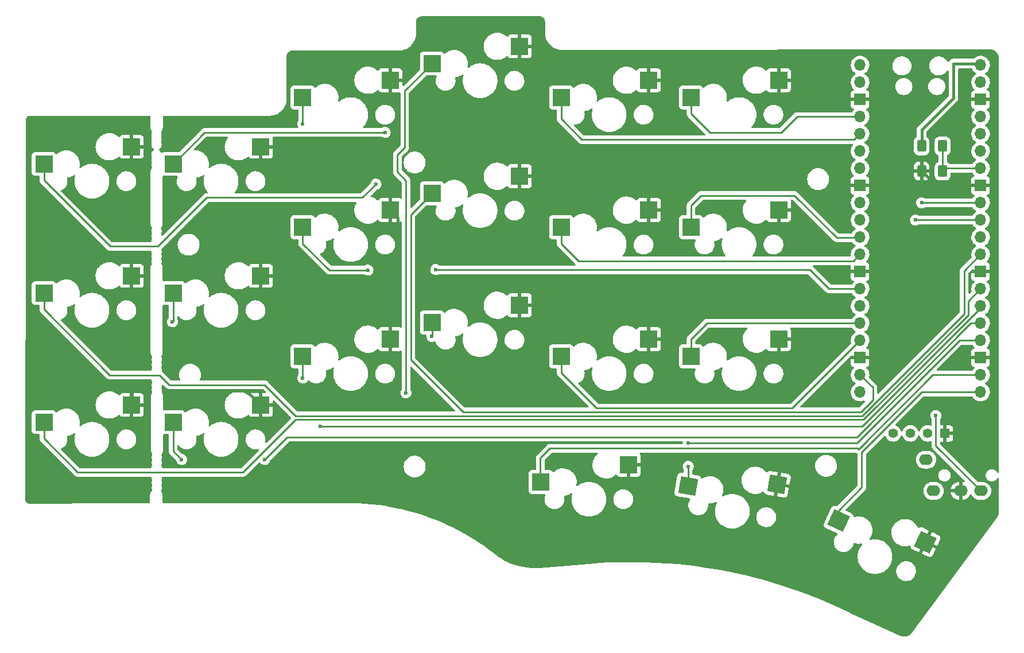
<source format=gbl>
%TF.GenerationSoftware,KiCad,Pcbnew,6.0.2+dfsg-1*%
%TF.CreationDate,2023-08-25T19:24:04+02:00*%
%TF.ProjectId,max,6d61782e-6b69-4636-9164-5f7063625858,rev1.0*%
%TF.SameCoordinates,Original*%
%TF.FileFunction,Copper,L2,Bot*%
%TF.FilePolarity,Positive*%
%FSLAX46Y46*%
G04 Gerber Fmt 4.6, Leading zero omitted, Abs format (unit mm)*
G04 Created by KiCad (PCBNEW 6.0.2+dfsg-1) date 2023-08-25 19:24:04*
%MOMM*%
%LPD*%
G01*
G04 APERTURE LIST*
G04 Aperture macros list*
%AMRoundRect*
0 Rectangle with rounded corners*
0 $1 Rounding radius*
0 $2 $3 $4 $5 $6 $7 $8 $9 X,Y pos of 4 corners*
0 Add a 4 corners polygon primitive as box body*
4,1,4,$2,$3,$4,$5,$6,$7,$8,$9,$2,$3,0*
0 Add four circle primitives for the rounded corners*
1,1,$1+$1,$2,$3*
1,1,$1+$1,$4,$5*
1,1,$1+$1,$6,$7*
1,1,$1+$1,$8,$9*
0 Add four rect primitives between the rounded corners*
20,1,$1+$1,$2,$3,$4,$5,0*
20,1,$1+$1,$4,$5,$6,$7,0*
20,1,$1+$1,$6,$7,$8,$9,0*
20,1,$1+$1,$8,$9,$2,$3,0*%
%AMRotRect*
0 Rectangle, with rotation*
0 The origin of the aperture is its center*
0 $1 length*
0 $2 width*
0 $3 Rotation angle, in degrees counterclockwise*
0 Add horizontal line*
21,1,$1,$2,0,0,$3*%
G04 Aperture macros list end*
%TA.AperFunction,SMDPad,CuDef*%
%ADD10R,2.550000X2.500000*%
%TD*%
%TA.AperFunction,ComponentPad*%
%ADD11O,1.700000X1.700000*%
%TD*%
%TA.AperFunction,ComponentPad*%
%ADD12R,1.700000X1.700000*%
%TD*%
%TA.AperFunction,ComponentPad*%
%ADD13O,2.000000X1.600000*%
%TD*%
%TA.AperFunction,ComponentPad*%
%ADD14C,1.397000*%
%TD*%
%TA.AperFunction,ComponentPad*%
%ADD15R,1.397000X1.397000*%
%TD*%
%TA.AperFunction,SMDPad,CuDef*%
%ADD16RotRect,2.550000X2.500000X155.000000*%
%TD*%
%TA.AperFunction,SMDPad,CuDef*%
%ADD17RotRect,2.550000X2.500000X170.000000*%
%TD*%
%TA.AperFunction,SMDPad,CuDef*%
%ADD18RoundRect,0.250000X0.400000X0.625000X-0.400000X0.625000X-0.400000X-0.625000X0.400000X-0.625000X0*%
%TD*%
%TA.AperFunction,SMDPad,CuDef*%
%ADD19RoundRect,0.250000X-0.400000X-0.625000X0.400000X-0.625000X0.400000X0.625000X-0.400000X0.625000X0*%
%TD*%
%TA.AperFunction,ViaPad*%
%ADD20C,0.600000*%
%TD*%
%TA.AperFunction,Conductor*%
%ADD21C,0.400000*%
%TD*%
%TA.AperFunction,Conductor*%
%ADD22C,0.250000*%
%TD*%
G04 APERTURE END LIST*
D10*
%TO.P,K25,1*%
%TO.N,/k25*%
X156883240Y-91460000D03*
%TO.P,K25,2*%
%TO.N,GND*%
X169810240Y-88920000D03*
%TD*%
%TO.P,K24,1*%
%TO.N,/k24*%
X137715389Y-91460000D03*
%TO.P,K24,2*%
%TO.N,GND*%
X150642389Y-88920000D03*
%TD*%
%TO.P,K13,1*%
%TO.N,/k13*%
X118669008Y-67413317D03*
%TO.P,K13,2*%
%TO.N,GND*%
X131596008Y-64873317D03*
%TD*%
%TO.P,K2,1*%
%TO.N,/k01*%
X80477966Y-63064957D03*
%TO.P,K2,2*%
%TO.N,GND*%
X93404966Y-60524957D03*
%TD*%
%TO.P,K21,1*%
%TO.N,/k21*%
X80477966Y-101164957D03*
%TO.P,K21,2*%
%TO.N,GND*%
X93404966Y-98624957D03*
%TD*%
%TO.P,K10,1*%
%TO.N,/k10*%
X61427966Y-82114957D03*
%TO.P,K10,2*%
%TO.N,GND*%
X74354966Y-79574957D03*
%TD*%
D11*
%TO.P,U2,1,GPIO0*%
%TO.N,tx*%
X181813200Y-48465000D03*
%TO.P,U2,2,GPIO1*%
%TO.N,rx*%
X181813200Y-51005000D03*
D12*
%TO.P,U2,3,GND*%
%TO.N,GND*%
X181813200Y-53545000D03*
D11*
%TO.P,U2,4,GPIO2*%
%TO.N,/k05*%
X181813200Y-56085000D03*
%TO.P,U2,5,GPIO3*%
%TO.N,/k04*%
X181813200Y-58625000D03*
%TO.P,U2,6,GPIO4*%
%TO.N,/k01*%
X181813200Y-61165000D03*
%TO.P,U2,7,GPIO5*%
%TO.N,/k00*%
X181813200Y-63705000D03*
D12*
%TO.P,U2,8,GND*%
%TO.N,GND*%
X181813200Y-66245000D03*
D11*
%TO.P,U2,9,GPIO6*%
%TO.N,/k22*%
X181813200Y-68785000D03*
%TO.P,U2,10,GPIO7*%
%TO.N,/k23*%
X181813200Y-71325000D03*
%TO.P,U2,11,GPIO8*%
%TO.N,/k15*%
X181813200Y-73865000D03*
%TO.P,U2,12,GPIO9*%
%TO.N,/k14*%
X181813200Y-76405000D03*
D12*
%TO.P,U2,13,GND*%
%TO.N,GND*%
X181813200Y-78945000D03*
D11*
%TO.P,U2,14,GPIO10*%
%TO.N,/k12*%
X181813200Y-81485000D03*
%TO.P,U2,15,GPIO11*%
%TO.N,/k02*%
X181813200Y-84025000D03*
%TO.P,U2,16,GPIO12*%
%TO.N,/k25*%
X181813200Y-86565000D03*
%TO.P,U2,17,GPIO13*%
%TO.N,/k24*%
X181813200Y-89105000D03*
D12*
%TO.P,U2,18,GND*%
%TO.N,GND*%
X181813200Y-91645000D03*
D11*
%TO.P,U2,19,GPIO14*%
%TO.N,/k13*%
X181813200Y-94185000D03*
%TO.P,U2,20,GPIO15*%
%TO.N,/k03*%
X181813200Y-96725000D03*
%TO.P,U2,21,GPIO16*%
%TO.N,/k32*%
X199593200Y-96725000D03*
%TO.P,U2,22,GPIO17*%
%TO.N,/k30*%
X199593200Y-94185000D03*
D12*
%TO.P,U2,23,GND*%
%TO.N,GND*%
X199593200Y-91645000D03*
D11*
%TO.P,U2,24,GPIO18*%
%TO.N,/k31*%
X199593200Y-89105000D03*
%TO.P,U2,25,GPIO19*%
%TO.N,/k21*%
X199593200Y-86565000D03*
%TO.P,U2,26,GPIO20*%
%TO.N,/k11*%
X199593200Y-84025000D03*
%TO.P,U2,27,GPIO21*%
%TO.N,/k20*%
X199593200Y-81485000D03*
D12*
%TO.P,U2,28,GND*%
%TO.N,GND*%
X199593200Y-78945000D03*
D11*
%TO.P,U2,29,GPIO22*%
%TO.N,/k10*%
X199593200Y-76405000D03*
%TO.P,U2,30,RUN*%
%TO.N,unconnected-(U2-Pad30)*%
X199593200Y-73865000D03*
%TO.P,U2,31,GPIO26_I2C1_SDA*%
%TO.N,SDA*%
X199593200Y-71325000D03*
%TO.P,U2,32,GPIO27_I2C1_SCL*%
%TO.N,SCL*%
X199593200Y-68785000D03*
D12*
%TO.P,U2,33,AGND*%
%TO.N,GND*%
X199593200Y-66245000D03*
D11*
%TO.P,U2,34,GPIO28_ADC2*%
%TO.N,vbus_sense*%
X199593200Y-63705000D03*
%TO.P,U2,35,ADC_VREF*%
%TO.N,unconnected-(U2-Pad35)*%
X199593200Y-61165000D03*
%TO.P,U2,36,3V3*%
%TO.N,unconnected-(U2-Pad36)*%
X199593200Y-58625000D03*
%TO.P,U2,37,3V3_EN*%
%TO.N,unconnected-(U2-Pad37)*%
X199593200Y-56085000D03*
D12*
%TO.P,U2,38,GND*%
%TO.N,GND*%
X199593200Y-53545000D03*
D11*
%TO.P,U2,39,VSYS*%
%TO.N,VCC*%
X199593200Y-51005000D03*
%TO.P,U2,40,VBUS*%
%TO.N,VBUS*%
X199593200Y-48465000D03*
%TD*%
D10*
%TO.P,K04,1*%
%TO.N,/k04*%
X137715389Y-53248342D03*
%TO.P,K04,2*%
%TO.N,GND*%
X150642389Y-50708342D03*
%TD*%
%TO.P,K22,1*%
%TO.N,/k22*%
X99595000Y-91460000D03*
%TO.P,K22,2*%
%TO.N,GND*%
X112522000Y-88920000D03*
%TD*%
%TO.P,K30,1*%
%TO.N,/k30*%
X134725733Y-109995102D03*
%TO.P,K30,2*%
%TO.N,GND*%
X147652733Y-107455102D03*
%TD*%
%TO.P,K00,1*%
%TO.N,/k00*%
X61427966Y-63064957D03*
%TO.P,K00,2*%
%TO.N,GND*%
X74354966Y-60524957D03*
%TD*%
%TO.P,K03,1*%
%TO.N,/k03*%
X118669008Y-48248342D03*
%TO.P,K03,2*%
%TO.N,GND*%
X131596008Y-45708342D03*
%TD*%
%TO.P,K02,1*%
%TO.N,/k02*%
X99595000Y-53248342D03*
%TO.P,K02,2*%
%TO.N,GND*%
X112522000Y-50708342D03*
%TD*%
%TO.P,K12,1*%
%TO.N,/k12*%
X99595000Y-72413317D03*
%TO.P,K12,2*%
%TO.N,GND*%
X112522000Y-69873317D03*
%TD*%
%TO.P,K14,1*%
%TO.N,/k14*%
X137715389Y-72413317D03*
%TO.P,K14,2*%
%TO.N,GND*%
X150642389Y-69873317D03*
%TD*%
%TO.P,K20,1*%
%TO.N,/k20*%
X61427966Y-101164957D03*
%TO.P,K20,2*%
%TO.N,GND*%
X74354966Y-98624957D03*
%TD*%
D13*
%TO.P,J1,1,SLEEVE*%
%TO.N,rx*%
X191550000Y-106700000D03*
%TO.P,J1,2,TIP*%
%TO.N,VCC*%
X192650000Y-111300000D03*
%TO.P,J1,3,RING1*%
%TO.N,GND*%
X196650000Y-111300000D03*
%TO.P,J1,4,RING2*%
%TO.N,tx*%
X199650000Y-111300000D03*
%TD*%
D14*
%TO.P,J2,1,Pin_1*%
%TO.N,SDA*%
X186689999Y-102819602D03*
%TO.P,J2,2,Pin_2*%
%TO.N,SCL*%
X189229999Y-102819602D03*
%TO.P,J2,3,Pin_3*%
%TO.N,VCC*%
X191769999Y-102819602D03*
D15*
%TO.P,J2,4,Pin_4*%
%TO.N,GND*%
X194309999Y-102819602D03*
%TD*%
D10*
%TO.P,K11,1*%
%TO.N,/k11*%
X80477966Y-82114957D03*
%TO.P,K11,2*%
%TO.N,GND*%
X93404966Y-79574957D03*
%TD*%
%TO.P,K15,1*%
%TO.N,/k15*%
X156883240Y-72413317D03*
%TO.P,K15,2*%
%TO.N,GND*%
X169810240Y-69873317D03*
%TD*%
D16*
%TO.P,K32,1*%
%TO.N,/k32*%
X178652260Y-115703728D03*
%TO.P,K32,2*%
%TO.N,GND*%
X191441551Y-118864892D03*
%TD*%
D10*
%TO.P,K23,1*%
%TO.N,/k23*%
X118669008Y-86460000D03*
%TO.P,K23,2*%
%TO.N,GND*%
X131596008Y-83920000D03*
%TD*%
%TO.P,K05,1*%
%TO.N,/k05*%
X156883240Y-53248342D03*
%TO.P,K05,2*%
%TO.N,GND*%
X169810240Y-50708342D03*
%TD*%
D17*
%TO.P,K31,1*%
%TO.N,/k31*%
X156424580Y-110575976D03*
%TO.P,K31,2*%
%TO.N,GND*%
X169596257Y-110319314D03*
%TD*%
D18*
%TO.P,R2,1*%
%TO.N,vbus_sense*%
X193980400Y-64109600D03*
%TO.P,R2,2*%
%TO.N,GND*%
X190880400Y-64109600D03*
%TD*%
D19*
%TO.P,R1,1*%
%TO.N,VBUS*%
X190880400Y-60401200D03*
%TO.P,R1,2*%
%TO.N,vbus_sense*%
X193980400Y-60401200D03*
%TD*%
D20*
%TO.N,GND*%
X74383795Y-96335750D03*
X116964095Y-76932236D03*
X86360000Y-96520000D03*
X113604530Y-76922806D03*
X86360000Y-71120000D03*
X83250645Y-68535547D03*
X172128519Y-69841939D03*
%TO.N,/k00*%
X110402343Y-66040000D03*
%TO.N,/k01*%
X111760000Y-58420000D03*
%TO.N,/k02*%
X99595000Y-57137871D03*
%TO.N,/k03*%
X114835595Y-96838182D03*
%TO.N,/k11*%
X80375908Y-86357221D03*
X102191831Y-101751644D03*
%TO.N,/k12*%
X119223663Y-78646522D03*
X109220000Y-78740000D03*
X109220000Y-78740000D03*
X109220000Y-78740000D03*
X109220000Y-78740000D03*
%TO.N,/k21*%
X81727421Y-106680000D03*
X93980000Y-106680000D03*
%TO.N,/k22*%
X99599603Y-94659082D03*
%TO.N,/k23*%
X118655476Y-88515161D03*
%TO.N,/k31*%
X156464903Y-107695097D03*
X156464903Y-104213077D03*
%TO.N,tx*%
X192981996Y-100187769D03*
%TO.N,SCL*%
X190882059Y-68792216D03*
%TO.N,SDA*%
X189989088Y-71325000D03*
%TD*%
D21*
%TO.N,GND*%
X113604530Y-70955847D02*
X113604530Y-76922806D01*
X193015800Y-66245000D02*
X190880400Y-64109600D01*
X112522000Y-69873317D02*
X113604530Y-70955847D01*
X74383795Y-98596128D02*
X74354966Y-98624957D01*
X199593200Y-66245000D02*
X193015800Y-66245000D01*
X91300009Y-96520000D02*
X86360000Y-96520000D01*
X93404966Y-98624957D02*
X91300009Y-96520000D01*
X74383795Y-96335750D02*
X74383795Y-98596128D01*
D22*
%TO.N,/k00*%
X61427966Y-63064957D02*
X61427966Y-65473114D01*
X71180971Y-75226119D02*
X78260951Y-75226119D01*
X108412865Y-68029478D02*
X110402343Y-66040000D01*
X61427966Y-65473114D02*
X71180971Y-75226119D01*
X78260951Y-75226119D02*
X85457592Y-68029478D01*
X85457592Y-68029478D02*
X108412865Y-68029478D01*
%TO.N,/k01*%
X80477966Y-63064957D02*
X85122923Y-58420000D01*
X85122923Y-58420000D02*
X111760000Y-58420000D01*
%TO.N,/k02*%
X99595000Y-53248342D02*
X99595000Y-57137871D01*
%TO.N,/k03*%
X113553220Y-64230894D02*
X114835595Y-65513269D01*
X114636748Y-52280602D02*
X114636748Y-60623252D01*
X114835595Y-65513269D02*
X114835595Y-96838182D01*
X113553220Y-61706780D02*
X113553220Y-64230894D01*
X113553220Y-61706780D02*
X114636748Y-60623252D01*
X118669008Y-48248342D02*
X114636748Y-52280602D01*
%TO.N,/k04*%
X180963200Y-59475000D02*
X140755000Y-59475000D01*
X140755000Y-59475000D02*
X137715389Y-56435389D01*
X137715389Y-56435389D02*
X137715389Y-53248342D01*
X181813200Y-58625000D02*
X180963200Y-59475000D01*
%TO.N,/k05*%
X170180000Y-58420000D02*
X159646741Y-58420000D01*
X172515000Y-56085000D02*
X170180000Y-58420000D01*
X156883240Y-55656499D02*
X156883240Y-53248342D01*
X181813200Y-56085000D02*
X172515000Y-56085000D01*
X159646741Y-58420000D02*
X156883240Y-55656499D01*
%TO.N,/k10*%
X78476770Y-94219524D02*
X79906297Y-95649051D01*
X197163803Y-78834397D02*
X199593200Y-76405000D01*
X197163803Y-85182842D02*
X197163803Y-78834397D01*
X182114049Y-100232595D02*
X197163803Y-85182842D01*
X98586626Y-100232595D02*
X182114049Y-100232595D01*
X61427966Y-84523114D02*
X71124376Y-94219524D01*
X71124376Y-94219524D02*
X78476770Y-94219524D01*
X79906297Y-95649051D02*
X94003082Y-95649051D01*
X94003082Y-95649051D02*
X98586626Y-100232595D01*
X61427966Y-82114957D02*
X61427966Y-84523114D01*
%TO.N,/k11*%
X80477966Y-86255163D02*
X80375908Y-86357221D01*
X182590460Y-101310460D02*
X182590461Y-101310461D01*
X199593200Y-84307721D02*
X182590460Y-101310460D01*
X80477966Y-82114957D02*
X80477966Y-86255163D01*
X182149278Y-101751644D02*
X102191831Y-101751644D01*
X182590461Y-101310461D02*
X182149278Y-101751644D01*
%TO.N,/k12*%
X103513526Y-78740000D02*
X99595000Y-74821474D01*
X119248047Y-78670906D02*
X174414418Y-78670906D01*
X99595000Y-74821474D02*
X99595000Y-72413317D01*
X119223663Y-78646522D02*
X119248047Y-78670906D01*
X177228512Y-81485000D02*
X181813200Y-81485000D01*
X109220000Y-78740000D02*
X103513526Y-78740000D01*
X174414418Y-78670906D02*
X177228512Y-81485000D01*
%TO.N,/k13*%
X115527057Y-91929855D02*
X115527057Y-70555268D01*
X181813200Y-94185000D02*
X183692542Y-96064342D01*
X115527057Y-70555268D02*
X118669008Y-67413317D01*
X181918025Y-99651481D02*
X123248683Y-99651481D01*
X183692542Y-96064342D02*
X183692542Y-97876964D01*
X183692542Y-97876964D02*
X181918025Y-99651481D01*
X123248683Y-99651481D02*
X115527057Y-91929855D01*
%TO.N,/k14*%
X137715389Y-72413317D02*
X137715389Y-74821474D01*
X140271753Y-77377838D02*
X180840362Y-77377838D01*
X180840362Y-77377838D02*
X181813200Y-76405000D01*
X137715389Y-74821474D02*
X140271753Y-77377838D01*
%TO.N,/k15*%
X172146910Y-67719671D02*
X178374478Y-73947239D01*
X178374478Y-73947239D02*
X181730961Y-73947239D01*
X156883240Y-72413317D02*
X156883240Y-69176760D01*
X156883240Y-69176760D02*
X158340329Y-67719671D01*
X158340329Y-67719671D02*
X172146910Y-67719671D01*
%TO.N,/k20*%
X66415531Y-108560679D02*
X90780679Y-108560679D01*
X61427966Y-101164957D02*
X61427966Y-103573114D01*
X197771026Y-85352757D02*
X197771026Y-83307174D01*
X98533630Y-100807728D02*
X182316054Y-100807728D01*
X182316054Y-100807728D02*
X197771026Y-85352757D01*
X90780679Y-108560679D02*
X98533630Y-100807728D01*
X61427966Y-103573114D02*
X66415531Y-108560679D01*
X197771026Y-83307174D02*
X199593200Y-81485000D01*
%TO.N,/k21*%
X97301652Y-103358348D02*
X93980000Y-106680000D01*
X199593200Y-86565000D02*
X198113059Y-86565000D01*
X80477966Y-101164957D02*
X80477966Y-105430545D01*
X80477966Y-105430545D02*
X81727421Y-106680000D01*
X181319711Y-103358348D02*
X97301652Y-103358348D01*
X198113059Y-86565000D02*
X181319711Y-103358348D01*
%TO.N,/k22*%
X99595000Y-91460000D02*
X99595000Y-94654479D01*
X99595000Y-94654479D02*
X99599603Y-94659082D01*
%TO.N,/k23*%
X118669008Y-86460000D02*
X118669008Y-88501629D01*
X118669008Y-88501629D02*
X118655476Y-88515161D01*
%TO.N,/k24*%
X137715389Y-93868157D02*
X137715389Y-91460000D01*
X181813200Y-89105000D02*
X171816239Y-99101961D01*
X171816239Y-99101961D02*
X142949193Y-99101961D01*
X142949193Y-99101961D02*
X137715389Y-93868157D01*
%TO.N,/k25*%
X159228365Y-86565000D02*
X181813200Y-86565000D01*
X156883240Y-91460000D02*
X156883240Y-88910125D01*
X156883240Y-88910125D02*
X159228365Y-86565000D01*
%TO.N,/k30*%
X134620000Y-106480633D02*
X134620000Y-109220000D01*
X134620000Y-106480633D02*
X136064878Y-105035755D01*
X136064878Y-105035755D02*
X181474368Y-105035755D01*
X192514069Y-94185000D02*
X181568841Y-105130228D01*
X199593200Y-94185000D02*
X192514069Y-94185000D01*
X181568841Y-105130228D02*
X181474368Y-105035755D01*
%TO.N,/k31*%
X156424580Y-107735420D02*
X156464903Y-107695097D01*
X196475330Y-89105000D02*
X181367253Y-104213077D01*
X156424580Y-110575976D02*
X156424580Y-107735420D01*
X181367253Y-104213077D02*
X156464903Y-104213077D01*
X199593200Y-89105000D02*
X196475330Y-89105000D01*
%TO.N,/k32*%
X178652260Y-114199701D02*
X178652260Y-115703728D01*
X190923313Y-96725000D02*
X182054751Y-105593562D01*
X182054751Y-110797210D02*
X178652260Y-114199701D01*
X182054751Y-105593562D02*
X182054751Y-110797210D01*
X199593200Y-96725000D02*
X190923313Y-96725000D01*
%TO.N,tx*%
X192993010Y-104643010D02*
X192993010Y-100198783D01*
X199650000Y-111300000D02*
X192993010Y-104643010D01*
X192993010Y-100198783D02*
X192981996Y-100187769D01*
D21*
%TO.N,VBUS*%
X195580000Y-48260000D02*
X199388200Y-48260000D01*
X190880400Y-58039600D02*
X195580000Y-53340000D01*
X190880400Y-60401200D02*
X190880400Y-58039600D01*
X195580000Y-53340000D02*
X195580000Y-48260000D01*
D22*
%TO.N,vbus_sense*%
X194385000Y-63705000D02*
X199593200Y-63705000D01*
X193980400Y-60401200D02*
X193980400Y-64109600D01*
%TO.N,SCL*%
X190882059Y-68792216D02*
X199585984Y-68792216D01*
%TO.N,SDA*%
X189989088Y-71325000D02*
X199593200Y-71325000D01*
%TD*%
%TA.AperFunction,Conductor*%
%TO.N,GND*%
G36*
X134466325Y-41281885D02*
G01*
X134490081Y-41284217D01*
X134499314Y-41285124D01*
X134499315Y-41285124D01*
X134508250Y-41286001D01*
X134518637Y-41284039D01*
X134547694Y-41281979D01*
X134660549Y-41287074D01*
X134685865Y-41290819D01*
X134815378Y-41323693D01*
X134839403Y-41332471D01*
X134959609Y-41390840D01*
X134981373Y-41404297D01*
X135087297Y-41485745D01*
X135105895Y-41503324D01*
X135193178Y-41604495D01*
X135207841Y-41625471D01*
X135272877Y-41742188D01*
X135282998Y-41765689D01*
X135300540Y-41821428D01*
X135323112Y-41893148D01*
X135328276Y-41918215D01*
X135339032Y-42023888D01*
X135338609Y-42039811D01*
X135339421Y-42039821D01*
X135339309Y-42048800D01*
X135337925Y-42057668D01*
X135342101Y-42089670D01*
X135343159Y-42105810D01*
X135344021Y-42835960D01*
X135345003Y-43667022D01*
X135343257Y-43688072D01*
X135340803Y-43702658D01*
X135340802Y-43702671D01*
X135339996Y-43707461D01*
X135339843Y-43720000D01*
X135340533Y-43724815D01*
X135340694Y-43727290D01*
X135341262Y-43732885D01*
X135357472Y-44000878D01*
X135358802Y-44022858D01*
X135413494Y-44321301D01*
X135414626Y-44324933D01*
X135414626Y-44324934D01*
X135424947Y-44358055D01*
X135503760Y-44610975D01*
X135505322Y-44614445D01*
X135505324Y-44614451D01*
X135556778Y-44728776D01*
X135628284Y-44887656D01*
X135630253Y-44890913D01*
X135630255Y-44890917D01*
X135697396Y-45001981D01*
X135785251Y-45147311D01*
X135972371Y-45386152D01*
X136186915Y-45600696D01*
X136425756Y-45787816D01*
X136429010Y-45789783D01*
X136682150Y-45942812D01*
X136682154Y-45942814D01*
X136685411Y-45944783D01*
X136812771Y-46002103D01*
X136958616Y-46067743D01*
X136958622Y-46067745D01*
X136962092Y-46069307D01*
X136965728Y-46070440D01*
X137232454Y-46153555D01*
X137251766Y-46159573D01*
X137550209Y-46214265D01*
X137554000Y-46214494D01*
X137554006Y-46214495D01*
X137732062Y-46225264D01*
X137822280Y-46230721D01*
X137835584Y-46232239D01*
X137840528Y-46233071D01*
X137846869Y-46233148D01*
X137848203Y-46233165D01*
X137848208Y-46233165D01*
X137853067Y-46233224D01*
X137857880Y-46232535D01*
X137857892Y-46232534D01*
X137881114Y-46229208D01*
X137898793Y-46227935D01*
X200927423Y-46137779D01*
X200946987Y-46139279D01*
X200949945Y-46139740D01*
X200961338Y-46141514D01*
X200961341Y-46141514D01*
X200970210Y-46142895D01*
X200983961Y-46141097D01*
X201010397Y-46140440D01*
X201173298Y-46153558D01*
X201193242Y-46156791D01*
X201296066Y-46182068D01*
X201375129Y-46201504D01*
X201394319Y-46207893D01*
X201566711Y-46281134D01*
X201584620Y-46290506D01*
X201696489Y-46361023D01*
X201743069Y-46390385D01*
X201759251Y-46402503D01*
X201865857Y-46496597D01*
X201899675Y-46526446D01*
X201913715Y-46541004D01*
X202032501Y-46685823D01*
X202044031Y-46702439D01*
X202120587Y-46834224D01*
X202138112Y-46864393D01*
X202146835Y-46882642D01*
X202213788Y-47057558D01*
X202219479Y-47076966D01*
X202225338Y-47105165D01*
X202257582Y-47260347D01*
X202260094Y-47280416D01*
X202261606Y-47314612D01*
X202267001Y-47436678D01*
X202265772Y-47453422D01*
X202265993Y-47453433D01*
X202265559Y-47462394D01*
X202263858Y-47471212D01*
X202266727Y-47501685D01*
X202267937Y-47514546D01*
X202268492Y-47526309D01*
X202290321Y-108510138D01*
X202270343Y-108578266D01*
X202216704Y-108624778D01*
X202146434Y-108634907D01*
X202081843Y-108605437D01*
X202049214Y-108561432D01*
X202043803Y-108549278D01*
X202043802Y-108549276D01*
X202041118Y-108543248D01*
X201928866Y-108388747D01*
X201861320Y-108327928D01*
X201791852Y-108265379D01*
X201791851Y-108265378D01*
X201786944Y-108260960D01*
X201621556Y-108165473D01*
X201439928Y-108106458D01*
X201433367Y-108105768D01*
X201433365Y-108105768D01*
X201365077Y-108098591D01*
X201297610Y-108091500D01*
X201202390Y-108091500D01*
X201134923Y-108098591D01*
X201066635Y-108105768D01*
X201066633Y-108105768D01*
X201060072Y-108106458D01*
X200878444Y-108165473D01*
X200713056Y-108260960D01*
X200708149Y-108265378D01*
X200708148Y-108265379D01*
X200638680Y-108327928D01*
X200571134Y-108388747D01*
X200458882Y-108543248D01*
X200456198Y-108549276D01*
X200456197Y-108549278D01*
X200385139Y-108708879D01*
X200381206Y-108717712D01*
X200364519Y-108796219D01*
X200355379Y-108839220D01*
X200341500Y-108904513D01*
X200341500Y-109095487D01*
X200342872Y-109101939D01*
X200342872Y-109101944D01*
X200360088Y-109182935D01*
X200381206Y-109282288D01*
X200383891Y-109288318D01*
X200383891Y-109288319D01*
X200455529Y-109449220D01*
X200458882Y-109456752D01*
X200462762Y-109462093D01*
X200462763Y-109462094D01*
X200468704Y-109470271D01*
X200571134Y-109611253D01*
X200576044Y-109615674D01*
X200576045Y-109615675D01*
X200668503Y-109698924D01*
X200713056Y-109739040D01*
X200784545Y-109780314D01*
X200844013Y-109814648D01*
X200878444Y-109834527D01*
X201060072Y-109893542D01*
X201066633Y-109894232D01*
X201066635Y-109894232D01*
X201119889Y-109899829D01*
X201202390Y-109908500D01*
X201297610Y-109908500D01*
X201380111Y-109899829D01*
X201433365Y-109894232D01*
X201433367Y-109894232D01*
X201439928Y-109893542D01*
X201621556Y-109834527D01*
X201655988Y-109814648D01*
X201715455Y-109780314D01*
X201786944Y-109739040D01*
X201831498Y-109698924D01*
X201923955Y-109615675D01*
X201923956Y-109615674D01*
X201928866Y-109611253D01*
X202031296Y-109470271D01*
X202037237Y-109462094D01*
X202037238Y-109462093D01*
X202041118Y-109456752D01*
X202043803Y-109450722D01*
X202043807Y-109450715D01*
X202049567Y-109437778D01*
X202095548Y-109383684D01*
X202163476Y-109363036D01*
X202231783Y-109382390D01*
X202278783Y-109435602D01*
X202290672Y-109488983D01*
X202291993Y-113181267D01*
X202292000Y-113200296D01*
X202292000Y-114350672D01*
X202290500Y-114370057D01*
X202288258Y-114384459D01*
X202286814Y-114393730D01*
X202288936Y-114409954D01*
X202288953Y-114410085D01*
X202289752Y-114434597D01*
X202281663Y-114559062D01*
X202279547Y-114575267D01*
X202278799Y-114579059D01*
X202250293Y-114723613D01*
X202246098Y-114739408D01*
X202197889Y-114882721D01*
X202191685Y-114897840D01*
X202125333Y-115033707D01*
X202117223Y-115047898D01*
X202052405Y-115145952D01*
X202037389Y-115164007D01*
X202035445Y-115166506D01*
X202028983Y-115172738D01*
X202024532Y-115180530D01*
X202024530Y-115180533D01*
X202010902Y-115204392D01*
X202002971Y-115216583D01*
X189560048Y-132122813D01*
X189552023Y-132132639D01*
X189533262Y-132153385D01*
X189524391Y-132163194D01*
X189520480Y-132171274D01*
X189520478Y-132171278D01*
X189517755Y-132176905D01*
X189504428Y-132198555D01*
X189407763Y-132324958D01*
X189395723Y-132338548D01*
X189263845Y-132467379D01*
X189249977Y-132479097D01*
X189100961Y-132587630D01*
X189085554Y-132597234D01*
X188922475Y-132683232D01*
X188905846Y-132690522D01*
X188732105Y-132752186D01*
X188714602Y-132757010D01*
X188657718Y-132768354D01*
X188533800Y-132793065D01*
X188515796Y-132795322D01*
X188417895Y-132800478D01*
X188331683Y-132805018D01*
X188313531Y-132804664D01*
X188221738Y-132796232D01*
X188129940Y-132787799D01*
X188112031Y-132784840D01*
X187932773Y-132741764D01*
X187915472Y-132736262D01*
X187774299Y-132679869D01*
X187759123Y-132671709D01*
X187751095Y-132667688D01*
X187743721Y-132662571D01*
X187735207Y-132659730D01*
X187735202Y-132659727D01*
X187704576Y-132649506D01*
X187692779Y-132644898D01*
X180396863Y-129363280D01*
X180374759Y-129350501D01*
X180371918Y-129348449D01*
X180367967Y-129345594D01*
X180356794Y-129339902D01*
X180353571Y-129338845D01*
X180351257Y-129337810D01*
X178863407Y-128623437D01*
X178863401Y-128623434D01*
X178862782Y-128623137D01*
X178005890Y-128235473D01*
X177353708Y-127940421D01*
X177353667Y-127940403D01*
X177353048Y-127940123D01*
X175828150Y-127291673D01*
X174288878Y-126678122D01*
X172736030Y-126099789D01*
X171170413Y-125556975D01*
X171169768Y-125556768D01*
X171169736Y-125556757D01*
X169593483Y-125050167D01*
X169592839Y-125049960D01*
X168004127Y-124579008D01*
X167406223Y-124416487D01*
X166405786Y-124144550D01*
X166405750Y-124144541D01*
X166405100Y-124144364D01*
X165402587Y-123896239D01*
X164797328Y-123746435D01*
X164797315Y-123746432D01*
X164796588Y-123746252D01*
X164652393Y-123714030D01*
X163180138Y-123385039D01*
X163180129Y-123385037D01*
X163179426Y-123384880D01*
X163164241Y-123381848D01*
X161555118Y-123060567D01*
X161555120Y-123060567D01*
X161554452Y-123060434D01*
X161106529Y-122981564D01*
X159923200Y-122773204D01*
X159923173Y-122773200D01*
X159922511Y-122773083D01*
X159212967Y-122664747D01*
X158285113Y-122523078D01*
X158285069Y-122523072D01*
X158284448Y-122522977D01*
X158283757Y-122522888D01*
X158283746Y-122522886D01*
X156641827Y-122310337D01*
X156641802Y-122310334D01*
X156641114Y-122310245D01*
X156640405Y-122310170D01*
X156640400Y-122310169D01*
X156338464Y-122278056D01*
X154993360Y-122134996D01*
X154992662Y-122134938D01*
X154992643Y-122134936D01*
X153342802Y-121997387D01*
X153342779Y-121997385D01*
X153342043Y-121997324D01*
X151688018Y-121897297D01*
X150032144Y-121834970D01*
X150031437Y-121834960D01*
X150031418Y-121834959D01*
X148375985Y-121810383D01*
X148375946Y-121810383D01*
X148375280Y-121810373D01*
X147347970Y-121818524D01*
X146719008Y-121823514D01*
X146718985Y-121823514D01*
X146718285Y-121823520D01*
X145133239Y-121872216D01*
X145062703Y-121874383D01*
X145062702Y-121874383D01*
X145062020Y-121874404D01*
X144816590Y-121887545D01*
X143408029Y-121962961D01*
X143408001Y-121962963D01*
X143407344Y-121962998D01*
X143406661Y-121963050D01*
X143406664Y-121963050D01*
X141774101Y-122087806D01*
X141769697Y-122087970D01*
X141767574Y-122087802D01*
X141762723Y-122088169D01*
X141762718Y-122088169D01*
X141760281Y-122088354D01*
X141755069Y-122088748D01*
X141730757Y-122094438D01*
X141711939Y-122097364D01*
X134509058Y-122664713D01*
X134489712Y-122664747D01*
X134483692Y-122664294D01*
X134474532Y-122663604D01*
X134474529Y-122663604D01*
X134465586Y-122662931D01*
X134442765Y-122667779D01*
X134422656Y-122670383D01*
X134057449Y-122687978D01*
X133894286Y-122695839D01*
X133886431Y-122695972D01*
X133324320Y-122687978D01*
X133316472Y-122687622D01*
X133232920Y-122681211D01*
X132755920Y-122644609D01*
X132748127Y-122643766D01*
X132191348Y-122565901D01*
X132183622Y-122564574D01*
X131632770Y-122452161D01*
X131625124Y-122450350D01*
X131082384Y-122303835D01*
X131074867Y-122301552D01*
X130542307Y-122121494D01*
X130534946Y-122118747D01*
X130014633Y-121905845D01*
X130007459Y-121902645D01*
X129501436Y-121657736D01*
X129494474Y-121654095D01*
X129179164Y-121476431D01*
X129004665Y-121378108D01*
X128997960Y-121374049D01*
X128526332Y-121068089D01*
X128519882Y-121063614D01*
X128458936Y-121018441D01*
X128104994Y-120756100D01*
X128086244Y-120739024D01*
X128082787Y-120735171D01*
X128082785Y-120735169D01*
X128079533Y-120731545D01*
X128073377Y-120726515D01*
X128073207Y-120726332D01*
X128073003Y-120726210D01*
X128069822Y-120723611D01*
X128065618Y-120721144D01*
X128064834Y-120720599D01*
X128059841Y-120716940D01*
X127804012Y-120519637D01*
X127439504Y-120238519D01*
X127191387Y-120047164D01*
X127191380Y-120047158D01*
X127190601Y-120046558D01*
X126290873Y-119397025D01*
X126290084Y-119396492D01*
X126290066Y-119396480D01*
X125371868Y-118776860D01*
X125371849Y-118776847D01*
X125371036Y-118776299D01*
X125318155Y-118743000D01*
X124432886Y-118185553D01*
X124432859Y-118185536D01*
X124432010Y-118185002D01*
X123474736Y-117623728D01*
X123473886Y-117623265D01*
X123473861Y-117623251D01*
X122501072Y-117093525D01*
X122501050Y-117093514D01*
X122500175Y-117093037D01*
X121766941Y-116723359D01*
X121510205Y-116593919D01*
X121510191Y-116593912D01*
X121509302Y-116593464D01*
X121508422Y-116593055D01*
X121508404Y-116593046D01*
X120929045Y-116323599D01*
X120503112Y-116125507D01*
X119482613Y-115689637D01*
X119070849Y-115528981D01*
X118449774Y-115286659D01*
X118449747Y-115286649D01*
X118448827Y-115286290D01*
X117402791Y-114915870D01*
X116345553Y-114578749D01*
X115958333Y-114468652D01*
X115279174Y-114275549D01*
X115279155Y-114275544D01*
X115278174Y-114275265D01*
X115277190Y-114275018D01*
X115277169Y-114275013D01*
X114376762Y-114049551D01*
X114201722Y-114005721D01*
X114200719Y-114005503D01*
X114200709Y-114005501D01*
X113905114Y-113941355D01*
X113117277Y-113770388D01*
X113116334Y-113770214D01*
X113116307Y-113770209D01*
X112186039Y-113598975D01*
X112025926Y-113569503D01*
X111584515Y-113502622D01*
X110929747Y-113403414D01*
X110929741Y-113403413D01*
X110928763Y-113403265D01*
X110927788Y-113403149D01*
X110927768Y-113403146D01*
X109827906Y-113271964D01*
X109827873Y-113271961D01*
X109826887Y-113271843D01*
X108721404Y-113175367D01*
X108720465Y-113175315D01*
X108720438Y-113175313D01*
X107830550Y-113125973D01*
X107613420Y-113113934D01*
X107612461Y-113113911D01*
X107612455Y-113113911D01*
X106527738Y-113088168D01*
X106520455Y-113087726D01*
X106516590Y-113087045D01*
X106511729Y-113086947D01*
X106511726Y-113086947D01*
X106510433Y-113086921D01*
X106504053Y-113086793D01*
X106499232Y-113087445D01*
X106499226Y-113087445D01*
X106473853Y-113090875D01*
X106457007Y-113092011D01*
X79036383Y-113098873D01*
X78968257Y-113078888D01*
X78921750Y-113025244D01*
X78910351Y-112972873D01*
X78910351Y-111973141D01*
X78912097Y-111952237D01*
X78914615Y-111937268D01*
X78915422Y-111932474D01*
X78915575Y-111919935D01*
X78913371Y-111904548D01*
X78912707Y-111899045D01*
X78900088Y-111770938D01*
X78897150Y-111741106D01*
X78889333Y-111715335D01*
X78862427Y-111626640D01*
X78844987Y-111569148D01*
X78779845Y-111447278D01*
X78763194Y-111416127D01*
X78763193Y-111416126D01*
X78760278Y-111410672D01*
X78731231Y-111375278D01*
X78703477Y-111309931D01*
X78715459Y-111239953D01*
X78719662Y-111232085D01*
X78777028Y-111133322D01*
X78780382Y-111122251D01*
X78822903Y-110981853D01*
X78828297Y-110964045D01*
X78839249Y-110787514D01*
X78816924Y-110657587D01*
X78810536Y-110620414D01*
X78810536Y-110620413D01*
X78809296Y-110613198D01*
X78775940Y-110534806D01*
X78763901Y-110506512D01*
X78755635Y-110435998D01*
X78770888Y-110393895D01*
X78773348Y-110389659D01*
X78773351Y-110389653D01*
X78777028Y-110383322D01*
X78779355Y-110375641D01*
X78826175Y-110221051D01*
X78828297Y-110214045D01*
X78839249Y-110037514D01*
X78833913Y-110006457D01*
X78810536Y-109870414D01*
X78810536Y-109870413D01*
X78809296Y-109863198D01*
X78797965Y-109836569D01*
X78763901Y-109756512D01*
X78755635Y-109685998D01*
X78770888Y-109643895D01*
X78773348Y-109639659D01*
X78773351Y-109639653D01*
X78777028Y-109633322D01*
X78806138Y-109537210D01*
X78826175Y-109471051D01*
X78828297Y-109464045D01*
X78837707Y-109312375D01*
X78861887Y-109245626D01*
X78918319Y-109202544D01*
X78963464Y-109194179D01*
X90701912Y-109194179D01*
X90713095Y-109194706D01*
X90720588Y-109196381D01*
X90728514Y-109196132D01*
X90728515Y-109196132D01*
X90788665Y-109194241D01*
X90792624Y-109194179D01*
X90820535Y-109194179D01*
X90824470Y-109193682D01*
X90824535Y-109193674D01*
X90836372Y-109192741D01*
X90868630Y-109191727D01*
X90872649Y-109191601D01*
X90880568Y-109191352D01*
X90900022Y-109185700D01*
X90919379Y-109181692D01*
X90931609Y-109180147D01*
X90931610Y-109180147D01*
X90939476Y-109179153D01*
X90946847Y-109176234D01*
X90946849Y-109176234D01*
X90980591Y-109162875D01*
X90991821Y-109159030D01*
X91026662Y-109148908D01*
X91026663Y-109148908D01*
X91034272Y-109146697D01*
X91041091Y-109142664D01*
X91041096Y-109142662D01*
X91051707Y-109136386D01*
X91069455Y-109127691D01*
X91088296Y-109120231D01*
X91124066Y-109094243D01*
X91133986Y-109087727D01*
X91165214Y-109069259D01*
X91165217Y-109069257D01*
X91172041Y-109065221D01*
X91186362Y-109050900D01*
X91201396Y-109038059D01*
X91211373Y-109030810D01*
X91217786Y-109026151D01*
X91245977Y-108992074D01*
X91253967Y-108983295D01*
X92523149Y-107714113D01*
X114497795Y-107714113D01*
X114517660Y-107966516D01*
X114518814Y-107971323D01*
X114518815Y-107971329D01*
X114543193Y-108072870D01*
X114576764Y-108212704D01*
X114578657Y-108217275D01*
X114578658Y-108217277D01*
X114655241Y-108402164D01*
X114673653Y-108446615D01*
X114805941Y-108662489D01*
X114970371Y-108855011D01*
X115162893Y-109019441D01*
X115378767Y-109151729D01*
X115383337Y-109153622D01*
X115383341Y-109153624D01*
X115608105Y-109246724D01*
X115612678Y-109248618D01*
X115681577Y-109265159D01*
X115854053Y-109306567D01*
X115854059Y-109306568D01*
X115858866Y-109307722D01*
X115958685Y-109315578D01*
X116045614Y-109322420D01*
X116045621Y-109322420D01*
X116048070Y-109322613D01*
X116174468Y-109322613D01*
X116176917Y-109322420D01*
X116176924Y-109322420D01*
X116263853Y-109315578D01*
X116363672Y-109307722D01*
X116368479Y-109306568D01*
X116368485Y-109306567D01*
X116540961Y-109265159D01*
X116609860Y-109248618D01*
X116614433Y-109246724D01*
X116839197Y-109153624D01*
X116839201Y-109153622D01*
X116843771Y-109151729D01*
X117059645Y-109019441D01*
X117252167Y-108855011D01*
X117416597Y-108662489D01*
X117548885Y-108446615D01*
X117567298Y-108402164D01*
X117643880Y-108217277D01*
X117643881Y-108217275D01*
X117645774Y-108212704D01*
X117679345Y-108072870D01*
X117703723Y-107971329D01*
X117703724Y-107971323D01*
X117704878Y-107966516D01*
X117724743Y-107714113D01*
X117704878Y-107461710D01*
X117702175Y-107450448D01*
X117656207Y-107258981D01*
X117645774Y-107215522D01*
X117643880Y-107210949D01*
X117550780Y-106986185D01*
X117550778Y-106986181D01*
X117548885Y-106981611D01*
X117416597Y-106765737D01*
X117252167Y-106573215D01*
X117059645Y-106408785D01*
X116843771Y-106276497D01*
X116839201Y-106274604D01*
X116839197Y-106274602D01*
X116614433Y-106181502D01*
X116614431Y-106181501D01*
X116609860Y-106179608D01*
X116501578Y-106153612D01*
X116368485Y-106121659D01*
X116368479Y-106121658D01*
X116363672Y-106120504D01*
X116258937Y-106112261D01*
X116176924Y-106105806D01*
X116176917Y-106105806D01*
X116174468Y-106105613D01*
X116048070Y-106105613D01*
X116045621Y-106105806D01*
X116045614Y-106105806D01*
X115963601Y-106112261D01*
X115858866Y-106120504D01*
X115854059Y-106121658D01*
X115854053Y-106121659D01*
X115720960Y-106153612D01*
X115612678Y-106179608D01*
X115608107Y-106181501D01*
X115608105Y-106181502D01*
X115383341Y-106274602D01*
X115383337Y-106274604D01*
X115378767Y-106276497D01*
X115162893Y-106408785D01*
X114970371Y-106573215D01*
X114805941Y-106765737D01*
X114673653Y-106981611D01*
X114671760Y-106986181D01*
X114671758Y-106986185D01*
X114578658Y-107210949D01*
X114576764Y-107215522D01*
X114566331Y-107258981D01*
X114520364Y-107450448D01*
X114517660Y-107461710D01*
X114497795Y-107714113D01*
X92523149Y-107714113D01*
X93118199Y-107119063D01*
X93180511Y-107085037D01*
X93251326Y-107090102D01*
X93308162Y-107132649D01*
X93315062Y-107142874D01*
X93335380Y-107176424D01*
X93340269Y-107181487D01*
X93340270Y-107181488D01*
X93370207Y-107212488D01*
X93461382Y-107306902D01*
X93537270Y-107356562D01*
X93573800Y-107380466D01*
X93613159Y-107406222D01*
X93619763Y-107408678D01*
X93619765Y-107408679D01*
X93776558Y-107466990D01*
X93776560Y-107466990D01*
X93783168Y-107469448D01*
X93866995Y-107480633D01*
X93955980Y-107492507D01*
X93955984Y-107492507D01*
X93962961Y-107493438D01*
X93969972Y-107492800D01*
X93969976Y-107492800D01*
X94112459Y-107479832D01*
X94143600Y-107476998D01*
X94150302Y-107474820D01*
X94150304Y-107474820D01*
X94309409Y-107423124D01*
X94309412Y-107423123D01*
X94316108Y-107420947D01*
X94445951Y-107343545D01*
X94465860Y-107331677D01*
X94465862Y-107331676D01*
X94471912Y-107328069D01*
X94603266Y-107202982D01*
X94703643Y-107051902D01*
X94760309Y-106902730D01*
X94765555Y-106888920D01*
X94765556Y-106888918D01*
X94768055Y-106882338D01*
X94771779Y-106855844D01*
X94777639Y-106814145D01*
X94806927Y-106749471D01*
X94813318Y-106742586D01*
X97527151Y-104028753D01*
X97589463Y-103994727D01*
X97616246Y-103991848D01*
X155534960Y-103991848D01*
X155603081Y-104011850D01*
X155649574Y-104065506D01*
X155659966Y-104133640D01*
X155651366Y-104201717D01*
X155652054Y-104208729D01*
X155657469Y-104263960D01*
X155644209Y-104333707D01*
X155595347Y-104385214D01*
X155532070Y-104402255D01*
X136143645Y-104402255D01*
X136132462Y-104401728D01*
X136124969Y-104400053D01*
X136117043Y-104400302D01*
X136117042Y-104400302D01*
X136056892Y-104402193D01*
X136052933Y-104402255D01*
X136025022Y-104402255D01*
X136021088Y-104402752D01*
X136021087Y-104402752D01*
X136021022Y-104402760D01*
X136009185Y-104403693D01*
X135976927Y-104404707D01*
X135972908Y-104404833D01*
X135964989Y-104405082D01*
X135945535Y-104410734D01*
X135926178Y-104414742D01*
X135913948Y-104416287D01*
X135913947Y-104416287D01*
X135906081Y-104417281D01*
X135898710Y-104420200D01*
X135898708Y-104420200D01*
X135864966Y-104433559D01*
X135853736Y-104437404D01*
X135818895Y-104447526D01*
X135818894Y-104447526D01*
X135811285Y-104449737D01*
X135804466Y-104453770D01*
X135804461Y-104453772D01*
X135793850Y-104460048D01*
X135776102Y-104468743D01*
X135757261Y-104476203D01*
X135750845Y-104480865D01*
X135750844Y-104480865D01*
X135721491Y-104502191D01*
X135711571Y-104508707D01*
X135680343Y-104527175D01*
X135680340Y-104527177D01*
X135673516Y-104531213D01*
X135659195Y-104545534D01*
X135644162Y-104558374D01*
X135627771Y-104570283D01*
X135622720Y-104576389D01*
X135599580Y-104604360D01*
X135591590Y-104613139D01*
X134227747Y-105976981D01*
X134219461Y-105984521D01*
X134212982Y-105988633D01*
X134207557Y-105994410D01*
X134166357Y-106038284D01*
X134163602Y-106041126D01*
X134143865Y-106060863D01*
X134141385Y-106064060D01*
X134133682Y-106073080D01*
X134103414Y-106105312D01*
X134099595Y-106112258D01*
X134099593Y-106112261D01*
X134093652Y-106123067D01*
X134082801Y-106139586D01*
X134070386Y-106155592D01*
X134067241Y-106162861D01*
X134067238Y-106162865D01*
X134052826Y-106196170D01*
X134047609Y-106206820D01*
X134026305Y-106245573D01*
X134021746Y-106263331D01*
X134021267Y-106265195D01*
X134014863Y-106283899D01*
X134011319Y-106292090D01*
X134006819Y-106302488D01*
X134005580Y-106310311D01*
X134005577Y-106310321D01*
X133999901Y-106346157D01*
X133997495Y-106357777D01*
X133986500Y-106400603D01*
X133986500Y-106420857D01*
X133984949Y-106440567D01*
X133981780Y-106460576D01*
X133982526Y-106468468D01*
X133985941Y-106504594D01*
X133986500Y-106516452D01*
X133986500Y-108110602D01*
X133966498Y-108178723D01*
X133912842Y-108225216D01*
X133860500Y-108236602D01*
X133402599Y-108236602D01*
X133340417Y-108243357D01*
X133204028Y-108294487D01*
X133087472Y-108381841D01*
X133000118Y-108498397D01*
X132948988Y-108634786D01*
X132942233Y-108696968D01*
X132942233Y-111293236D01*
X132948988Y-111355418D01*
X133000118Y-111491807D01*
X133087472Y-111608363D01*
X133204028Y-111695717D01*
X133340417Y-111746847D01*
X133402599Y-111753602D01*
X135283149Y-111753602D01*
X135351270Y-111773604D01*
X135397763Y-111827260D01*
X135407867Y-111897534D01*
X135398144Y-111931017D01*
X135395846Y-111935180D01*
X135376107Y-111990921D01*
X135317735Y-112155760D01*
X135315788Y-112161257D01*
X135314881Y-112166350D01*
X135314880Y-112166353D01*
X135277869Y-112374135D01*
X135273729Y-112397375D01*
X135273230Y-112438183D01*
X135271150Y-112608500D01*
X135270799Y-112637191D01*
X135307076Y-112874265D01*
X135381587Y-113102231D01*
X135420691Y-113177349D01*
X135469945Y-113271964D01*
X135492330Y-113314966D01*
X135495433Y-113319099D01*
X135495435Y-113319102D01*
X135633226Y-113502622D01*
X135636331Y-113506757D01*
X135809723Y-113672454D01*
X135813995Y-113675368D01*
X135813996Y-113675369D01*
X135889300Y-113726738D01*
X136007850Y-113807607D01*
X136050322Y-113827322D01*
X136218209Y-113905253D01*
X136225389Y-113908586D01*
X136456501Y-113972678D01*
X136560212Y-113983762D01*
X136648955Y-113993246D01*
X136648963Y-113993246D01*
X136652290Y-113993602D01*
X136791536Y-113993602D01*
X136794109Y-113993390D01*
X136794120Y-113993390D01*
X136964609Y-113979373D01*
X136964615Y-113979372D01*
X136969760Y-113978949D01*
X137086065Y-113949735D01*
X137197358Y-113921781D01*
X137197362Y-113921780D01*
X137202369Y-113920522D01*
X137207099Y-113918466D01*
X137207106Y-113918463D01*
X137417574Y-113826949D01*
X137417577Y-113826947D01*
X137422311Y-113824889D01*
X137426645Y-113822085D01*
X137426649Y-113822083D01*
X137619337Y-113697427D01*
X137619340Y-113697425D01*
X137623680Y-113694617D01*
X137644834Y-113675369D01*
X137797246Y-113536684D01*
X137797247Y-113536682D01*
X137801068Y-113533206D01*
X137804267Y-113529155D01*
X137804271Y-113529151D01*
X137946507Y-113349048D01*
X137949712Y-113344990D01*
X138065620Y-113135024D01*
X138118562Y-112985520D01*
X138143952Y-112913822D01*
X138143953Y-112913818D01*
X138145678Y-112908947D01*
X138149854Y-112885503D01*
X138186831Y-112677918D01*
X138186832Y-112677912D01*
X138187737Y-112672829D01*
X138188803Y-112585562D01*
X138190604Y-112438183D01*
X138190604Y-112438181D01*
X138190667Y-112433013D01*
X138154390Y-112195939D01*
X138141257Y-112155759D01*
X138139106Y-112084796D01*
X138175662Y-112023934D01*
X138239319Y-111992497D01*
X138252232Y-111990921D01*
X138276561Y-111989220D01*
X138276567Y-111989219D01*
X138280945Y-111988913D01*
X138555703Y-111930511D01*
X138559832Y-111929008D01*
X138559836Y-111929007D01*
X138815514Y-111835948D01*
X138815518Y-111835946D01*
X138819659Y-111834439D01*
X139067675Y-111702566D01*
X139095638Y-111682250D01*
X139172179Y-111626640D01*
X139239047Y-111602781D01*
X139308199Y-111618862D01*
X139357679Y-111669776D01*
X139371778Y-111739359D01*
X139368281Y-111759911D01*
X139340490Y-111868150D01*
X139292582Y-112054739D01*
X139292086Y-112058667D01*
X139292085Y-112058671D01*
X139279126Y-112161257D01*
X139252233Y-112374135D01*
X139252233Y-112696069D01*
X139263919Y-112788574D01*
X139289534Y-112991334D01*
X139292582Y-113015465D01*
X139321165Y-113126789D01*
X139371658Y-113323447D01*
X139371661Y-113323455D01*
X139372644Y-113327285D01*
X139491155Y-113626612D01*
X139646249Y-113908726D01*
X139716560Y-114005501D01*
X139811171Y-114135721D01*
X139835477Y-114169176D01*
X139838187Y-114172062D01*
X139838188Y-114172063D01*
X139869509Y-114205416D01*
X140055856Y-114403856D01*
X140134181Y-114468652D01*
X140280740Y-114589896D01*
X140303911Y-114609065D01*
X140575729Y-114781566D01*
X140579308Y-114783250D01*
X140579315Y-114783254D01*
X140863434Y-114916950D01*
X140863438Y-114916952D01*
X140867024Y-114918639D01*
X140870796Y-114919865D01*
X140870797Y-114919865D01*
X140941270Y-114942763D01*
X141173202Y-115018122D01*
X141489434Y-115078447D01*
X141730321Y-115093602D01*
X141891145Y-115093602D01*
X142132032Y-115078447D01*
X142448264Y-115018122D01*
X142680196Y-114942763D01*
X142750669Y-114919865D01*
X142750670Y-114919865D01*
X142754442Y-114918639D01*
X142758028Y-114916952D01*
X142758032Y-114916950D01*
X143042151Y-114783254D01*
X143042158Y-114783250D01*
X143045737Y-114781566D01*
X143317555Y-114609065D01*
X143340727Y-114589896D01*
X143487285Y-114468652D01*
X143565610Y-114403856D01*
X143751957Y-114205416D01*
X143783278Y-114172063D01*
X143783279Y-114172062D01*
X143785989Y-114169176D01*
X143810296Y-114135721D01*
X143904906Y-114005501D01*
X143975217Y-113908726D01*
X144130311Y-113626612D01*
X144248822Y-113327285D01*
X144249805Y-113323455D01*
X144249808Y-113323447D01*
X144300301Y-113126789D01*
X144328884Y-113015465D01*
X144331933Y-112991334D01*
X144357547Y-112788574D01*
X144369233Y-112696069D01*
X144369233Y-112637191D01*
X145430799Y-112637191D01*
X145467076Y-112874265D01*
X145541587Y-113102231D01*
X145580691Y-113177349D01*
X145629945Y-113271964D01*
X145652330Y-113314966D01*
X145655433Y-113319099D01*
X145655435Y-113319102D01*
X145793226Y-113502622D01*
X145796331Y-113506757D01*
X145969723Y-113672454D01*
X145973995Y-113675368D01*
X145973996Y-113675369D01*
X146049300Y-113726738D01*
X146167850Y-113807607D01*
X146210322Y-113827322D01*
X146378209Y-113905253D01*
X146385389Y-113908586D01*
X146616501Y-113972678D01*
X146720212Y-113983762D01*
X146808955Y-113993246D01*
X146808963Y-113993246D01*
X146812290Y-113993602D01*
X146951536Y-113993602D01*
X146954109Y-113993390D01*
X146954120Y-113993390D01*
X147124609Y-113979373D01*
X147124615Y-113979372D01*
X147129760Y-113978949D01*
X147246065Y-113949735D01*
X147357358Y-113921781D01*
X147357362Y-113921780D01*
X147362369Y-113920522D01*
X147367099Y-113918466D01*
X147367106Y-113918463D01*
X147577574Y-113826949D01*
X147577577Y-113826947D01*
X147582311Y-113824889D01*
X147586645Y-113822085D01*
X147586649Y-113822083D01*
X147779337Y-113697427D01*
X147779340Y-113697425D01*
X147783680Y-113694617D01*
X147804834Y-113675369D01*
X147957246Y-113536684D01*
X147957247Y-113536682D01*
X147961068Y-113533206D01*
X147964267Y-113529155D01*
X147964271Y-113529151D01*
X148106507Y-113349048D01*
X148109712Y-113344990D01*
X148225620Y-113135024D01*
X148278562Y-112985520D01*
X148303952Y-112913822D01*
X148303953Y-112913818D01*
X148305678Y-112908947D01*
X148309854Y-112885503D01*
X148346831Y-112677918D01*
X148346832Y-112677912D01*
X148347737Y-112672829D01*
X148348803Y-112585562D01*
X148350604Y-112438183D01*
X148350604Y-112438181D01*
X148350667Y-112433013D01*
X148314390Y-112195939D01*
X148239879Y-111967973D01*
X148171151Y-111835948D01*
X148131525Y-111759827D01*
X148131524Y-111759826D01*
X148129136Y-111755238D01*
X148125424Y-111750293D01*
X148017909Y-111607097D01*
X154438611Y-111607097D01*
X154465281Y-111750293D01*
X154477082Y-111773604D01*
X154527015Y-111872242D01*
X154527017Y-111872245D01*
X154531068Y-111880247D01*
X154537203Y-111886792D01*
X154537204Y-111886793D01*
X154593790Y-111947157D01*
X154630684Y-111986514D01*
X154756123Y-112060550D01*
X154816187Y-112078001D01*
X156669010Y-112404703D01*
X156732621Y-112436230D01*
X156769091Y-112497144D01*
X156766838Y-112568105D01*
X156746013Y-112606878D01*
X156742283Y-112611601D01*
X156742279Y-112611607D01*
X156739075Y-112615664D01*
X156623167Y-112825630D01*
X156604204Y-112879180D01*
X156560913Y-113001431D01*
X156543109Y-113051707D01*
X156542202Y-113056800D01*
X156542201Y-113056803D01*
X156503897Y-113271843D01*
X156501050Y-113287825D01*
X156500718Y-113314966D01*
X156498332Y-113510329D01*
X156498120Y-113527641D01*
X156534397Y-113764715D01*
X156608908Y-113992681D01*
X156611298Y-113997272D01*
X156710110Y-114187087D01*
X156719651Y-114205416D01*
X156722754Y-114209549D01*
X156722756Y-114209552D01*
X156854380Y-114384858D01*
X156863652Y-114397207D01*
X156902778Y-114434597D01*
X157033024Y-114559062D01*
X157037044Y-114562904D01*
X157041316Y-114565818D01*
X157041317Y-114565819D01*
X157131895Y-114627607D01*
X157235171Y-114698057D01*
X157367124Y-114759308D01*
X157429039Y-114788048D01*
X157452710Y-114799036D01*
X157621122Y-114845740D01*
X157657279Y-114855767D01*
X157683822Y-114863128D01*
X157787533Y-114874212D01*
X157876276Y-114883696D01*
X157876284Y-114883696D01*
X157879611Y-114884052D01*
X158018857Y-114884052D01*
X158021430Y-114883840D01*
X158021441Y-114883840D01*
X158191930Y-114869823D01*
X158191936Y-114869822D01*
X158197081Y-114869399D01*
X158330316Y-114835933D01*
X158424679Y-114812231D01*
X158424683Y-114812230D01*
X158429690Y-114810972D01*
X158434420Y-114808916D01*
X158434427Y-114808913D01*
X158644895Y-114717399D01*
X158644898Y-114717397D01*
X158649632Y-114715339D01*
X158653966Y-114712535D01*
X158653970Y-114712533D01*
X158846658Y-114587877D01*
X158846661Y-114587875D01*
X158851001Y-114585067D01*
X158857945Y-114578749D01*
X159024567Y-114427134D01*
X159024568Y-114427132D01*
X159028389Y-114423656D01*
X159031588Y-114419605D01*
X159031592Y-114419601D01*
X159173828Y-114239498D01*
X159177033Y-114235440D01*
X159292941Y-114025474D01*
X159363110Y-113827322D01*
X159371273Y-113804272D01*
X159371274Y-113804268D01*
X159372999Y-113799397D01*
X159378129Y-113770597D01*
X159414152Y-113568368D01*
X159414153Y-113568362D01*
X159415058Y-113563279D01*
X159417013Y-113403265D01*
X159417925Y-113328633D01*
X159417925Y-113328631D01*
X159417988Y-113323463D01*
X159414127Y-113298232D01*
X159423594Y-113227872D01*
X159469599Y-113173797D01*
X159538677Y-113153174D01*
X159719972Y-113153174D01*
X159722158Y-113153021D01*
X159722162Y-113153021D01*
X159925653Y-113138792D01*
X159925658Y-113138791D01*
X159930038Y-113138485D01*
X160204796Y-113080083D01*
X160208925Y-113078580D01*
X160208929Y-113078579D01*
X160464607Y-112985520D01*
X160464611Y-112985518D01*
X160468752Y-112984011D01*
X160519737Y-112956902D01*
X160589273Y-112942583D01*
X160655514Y-112968131D01*
X160697427Y-113025436D01*
X160701704Y-113096303D01*
X160689303Y-113128855D01*
X160643213Y-113212692D01*
X160643208Y-113212702D01*
X160641299Y-113216175D01*
X160522788Y-113515502D01*
X160521805Y-113519332D01*
X160521802Y-113519340D01*
X160493369Y-113630082D01*
X160442726Y-113827322D01*
X160442230Y-113831250D01*
X160442229Y-113831254D01*
X160431212Y-113918463D01*
X160402377Y-114146718D01*
X160402377Y-114468652D01*
X160416325Y-114579059D01*
X160432514Y-114707208D01*
X160442726Y-114788048D01*
X160463722Y-114869823D01*
X160521802Y-115096030D01*
X160521805Y-115096038D01*
X160522788Y-115099868D01*
X160641299Y-115399195D01*
X160796393Y-115681309D01*
X160798724Y-115684517D01*
X160974934Y-115927049D01*
X160985621Y-115941759D01*
X160988331Y-115944645D01*
X160988332Y-115944646D01*
X161057463Y-116018263D01*
X161206000Y-116176439D01*
X161379112Y-116319650D01*
X161418390Y-116352143D01*
X161454055Y-116381648D01*
X161725873Y-116554149D01*
X161729452Y-116555833D01*
X161729459Y-116555837D01*
X162013578Y-116689533D01*
X162013582Y-116689535D01*
X162017168Y-116691222D01*
X162323346Y-116790705D01*
X162639578Y-116851030D01*
X162880465Y-116866185D01*
X163041289Y-116866185D01*
X163282176Y-116851030D01*
X163598408Y-116790705D01*
X163904586Y-116691222D01*
X163908172Y-116689535D01*
X163908176Y-116689533D01*
X164192295Y-116555837D01*
X164192302Y-116555833D01*
X164195881Y-116554149D01*
X164467699Y-116381648D01*
X164503365Y-116352143D01*
X164542642Y-116319650D01*
X164715754Y-116176439D01*
X164864291Y-116018263D01*
X164933422Y-115944646D01*
X164933423Y-115944645D01*
X164936133Y-115941759D01*
X164946821Y-115927049D01*
X165123030Y-115684517D01*
X165125361Y-115681309D01*
X165280455Y-115399195D01*
X165322933Y-115291907D01*
X166503766Y-115291907D01*
X166540043Y-115528981D01*
X166614554Y-115756947D01*
X166626498Y-115779892D01*
X166704696Y-115930107D01*
X166725297Y-115969682D01*
X166728400Y-115973815D01*
X166728402Y-115973818D01*
X166866193Y-116157338D01*
X166869298Y-116161473D01*
X167042690Y-116327170D01*
X167046962Y-116330084D01*
X167046963Y-116330085D01*
X167180998Y-116421517D01*
X167240817Y-116462323D01*
X167372770Y-116523574D01*
X167438638Y-116554149D01*
X167458356Y-116563302D01*
X167689468Y-116627394D01*
X167793179Y-116638478D01*
X167881922Y-116647962D01*
X167881930Y-116647962D01*
X167885257Y-116648318D01*
X168024503Y-116648318D01*
X168027076Y-116648106D01*
X168027087Y-116648106D01*
X168197576Y-116634089D01*
X168197582Y-116634088D01*
X168202727Y-116633665D01*
X168360669Y-116593993D01*
X168430325Y-116576497D01*
X168430329Y-116576496D01*
X168435336Y-116575238D01*
X168440066Y-116573182D01*
X168440073Y-116573179D01*
X168650541Y-116481665D01*
X168650544Y-116481663D01*
X168655278Y-116479605D01*
X168659612Y-116476801D01*
X168659616Y-116476799D01*
X168852304Y-116352143D01*
X168852307Y-116352141D01*
X168856647Y-116349333D01*
X168873973Y-116333568D01*
X169030213Y-116191400D01*
X169030214Y-116191398D01*
X169034035Y-116187922D01*
X169037234Y-116183871D01*
X169037238Y-116183867D01*
X169165795Y-116021085D01*
X169182679Y-115999706D01*
X169298587Y-115789740D01*
X169350641Y-115642743D01*
X169376919Y-115568538D01*
X169376920Y-115568534D01*
X169378645Y-115563663D01*
X169379553Y-115558567D01*
X169419798Y-115332634D01*
X169419799Y-115332628D01*
X169420704Y-115327545D01*
X169422923Y-115145952D01*
X169423571Y-115092899D01*
X169423571Y-115092897D01*
X169423634Y-115087729D01*
X169387357Y-114850655D01*
X169312846Y-114622689D01*
X169202103Y-114409954D01*
X169197525Y-114403856D01*
X169061207Y-114222298D01*
X169061205Y-114222295D01*
X169058102Y-114218163D01*
X168884710Y-114052466D01*
X168797069Y-113992681D01*
X168690862Y-113920232D01*
X168690863Y-113920232D01*
X168686583Y-113917313D01*
X168501186Y-113831254D01*
X168473730Y-113818509D01*
X168473728Y-113818508D01*
X168469044Y-113816334D01*
X168282909Y-113764715D01*
X168242905Y-113753621D01*
X168242904Y-113753621D01*
X168237932Y-113752242D01*
X168134221Y-113741158D01*
X168045478Y-113731674D01*
X168045470Y-113731674D01*
X168042143Y-113731318D01*
X167902897Y-113731318D01*
X167900324Y-113731530D01*
X167900313Y-113731530D01*
X167729824Y-113745547D01*
X167729818Y-113745548D01*
X167724673Y-113745971D01*
X167608369Y-113775184D01*
X167497075Y-113803139D01*
X167497071Y-113803140D01*
X167492064Y-113804398D01*
X167487334Y-113806454D01*
X167487327Y-113806457D01*
X167276859Y-113897971D01*
X167276856Y-113897973D01*
X167272122Y-113900031D01*
X167267788Y-113902835D01*
X167267784Y-113902837D01*
X167075096Y-114027493D01*
X167075093Y-114027495D01*
X167070753Y-114030303D01*
X167066930Y-114033782D01*
X167066927Y-114033784D01*
X166906855Y-114179439D01*
X166893365Y-114191714D01*
X166890166Y-114195765D01*
X166890162Y-114195769D01*
X166869211Y-114222298D01*
X166744721Y-114379930D01*
X166628813Y-114589896D01*
X166600742Y-114669166D01*
X166552447Y-114805548D01*
X166548755Y-114815973D01*
X166547848Y-114821066D01*
X166547847Y-114821069D01*
X166509971Y-115033707D01*
X166506696Y-115052091D01*
X166506633Y-115057255D01*
X166503835Y-115286290D01*
X166503766Y-115291907D01*
X165322933Y-115291907D01*
X165398966Y-115099868D01*
X165399949Y-115096038D01*
X165399952Y-115096030D01*
X165458032Y-114869823D01*
X165479028Y-114788048D01*
X165489241Y-114707208D01*
X165505429Y-114579059D01*
X165519377Y-114468652D01*
X165519377Y-114146718D01*
X165490542Y-113918463D01*
X165479525Y-113831254D01*
X165479524Y-113831250D01*
X165479028Y-113827322D01*
X165428385Y-113630082D01*
X165399952Y-113519340D01*
X165399949Y-113519332D01*
X165398966Y-113515502D01*
X165280455Y-113216175D01*
X165125361Y-112934061D01*
X164936133Y-112673611D01*
X164871820Y-112605124D01*
X164718465Y-112441818D01*
X164715754Y-112438931D01*
X164467699Y-112233722D01*
X164220825Y-112077051D01*
X164220541Y-112076871D01*
X169544271Y-112076871D01*
X169546031Y-112092657D01*
X169547191Y-112094085D01*
X169554466Y-112097064D01*
X170590626Y-112279767D01*
X170597362Y-112280582D01*
X170648440Y-112283976D01*
X170664081Y-112283053D01*
X170790550Y-112259499D01*
X170807381Y-112253802D01*
X170921191Y-112196188D01*
X170935750Y-112185993D01*
X171028816Y-112098751D01*
X171039923Y-112084886D01*
X171105312Y-111974099D01*
X171111529Y-111959717D01*
X171125810Y-111910561D01*
X171127348Y-111903953D01*
X171304916Y-110896911D01*
X171303156Y-110881124D01*
X171301996Y-110879697D01*
X171294721Y-110876718D01*
X169820133Y-110616708D01*
X169804347Y-110618468D01*
X169802919Y-110619628D01*
X169799940Y-110626903D01*
X169544271Y-112076871D01*
X164220541Y-112076871D01*
X164199228Y-112063345D01*
X164199227Y-112063345D01*
X164195881Y-112061221D01*
X164192302Y-112059537D01*
X164192295Y-112059533D01*
X163908176Y-111925837D01*
X163908172Y-111925835D01*
X163904586Y-111924148D01*
X163862770Y-111910561D01*
X163744835Y-111872242D01*
X163598408Y-111824665D01*
X163282176Y-111764340D01*
X163041289Y-111749185D01*
X162880465Y-111749185D01*
X162639578Y-111764340D01*
X162323346Y-111824665D01*
X162176919Y-111872242D01*
X162058985Y-111910561D01*
X162017168Y-111924148D01*
X162013582Y-111925835D01*
X162013578Y-111925837D01*
X161729459Y-112059533D01*
X161729452Y-112059537D01*
X161725873Y-112061221D01*
X161680516Y-112090006D01*
X161612284Y-112109618D01*
X161544278Y-112089227D01*
X161498092Y-112035307D01*
X161488390Y-111964977D01*
X161496178Y-111936420D01*
X161563037Y-111770938D01*
X161563040Y-111770930D01*
X161564688Y-111766850D01*
X161568083Y-111753233D01*
X161631579Y-111498567D01*
X161631580Y-111498562D01*
X161632643Y-111494298D01*
X161636726Y-111455458D01*
X161661545Y-111219310D01*
X161661545Y-111219307D01*
X161662004Y-111214941D01*
X161661649Y-111204761D01*
X161652355Y-110938613D01*
X161652354Y-110938607D01*
X161652201Y-110934216D01*
X161645624Y-110896911D01*
X161604969Y-110666348D01*
X161603424Y-110657587D01*
X161516623Y-110390439D01*
X161509406Y-110375641D01*
X161459513Y-110273346D01*
X161393486Y-110137972D01*
X161391031Y-110134333D01*
X161391028Y-110134327D01*
X161296154Y-109993671D01*
X161236411Y-109905098D01*
X161172869Y-109834527D01*
X161089864Y-109742341D01*
X161048455Y-109696352D01*
X161023797Y-109675661D01*
X164332243Y-109675661D01*
X164332396Y-109680049D01*
X164332396Y-109680055D01*
X164341854Y-109950884D01*
X164342046Y-109956386D01*
X164342808Y-109960709D01*
X164342809Y-109960716D01*
X164366585Y-110095552D01*
X164390823Y-110233015D01*
X164477624Y-110500163D01*
X164479552Y-110504116D01*
X164479554Y-110504121D01*
X164529470Y-110606462D01*
X164600761Y-110752630D01*
X164603216Y-110756269D01*
X164603219Y-110756275D01*
X164663588Y-110845775D01*
X164757836Y-110985504D01*
X164760781Y-110988775D01*
X164760782Y-110988776D01*
X164799944Y-111032270D01*
X164945792Y-111194250D01*
X164949154Y-111197071D01*
X164949155Y-111197072D01*
X164975657Y-111219310D01*
X165160971Y-111374807D01*
X165399185Y-111523659D01*
X165532905Y-111583195D01*
X165613014Y-111618862D01*
X165655796Y-111637910D01*
X165925811Y-111715335D01*
X165930161Y-111715946D01*
X165930164Y-111715947D01*
X166033111Y-111730415D01*
X166203973Y-111754428D01*
X166414567Y-111754428D01*
X166416753Y-111754275D01*
X166416757Y-111754275D01*
X166620248Y-111740046D01*
X166620253Y-111740045D01*
X166624633Y-111739739D01*
X166899391Y-111681337D01*
X166903520Y-111679834D01*
X166903524Y-111679833D01*
X167159202Y-111586774D01*
X167159206Y-111586772D01*
X167163347Y-111585265D01*
X167411363Y-111453392D01*
X167444490Y-111429324D01*
X167511358Y-111405466D01*
X167580509Y-111421548D01*
X167629989Y-111472462D01*
X167637899Y-111490866D01*
X167641490Y-111501477D01*
X167699104Y-111615286D01*
X167709299Y-111629845D01*
X167796541Y-111722911D01*
X167810406Y-111734018D01*
X167921193Y-111799408D01*
X167935575Y-111805625D01*
X167984731Y-111819906D01*
X167991339Y-111821444D01*
X169023001Y-112003353D01*
X169038788Y-112001593D01*
X169040215Y-112000433D01*
X169043194Y-111993158D01*
X169377814Y-110095438D01*
X169893651Y-110095438D01*
X169895411Y-110111224D01*
X169896571Y-110112652D01*
X169903846Y-110115631D01*
X171378434Y-110375641D01*
X171394220Y-110373881D01*
X171395648Y-110372721D01*
X171398627Y-110365446D01*
X171576989Y-109353906D01*
X171577804Y-109347170D01*
X171581198Y-109296093D01*
X171580275Y-109280452D01*
X171556721Y-109153983D01*
X171551024Y-109137152D01*
X171493410Y-109023342D01*
X171483215Y-109008783D01*
X171395973Y-108915717D01*
X171382108Y-108904610D01*
X171271321Y-108839220D01*
X171256939Y-108833003D01*
X171207783Y-108818722D01*
X171201175Y-108817184D01*
X170169513Y-108635275D01*
X170153726Y-108637035D01*
X170152299Y-108638195D01*
X170149320Y-108645470D01*
X169893651Y-110095438D01*
X169377814Y-110095438D01*
X169390222Y-110025066D01*
X169648243Y-108561757D01*
X169646483Y-108545971D01*
X169645323Y-108544543D01*
X169638048Y-108541564D01*
X168601888Y-108358861D01*
X168595152Y-108358046D01*
X168544074Y-108354652D01*
X168528433Y-108355575D01*
X168401964Y-108379129D01*
X168385133Y-108384826D01*
X168271323Y-108442440D01*
X168256764Y-108452635D01*
X168163702Y-108539873D01*
X168156696Y-108548619D01*
X168098494Y-108589277D01*
X168027550Y-108592014D01*
X167966388Y-108555961D01*
X167953902Y-108540297D01*
X167933468Y-108510002D01*
X167931006Y-108506352D01*
X167877219Y-108446615D01*
X167831321Y-108395641D01*
X167743050Y-108297606D01*
X167728709Y-108285572D01*
X167531241Y-108119877D01*
X167527871Y-108117049D01*
X167289657Y-107968197D01*
X167056205Y-107864257D01*
X167037060Y-107855733D01*
X167037058Y-107855732D01*
X167033046Y-107853946D01*
X166852090Y-107802058D01*
X166767258Y-107777733D01*
X166767257Y-107777733D01*
X166763031Y-107776521D01*
X166758681Y-107775910D01*
X166758678Y-107775909D01*
X166655731Y-107761441D01*
X166484869Y-107737428D01*
X166274275Y-107737428D01*
X166272089Y-107737581D01*
X166272085Y-107737581D01*
X166068594Y-107751810D01*
X166068589Y-107751811D01*
X166064209Y-107752117D01*
X165789451Y-107810519D01*
X165785322Y-107812022D01*
X165785318Y-107812023D01*
X165529640Y-107905082D01*
X165529636Y-107905084D01*
X165525495Y-107906591D01*
X165277479Y-108038464D01*
X165273920Y-108041050D01*
X165273918Y-108041051D01*
X165084763Y-108178480D01*
X165050229Y-108203570D01*
X165047065Y-108206626D01*
X165047062Y-108206628D01*
X165009028Y-108243357D01*
X164848169Y-108398697D01*
X164721027Y-108561432D01*
X164681729Y-108611732D01*
X164675233Y-108620046D01*
X164673037Y-108623850D01*
X164673032Y-108623857D01*
X164567033Y-108807453D01*
X164534785Y-108863309D01*
X164429559Y-109123752D01*
X164428494Y-109128025D01*
X164428493Y-109128027D01*
X164362821Y-109391424D01*
X164361604Y-109396304D01*
X164361145Y-109400672D01*
X164361144Y-109400677D01*
X164334823Y-109651112D01*
X164332243Y-109675661D01*
X161023797Y-109675661D01*
X160889901Y-109563309D01*
X160833276Y-109515795D01*
X160595062Y-109366943D01*
X160415202Y-109286864D01*
X160342465Y-109254479D01*
X160342463Y-109254478D01*
X160338451Y-109252692D01*
X160163563Y-109202544D01*
X160072663Y-109176479D01*
X160072662Y-109176479D01*
X160068436Y-109175267D01*
X160064086Y-109174656D01*
X160064083Y-109174655D01*
X159952903Y-109159030D01*
X159790274Y-109136174D01*
X159579680Y-109136174D01*
X159577494Y-109136327D01*
X159577490Y-109136327D01*
X159373999Y-109150556D01*
X159373994Y-109150557D01*
X159369614Y-109150863D01*
X159094856Y-109209265D01*
X159090727Y-109210768D01*
X159090723Y-109210769D01*
X158835045Y-109303828D01*
X158835041Y-109303830D01*
X158830900Y-109305337D01*
X158582884Y-109437210D01*
X158570219Y-109446412D01*
X158503354Y-109470271D01*
X158434202Y-109454193D01*
X158383741Y-109401386D01*
X158322145Y-109279710D01*
X158322143Y-109279707D01*
X158318092Y-109271705D01*
X158261590Y-109211430D01*
X158224616Y-109171988D01*
X158218476Y-109165438D01*
X158093037Y-109091402D01*
X158032973Y-109073951D01*
X157526142Y-108984583D01*
X157162200Y-108920410D01*
X157098588Y-108888883D01*
X157062118Y-108827969D01*
X157058080Y-108796324D01*
X157058080Y-108298576D01*
X157078082Y-108230455D01*
X157084907Y-108221185D01*
X157088169Y-108218079D01*
X157188546Y-108066999D01*
X157248694Y-107908661D01*
X157250458Y-107904017D01*
X157250459Y-107904015D01*
X157252958Y-107897435D01*
X157253938Y-107890463D01*
X157277651Y-107721736D01*
X157277651Y-107721733D01*
X157278202Y-107717814D01*
X157278364Y-107706198D01*
X157278464Y-107699059D01*
X157278464Y-107699054D01*
X157278519Y-107695097D01*
X157267852Y-107600000D01*
X175186526Y-107600000D01*
X175206391Y-107852403D01*
X175207545Y-107857210D01*
X175207546Y-107857216D01*
X175242355Y-108002204D01*
X175265495Y-108098591D01*
X175267388Y-108103162D01*
X175267389Y-108103164D01*
X175349281Y-108300868D01*
X175362384Y-108332502D01*
X175494672Y-108548376D01*
X175659102Y-108740898D01*
X175851624Y-108905328D01*
X176067498Y-109037616D01*
X176072068Y-109039509D01*
X176072072Y-109039511D01*
X176293763Y-109131338D01*
X176301409Y-109134505D01*
X176368267Y-109150556D01*
X176542784Y-109192454D01*
X176542790Y-109192455D01*
X176547597Y-109193609D01*
X176647416Y-109201465D01*
X176734345Y-109208307D01*
X176734352Y-109208307D01*
X176736801Y-109208500D01*
X176863199Y-109208500D01*
X176865648Y-109208307D01*
X176865655Y-109208307D01*
X176952584Y-109201465D01*
X177052403Y-109193609D01*
X177057210Y-109192455D01*
X177057216Y-109192454D01*
X177231733Y-109150556D01*
X177298591Y-109134505D01*
X177306237Y-109131338D01*
X177527928Y-109039511D01*
X177527932Y-109039509D01*
X177532502Y-109037616D01*
X177748376Y-108905328D01*
X177940898Y-108740898D01*
X178105328Y-108548376D01*
X178237616Y-108332502D01*
X178250720Y-108300868D01*
X178332611Y-108103164D01*
X178332612Y-108103162D01*
X178334505Y-108098591D01*
X178357645Y-108002204D01*
X178392454Y-107857216D01*
X178392455Y-107857210D01*
X178393609Y-107852403D01*
X178413474Y-107600000D01*
X178393609Y-107347597D01*
X178391776Y-107339958D01*
X178342005Y-107132649D01*
X178334505Y-107101409D01*
X178332611Y-107096836D01*
X178239511Y-106872072D01*
X178239509Y-106872068D01*
X178237616Y-106867498D01*
X178105328Y-106651624D01*
X177940898Y-106459102D01*
X177748376Y-106294672D01*
X177532502Y-106162384D01*
X177527932Y-106160491D01*
X177527928Y-106160489D01*
X177303164Y-106067389D01*
X177303162Y-106067388D01*
X177298591Y-106065495D01*
X177185248Y-106038284D01*
X177057216Y-106007546D01*
X177057210Y-106007545D01*
X177052403Y-106006391D01*
X176952584Y-105998535D01*
X176865655Y-105991693D01*
X176865648Y-105991693D01*
X176863199Y-105991500D01*
X176736801Y-105991500D01*
X176734352Y-105991693D01*
X176734345Y-105991693D01*
X176647416Y-105998535D01*
X176547597Y-106006391D01*
X176542790Y-106007545D01*
X176542784Y-106007546D01*
X176414752Y-106038284D01*
X176301409Y-106065495D01*
X176296838Y-106067388D01*
X176296836Y-106067389D01*
X176072072Y-106160489D01*
X176072068Y-106160491D01*
X176067498Y-106162384D01*
X175851624Y-106294672D01*
X175659102Y-106459102D01*
X175494672Y-106651624D01*
X175362384Y-106867498D01*
X175360491Y-106872068D01*
X175360489Y-106872072D01*
X175267389Y-107096836D01*
X175265495Y-107101409D01*
X175257995Y-107132649D01*
X175208225Y-107339958D01*
X175206391Y-107347597D01*
X175186526Y-107600000D01*
X157267852Y-107600000D01*
X157258300Y-107514842D01*
X157255399Y-107506512D01*
X157200967Y-107350203D01*
X157200965Y-107350200D01*
X157198648Y-107343545D01*
X157102529Y-107189721D01*
X157097567Y-107184724D01*
X156979681Y-107066012D01*
X156979677Y-107066009D01*
X156974718Y-107061015D01*
X156963600Y-107053959D01*
X156856804Y-106986185D01*
X156821569Y-106963824D01*
X156785229Y-106950884D01*
X156657328Y-106905340D01*
X156657323Y-106905339D01*
X156650693Y-106902978D01*
X156643705Y-106902145D01*
X156643702Y-106902144D01*
X156520601Y-106887465D01*
X156470583Y-106881501D01*
X156463580Y-106882237D01*
X156463579Y-106882237D01*
X156297191Y-106899725D01*
X156297189Y-106899726D01*
X156290191Y-106900461D01*
X156118482Y-106958915D01*
X156056012Y-106997347D01*
X155969998Y-107050263D01*
X155969995Y-107050265D01*
X155963991Y-107053959D01*
X155958956Y-107058890D01*
X155958953Y-107058892D01*
X155845081Y-107170404D01*
X155834396Y-107180868D01*
X155736138Y-107333335D01*
X155733729Y-107339955D01*
X155733727Y-107339958D01*
X155683616Y-107477637D01*
X155674100Y-107503782D01*
X155651366Y-107683737D01*
X155669066Y-107864257D01*
X155726321Y-108036370D01*
X155729968Y-108042392D01*
X155729969Y-108042394D01*
X155744870Y-108066999D01*
X155768350Y-108105768D01*
X155772856Y-108113209D01*
X155791080Y-108178480D01*
X155791080Y-108528484D01*
X155771078Y-108596605D01*
X155717422Y-108643098D01*
X155643200Y-108652570D01*
X155426908Y-108614432D01*
X155404601Y-108612950D01*
X155372375Y-108610809D01*
X155372372Y-108610809D01*
X155364497Y-108610286D01*
X155312094Y-108620046D01*
X155230126Y-108635312D01*
X155230122Y-108635313D01*
X155221302Y-108636956D01*
X155179189Y-108658275D01*
X155099353Y-108698690D01*
X155099350Y-108698692D01*
X155091348Y-108702743D01*
X155084803Y-108708878D01*
X155084802Y-108708879D01*
X155047223Y-108744106D01*
X154985081Y-108802359D01*
X154980518Y-108810090D01*
X154915405Y-108920410D01*
X154911044Y-108927798D01*
X154908841Y-108935382D01*
X154908839Y-108935386D01*
X154906582Y-108943156D01*
X154893594Y-108987862D01*
X154442757Y-111544687D01*
X154438611Y-111607097D01*
X148017909Y-111607097D01*
X147988240Y-111567582D01*
X147988238Y-111567579D01*
X147985135Y-111563447D01*
X147836646Y-111421548D01*
X147815480Y-111401321D01*
X147815479Y-111401320D01*
X147811743Y-111397750D01*
X147781529Y-111377139D01*
X147617895Y-111265516D01*
X147617896Y-111265516D01*
X147613616Y-111262597D01*
X147419587Y-111172531D01*
X147400763Y-111163793D01*
X147400761Y-111163792D01*
X147396077Y-111161618D01*
X147164965Y-111097526D01*
X147061254Y-111086442D01*
X146972511Y-111076958D01*
X146972503Y-111076958D01*
X146969176Y-111076602D01*
X146829930Y-111076602D01*
X146827357Y-111076814D01*
X146827346Y-111076814D01*
X146656857Y-111090831D01*
X146656851Y-111090832D01*
X146651706Y-111091255D01*
X146557260Y-111114978D01*
X146424108Y-111148423D01*
X146424104Y-111148424D01*
X146419097Y-111149682D01*
X146414367Y-111151738D01*
X146414360Y-111151741D01*
X146203892Y-111243255D01*
X146203889Y-111243257D01*
X146199155Y-111245315D01*
X146194821Y-111248119D01*
X146194817Y-111248121D01*
X146002129Y-111372777D01*
X146002126Y-111372779D01*
X145997786Y-111375587D01*
X145993963Y-111379066D01*
X145993960Y-111379068D01*
X145830191Y-111528087D01*
X145820398Y-111536998D01*
X145817199Y-111541049D01*
X145817195Y-111541053D01*
X145739745Y-111639122D01*
X145671754Y-111725214D01*
X145555846Y-111935180D01*
X145536107Y-111990921D01*
X145477735Y-112155760D01*
X145475788Y-112161257D01*
X145474881Y-112166350D01*
X145474880Y-112166353D01*
X145437869Y-112374135D01*
X145433729Y-112397375D01*
X145433230Y-112438183D01*
X145431150Y-112608500D01*
X145430799Y-112637191D01*
X144369233Y-112637191D01*
X144369233Y-112374135D01*
X144342340Y-112161257D01*
X144329381Y-112058671D01*
X144329380Y-112058667D01*
X144328884Y-112054739D01*
X144299439Y-111940058D01*
X144249808Y-111746757D01*
X144249805Y-111746749D01*
X144248822Y-111742919D01*
X144130311Y-111443592D01*
X143975217Y-111161478D01*
X143813296Y-110938613D01*
X143788317Y-110904232D01*
X143788316Y-110904230D01*
X143785989Y-110901028D01*
X143758552Y-110871810D01*
X143591182Y-110693579D01*
X143565610Y-110666348D01*
X143359663Y-110495974D01*
X143320604Y-110463661D01*
X143320596Y-110463655D01*
X143317555Y-110461139D01*
X143060015Y-110297699D01*
X143049084Y-110290762D01*
X143049083Y-110290762D01*
X143045737Y-110288638D01*
X143042158Y-110286954D01*
X143042151Y-110286950D01*
X142758032Y-110153254D01*
X142758028Y-110153252D01*
X142754442Y-110151565D01*
X142448264Y-110052082D01*
X142132032Y-109991757D01*
X141891145Y-109976602D01*
X141730321Y-109976602D01*
X141489434Y-109991757D01*
X141173202Y-110052082D01*
X140867024Y-110151565D01*
X140863438Y-110153252D01*
X140863434Y-110153254D01*
X140579315Y-110286950D01*
X140579308Y-110286954D01*
X140575729Y-110288638D01*
X140572383Y-110290762D01*
X140572382Y-110290762D01*
X140561451Y-110297699D01*
X140303911Y-110461139D01*
X140159015Y-110581007D01*
X140093780Y-110609016D01*
X140023755Y-110597309D01*
X139971176Y-110549602D01*
X139952735Y-110481043D01*
X139956445Y-110453439D01*
X139982486Y-110348995D01*
X139982487Y-110348990D01*
X139983550Y-110344726D01*
X139988453Y-110298084D01*
X140012452Y-110069738D01*
X140012452Y-110069735D01*
X140012911Y-110065369D01*
X140012194Y-110044825D01*
X140003262Y-109789041D01*
X140003261Y-109789035D01*
X140003108Y-109784644D01*
X140001285Y-109774302D01*
X139955703Y-109515795D01*
X139954331Y-109508015D01*
X139867530Y-109240867D01*
X139864483Y-109234618D01*
X139793556Y-109089198D01*
X139744393Y-108988400D01*
X139741938Y-108984761D01*
X139741935Y-108984755D01*
X139636181Y-108827969D01*
X139587318Y-108755526D01*
X139572642Y-108739226D01*
X139440091Y-108592014D01*
X139399362Y-108546780D01*
X139388787Y-108537906D01*
X139217396Y-108394092D01*
X139184183Y-108366223D01*
X138945969Y-108217371D01*
X138701437Y-108108498D01*
X138693372Y-108104907D01*
X138693370Y-108104906D01*
X138689358Y-108103120D01*
X138456669Y-108036398D01*
X138423570Y-108026907D01*
X138423569Y-108026907D01*
X138419343Y-108025695D01*
X138414993Y-108025084D01*
X138414990Y-108025083D01*
X138295300Y-108008262D01*
X138141181Y-107986602D01*
X137930587Y-107986602D01*
X137928401Y-107986755D01*
X137928397Y-107986755D01*
X137724906Y-108000984D01*
X137724901Y-108000985D01*
X137720521Y-108001291D01*
X137445763Y-108059693D01*
X137441634Y-108061196D01*
X137441630Y-108061197D01*
X137185952Y-108154256D01*
X137185948Y-108154258D01*
X137181807Y-108155765D01*
X136933791Y-108287638D01*
X136930232Y-108290224D01*
X136930230Y-108290225D01*
X136714977Y-108446615D01*
X136706541Y-108452744D01*
X136703377Y-108455800D01*
X136703374Y-108455802D01*
X136675504Y-108482716D01*
X136651029Y-108506352D01*
X136641070Y-108515969D01*
X136578174Y-108548901D01*
X136507457Y-108542601D01*
X136451693Y-108499317D01*
X136451348Y-108498397D01*
X136363994Y-108381841D01*
X136247438Y-108294487D01*
X136111049Y-108243357D01*
X136048867Y-108236602D01*
X135379500Y-108236602D01*
X135311379Y-108216600D01*
X135264886Y-108162944D01*
X135253500Y-108110602D01*
X135253500Y-106795227D01*
X135273502Y-106727106D01*
X135290405Y-106706132D01*
X136290378Y-105706160D01*
X136352690Y-105672134D01*
X136379473Y-105669255D01*
X143003887Y-105669255D01*
X143072008Y-105689257D01*
X143118501Y-105742913D01*
X143128605Y-105813187D01*
X143099111Y-105877767D01*
X143077948Y-105897191D01*
X143062856Y-105908156D01*
X143056541Y-105912744D01*
X143053377Y-105915800D01*
X143053374Y-105915802D01*
X142994135Y-105973009D01*
X142854481Y-106107871D01*
X142681545Y-106329220D01*
X142679349Y-106333024D01*
X142679344Y-106333031D01*
X142565527Y-106530169D01*
X142541097Y-106572483D01*
X142435871Y-106832926D01*
X142434806Y-106837199D01*
X142434805Y-106837201D01*
X142370071Y-107096836D01*
X142367916Y-107105478D01*
X142367457Y-107109846D01*
X142367456Y-107109851D01*
X142339014Y-107380466D01*
X142338555Y-107384835D01*
X142338708Y-107389223D01*
X142338708Y-107389229D01*
X142346530Y-107613198D01*
X142348358Y-107665560D01*
X142349120Y-107669883D01*
X142349121Y-107669890D01*
X142361030Y-107737428D01*
X142397135Y-107942189D01*
X142483936Y-108209337D01*
X142485864Y-108213290D01*
X142485866Y-108213295D01*
X142528579Y-108300868D01*
X142607073Y-108461804D01*
X142609528Y-108465443D01*
X142609531Y-108465449D01*
X142661571Y-108542601D01*
X142764148Y-108694678D01*
X142767093Y-108697949D01*
X142767094Y-108697950D01*
X142784888Y-108717712D01*
X142952104Y-108903424D01*
X143167283Y-109083981D01*
X143405497Y-109232833D01*
X143662108Y-109347084D01*
X143932123Y-109424509D01*
X143936473Y-109425120D01*
X143936476Y-109425121D01*
X144026537Y-109437778D01*
X144210285Y-109463602D01*
X144420879Y-109463602D01*
X144423065Y-109463449D01*
X144423069Y-109463449D01*
X144626560Y-109449220D01*
X144626565Y-109449219D01*
X144630945Y-109448913D01*
X144905703Y-109390511D01*
X144909832Y-109389008D01*
X144909836Y-109389007D01*
X145165514Y-109295948D01*
X145165518Y-109295946D01*
X145169659Y-109294439D01*
X145417675Y-109162566D01*
X145422542Y-109159030D01*
X145641362Y-109000049D01*
X145641365Y-109000046D01*
X145644925Y-108997460D01*
X145650215Y-108992352D01*
X145701158Y-108943156D01*
X145728436Y-108916815D01*
X145791331Y-108883883D01*
X145862048Y-108890183D01*
X145918132Y-108933715D01*
X145926482Y-108946943D01*
X145932945Y-108958748D01*
X146009448Y-109060826D01*
X146022009Y-109073387D01*
X146124084Y-109149888D01*
X146139679Y-109158426D01*
X146260127Y-109203580D01*
X146275382Y-109207207D01*
X146326247Y-109212733D01*
X146333061Y-109213102D01*
X147380618Y-109213102D01*
X147395857Y-109208627D01*
X147397062Y-109207237D01*
X147398733Y-109199554D01*
X147398733Y-109194986D01*
X147906733Y-109194986D01*
X147911208Y-109210225D01*
X147912598Y-109211430D01*
X147920281Y-109213101D01*
X148972402Y-109213101D01*
X148979223Y-109212731D01*
X149030085Y-109207207D01*
X149045337Y-109203581D01*
X149165787Y-109158426D01*
X149181382Y-109149888D01*
X149283457Y-109073387D01*
X149296018Y-109060826D01*
X149372519Y-108958751D01*
X149381057Y-108943156D01*
X149426211Y-108822708D01*
X149429838Y-108807453D01*
X149435364Y-108756588D01*
X149435733Y-108749774D01*
X149435733Y-107727217D01*
X149431258Y-107711978D01*
X149429868Y-107710773D01*
X149422185Y-107709102D01*
X147924848Y-107709102D01*
X147909609Y-107713577D01*
X147908404Y-107714967D01*
X147906733Y-107722650D01*
X147906733Y-109194986D01*
X147398733Y-109194986D01*
X147398733Y-107327102D01*
X147418735Y-107258981D01*
X147472391Y-107212488D01*
X147524733Y-107201102D01*
X149417617Y-107201102D01*
X149432856Y-107196627D01*
X149434061Y-107195237D01*
X149435732Y-107187554D01*
X149435732Y-106160433D01*
X149435362Y-106153612D01*
X149429838Y-106102750D01*
X149426212Y-106087498D01*
X149381057Y-105967048D01*
X149372519Y-105951453D01*
X149312088Y-105870820D01*
X149287240Y-105804313D01*
X149302293Y-105734931D01*
X149352468Y-105684701D01*
X149412914Y-105669255D01*
X181193380Y-105669255D01*
X181242561Y-105682702D01*
X181243799Y-105679842D01*
X181253727Y-105684138D01*
X181285065Y-105697699D01*
X181295348Y-105702149D01*
X181302495Y-105705512D01*
X181352453Y-105730966D01*
X181404069Y-105779714D01*
X181421251Y-105843233D01*
X181421251Y-110482616D01*
X181401249Y-110550737D01*
X181384346Y-110571711D01*
X178401177Y-113554879D01*
X178338865Y-113588905D01*
X178268049Y-113583840D01*
X178258832Y-113579979D01*
X178199350Y-113552242D01*
X178199347Y-113552241D01*
X178196268Y-113550805D01*
X178137057Y-113530648D01*
X178069541Y-113525394D01*
X178000785Y-113520043D01*
X178000783Y-113520043D01*
X177991838Y-113519347D01*
X177983060Y-113521189D01*
X177983057Y-113521189D01*
X177858072Y-113547414D01*
X177858070Y-113547415D01*
X177849285Y-113549258D01*
X177841369Y-113553494D01*
X177841368Y-113553494D01*
X177823081Y-113563279D01*
X177720857Y-113617976D01*
X177714450Y-113624261D01*
X177665323Y-113672454D01*
X177616877Y-113719978D01*
X177612783Y-113726738D01*
X177601392Y-113745547D01*
X177584475Y-113773479D01*
X177583033Y-113776570D01*
X177583031Y-113776575D01*
X177076363Y-114863128D01*
X176487245Y-116126497D01*
X176467088Y-116185708D01*
X176455787Y-116330927D01*
X176457629Y-116339705D01*
X176457629Y-116339708D01*
X176483357Y-116462323D01*
X176485698Y-116473480D01*
X176489934Y-116481396D01*
X176489934Y-116481397D01*
X176527725Y-116552025D01*
X176554416Y-116601908D01*
X176560701Y-116608315D01*
X176643234Y-116692448D01*
X176656418Y-116705888D01*
X176709919Y-116738290D01*
X176713010Y-116739732D01*
X176713015Y-116739734D01*
X177624945Y-117164974D01*
X178218378Y-117441696D01*
X178418042Y-117534801D01*
X178471327Y-117581718D01*
X178490788Y-117649996D01*
X178470246Y-117717956D01*
X178449592Y-117742189D01*
X178353835Y-117829322D01*
X178325621Y-117854995D01*
X178322422Y-117859046D01*
X178322418Y-117859050D01*
X178248876Y-117952171D01*
X178176977Y-118043211D01*
X178061069Y-118253177D01*
X178059342Y-118258055D01*
X177989014Y-118456655D01*
X177981011Y-118479254D01*
X177980104Y-118484347D01*
X177980103Y-118484350D01*
X177956270Y-118618152D01*
X177938952Y-118715372D01*
X177938556Y-118747760D01*
X177936139Y-118945647D01*
X177936022Y-118955188D01*
X177972299Y-119192262D01*
X178046810Y-119420228D01*
X178157553Y-119632963D01*
X178160656Y-119637096D01*
X178160658Y-119637099D01*
X178259829Y-119769182D01*
X178301554Y-119824754D01*
X178474946Y-119990451D01*
X178673073Y-120125604D01*
X178773427Y-120172187D01*
X178858453Y-120211655D01*
X178890612Y-120226583D01*
X179121724Y-120290675D01*
X179225435Y-120301759D01*
X179314178Y-120311243D01*
X179314186Y-120311243D01*
X179317513Y-120311599D01*
X179456759Y-120311599D01*
X179459332Y-120311387D01*
X179459343Y-120311387D01*
X179629832Y-120297370D01*
X179629838Y-120297369D01*
X179634983Y-120296946D01*
X179751288Y-120267732D01*
X179862581Y-120239778D01*
X179862585Y-120239777D01*
X179867592Y-120238519D01*
X179872322Y-120236463D01*
X179872329Y-120236460D01*
X180082797Y-120144946D01*
X180082800Y-120144944D01*
X180087534Y-120142886D01*
X180091868Y-120140082D01*
X180091872Y-120140080D01*
X180284560Y-120015424D01*
X180284563Y-120015422D01*
X180288903Y-120012614D01*
X180310057Y-119993366D01*
X180462469Y-119854681D01*
X180462470Y-119854679D01*
X180466291Y-119851203D01*
X180469490Y-119847152D01*
X180469494Y-119847148D01*
X180611730Y-119667045D01*
X180614935Y-119662987D01*
X180730843Y-119453021D01*
X180781934Y-119308744D01*
X180809175Y-119231819D01*
X180809176Y-119231815D01*
X180810901Y-119226944D01*
X180813903Y-119210094D01*
X180834165Y-119096342D01*
X180865803Y-119032784D01*
X180926780Y-118996421D01*
X180992942Y-118997319D01*
X181201808Y-119057210D01*
X181206158Y-119057821D01*
X181206161Y-119057822D01*
X181309108Y-119072290D01*
X181479970Y-119096303D01*
X181690564Y-119096303D01*
X181692750Y-119096150D01*
X181692754Y-119096150D01*
X181896245Y-119081921D01*
X181896250Y-119081920D01*
X181900630Y-119081614D01*
X181904924Y-119080701D01*
X181904926Y-119080701D01*
X181995983Y-119061346D01*
X182066774Y-119066748D01*
X182123406Y-119109565D01*
X182147900Y-119176202D01*
X182132479Y-119245504D01*
X182114030Y-119270846D01*
X182029005Y-119361389D01*
X182024744Y-119365926D01*
X182022417Y-119369128D01*
X182022416Y-119369130D01*
X182002545Y-119396480D01*
X181835516Y-119626376D01*
X181680422Y-119908490D01*
X181561911Y-120207817D01*
X181560928Y-120211647D01*
X181560925Y-120211655D01*
X181535264Y-120311599D01*
X181481849Y-120519637D01*
X181481353Y-120523565D01*
X181481352Y-120523569D01*
X181465360Y-120650162D01*
X181441500Y-120839033D01*
X181441500Y-121160967D01*
X181481849Y-121480363D01*
X181492610Y-121522274D01*
X181560925Y-121788345D01*
X181560928Y-121788353D01*
X181561911Y-121792183D01*
X181680422Y-122091510D01*
X181835516Y-122373624D01*
X182024744Y-122634074D01*
X182027454Y-122636960D01*
X182027455Y-122636961D01*
X182052474Y-122663604D01*
X182245123Y-122868754D01*
X182381487Y-122981564D01*
X182476683Y-123060317D01*
X182493178Y-123073963D01*
X182764996Y-123246464D01*
X182768575Y-123248148D01*
X182768582Y-123248152D01*
X183052701Y-123381848D01*
X183052705Y-123381850D01*
X183056291Y-123383537D01*
X183060063Y-123384763D01*
X183060064Y-123384763D01*
X183189297Y-123426753D01*
X183362469Y-123483020D01*
X183678701Y-123543345D01*
X183919588Y-123558500D01*
X184080412Y-123558500D01*
X184321299Y-123543345D01*
X184637531Y-123483020D01*
X184810703Y-123426753D01*
X184939936Y-123384763D01*
X184939937Y-123384763D01*
X184943709Y-123383537D01*
X184947295Y-123381850D01*
X184947299Y-123381848D01*
X185229637Y-123248990D01*
X187144110Y-123248990D01*
X187180387Y-123486064D01*
X187254898Y-123714030D01*
X187365641Y-123926765D01*
X187368744Y-123930898D01*
X187368746Y-123930901D01*
X187468381Y-124063602D01*
X187509642Y-124118556D01*
X187683034Y-124284253D01*
X187881161Y-124419406D01*
X188098700Y-124520385D01*
X188275235Y-124569342D01*
X188309410Y-124578819D01*
X188329812Y-124584477D01*
X188433523Y-124595561D01*
X188522266Y-124605045D01*
X188522274Y-124605045D01*
X188525601Y-124605401D01*
X188664847Y-124605401D01*
X188667420Y-124605189D01*
X188667431Y-124605189D01*
X188837920Y-124591172D01*
X188837926Y-124591171D01*
X188843071Y-124590748D01*
X188959376Y-124561534D01*
X189070669Y-124533580D01*
X189070673Y-124533579D01*
X189075680Y-124532321D01*
X189080410Y-124530265D01*
X189080417Y-124530262D01*
X189290885Y-124438748D01*
X189290888Y-124438746D01*
X189295622Y-124436688D01*
X189299956Y-124433884D01*
X189299960Y-124433882D01*
X189492648Y-124309226D01*
X189492651Y-124309224D01*
X189496991Y-124306416D01*
X189518145Y-124287168D01*
X189670557Y-124148483D01*
X189670558Y-124148481D01*
X189674379Y-124145005D01*
X189677578Y-124140954D01*
X189677582Y-124140950D01*
X189819818Y-123960847D01*
X189823023Y-123956789D01*
X189938931Y-123746823D01*
X190010898Y-123543594D01*
X190017263Y-123525621D01*
X190017264Y-123525617D01*
X190018989Y-123520746D01*
X190023137Y-123497462D01*
X190060142Y-123289717D01*
X190060143Y-123289711D01*
X190061048Y-123284628D01*
X190063978Y-123044812D01*
X190027701Y-122807738D01*
X189953190Y-122579772D01*
X189842447Y-122367037D01*
X189819905Y-122337013D01*
X189701551Y-122179381D01*
X189701549Y-122179378D01*
X189698446Y-122175246D01*
X189525054Y-122009549D01*
X189326927Y-121874396D01*
X189149816Y-121792183D01*
X189114074Y-121775592D01*
X189114072Y-121775591D01*
X189109388Y-121773417D01*
X188878276Y-121709325D01*
X188774565Y-121698241D01*
X188685822Y-121688757D01*
X188685814Y-121688757D01*
X188682487Y-121688401D01*
X188543241Y-121688401D01*
X188540668Y-121688613D01*
X188540657Y-121688613D01*
X188370168Y-121702630D01*
X188370162Y-121702631D01*
X188365017Y-121703054D01*
X188248713Y-121732267D01*
X188137419Y-121760222D01*
X188137415Y-121760223D01*
X188132408Y-121761481D01*
X188127678Y-121763537D01*
X188127671Y-121763540D01*
X187917203Y-121855054D01*
X187917200Y-121855056D01*
X187912466Y-121857114D01*
X187908132Y-121859918D01*
X187908128Y-121859920D01*
X187715440Y-121984576D01*
X187715437Y-121984578D01*
X187711097Y-121987386D01*
X187707274Y-121990865D01*
X187707271Y-121990867D01*
X187537531Y-122145319D01*
X187533709Y-122148797D01*
X187530510Y-122152848D01*
X187530506Y-122152852D01*
X187423920Y-122287814D01*
X187385065Y-122337013D01*
X187269157Y-122546979D01*
X187255803Y-122584690D01*
X187219247Y-122687922D01*
X187189099Y-122773056D01*
X187188192Y-122778149D01*
X187188191Y-122778152D01*
X187167518Y-122894213D01*
X187147040Y-123009174D01*
X187144110Y-123248990D01*
X185229637Y-123248990D01*
X185231418Y-123248152D01*
X185231425Y-123248148D01*
X185235004Y-123246464D01*
X185506822Y-123073963D01*
X185523318Y-123060317D01*
X185618513Y-122981564D01*
X185754877Y-122868754D01*
X185947526Y-122663604D01*
X185972545Y-122636961D01*
X185972546Y-122636960D01*
X185975256Y-122634074D01*
X186164484Y-122373624D01*
X186319578Y-122091510D01*
X186438089Y-121792183D01*
X186439072Y-121788353D01*
X186439075Y-121788345D01*
X186507390Y-121522274D01*
X186518151Y-121480363D01*
X186558500Y-121160967D01*
X186558500Y-120839033D01*
X186534640Y-120650162D01*
X186523858Y-120564810D01*
X190934062Y-120564810D01*
X190934813Y-120566491D01*
X190941067Y-120571251D01*
X191894620Y-121015899D01*
X191900945Y-121018441D01*
X191949388Y-121034934D01*
X191964739Y-121038092D01*
X192092993Y-121048073D01*
X192110721Y-121046926D01*
X192235570Y-121020731D01*
X192252266Y-121014654D01*
X192364741Y-120954471D01*
X192379065Y-120943949D01*
X192470894Y-120853868D01*
X192480626Y-120841578D01*
X192507133Y-120797810D01*
X192510344Y-120791796D01*
X192942498Y-119865039D01*
X192944882Y-119849338D01*
X192944131Y-119847657D01*
X192937876Y-119842897D01*
X191580825Y-119210094D01*
X191565124Y-119207710D01*
X191563443Y-119208461D01*
X191558683Y-119214716D01*
X190936446Y-120549109D01*
X190934062Y-120564810D01*
X186523858Y-120564810D01*
X186518648Y-120523569D01*
X186518647Y-120523565D01*
X186518151Y-120519637D01*
X186464736Y-120311599D01*
X186439075Y-120211655D01*
X186439072Y-120211647D01*
X186438089Y-120207817D01*
X186319578Y-119908490D01*
X186164484Y-119626376D01*
X185997455Y-119396480D01*
X185977584Y-119369130D01*
X185977583Y-119369128D01*
X185975256Y-119365926D01*
X185970996Y-119361389D01*
X185757588Y-119134133D01*
X185754877Y-119131246D01*
X185548241Y-118960302D01*
X185509871Y-118928559D01*
X185509868Y-118928556D01*
X185506822Y-118926037D01*
X185235004Y-118753536D01*
X185231425Y-118751852D01*
X185231418Y-118751848D01*
X184947299Y-118618152D01*
X184947295Y-118618150D01*
X184943709Y-118616463D01*
X184637531Y-118516980D01*
X184321299Y-118456655D01*
X184080412Y-118441500D01*
X183919588Y-118441500D01*
X183678701Y-118456655D01*
X183362469Y-118516980D01*
X183358699Y-118518205D01*
X183358687Y-118518208D01*
X183339194Y-118524542D01*
X183268227Y-118526569D01*
X183207429Y-118489906D01*
X183176104Y-118426194D01*
X183184198Y-118355660D01*
X183200969Y-118327136D01*
X183286899Y-118217150D01*
X183286900Y-118217149D01*
X183289606Y-118213685D01*
X183291802Y-118209881D01*
X183291807Y-118209874D01*
X183405624Y-118012736D01*
X183430054Y-117970422D01*
X183535280Y-117709979D01*
X183543885Y-117675468D01*
X183602171Y-117441696D01*
X183602172Y-117441691D01*
X183603235Y-117437427D01*
X183606798Y-117403534D01*
X183607260Y-117399140D01*
X186436745Y-117399140D01*
X186436898Y-117403528D01*
X186436898Y-117403534D01*
X186444609Y-117624336D01*
X186446548Y-117679865D01*
X186447310Y-117684188D01*
X186447311Y-117684195D01*
X186453264Y-117717956D01*
X186495325Y-117956494D01*
X186582126Y-118223642D01*
X186584054Y-118227595D01*
X186584056Y-118227600D01*
X186596531Y-118253177D01*
X186705263Y-118476109D01*
X186707718Y-118479748D01*
X186707721Y-118479754D01*
X186780813Y-118588117D01*
X186862338Y-118708983D01*
X186865283Y-118712254D01*
X186865284Y-118712255D01*
X186892098Y-118742035D01*
X187050294Y-118917729D01*
X187053656Y-118920550D01*
X187053657Y-118920551D01*
X187063201Y-118928559D01*
X187265473Y-119098286D01*
X187503687Y-119247138D01*
X187760298Y-119361389D01*
X188030313Y-119438814D01*
X188034663Y-119439425D01*
X188034666Y-119439426D01*
X188096692Y-119448143D01*
X188308475Y-119477907D01*
X188519069Y-119477907D01*
X188521255Y-119477754D01*
X188521259Y-119477754D01*
X188724750Y-119463525D01*
X188724755Y-119463524D01*
X188729135Y-119463218D01*
X189003893Y-119404816D01*
X189008022Y-119403313D01*
X189008026Y-119403312D01*
X189077776Y-119377925D01*
X189148629Y-119373422D01*
X189210670Y-119407940D01*
X189244199Y-119470521D01*
X189246607Y-119488196D01*
X189247424Y-119500839D01*
X189273620Y-119625688D01*
X189279697Y-119642385D01*
X189339879Y-119754858D01*
X189350401Y-119769182D01*
X189440483Y-119861012D01*
X189452773Y-119870744D01*
X189496541Y-119897251D01*
X189502555Y-119900462D01*
X190451969Y-120343181D01*
X190467670Y-120345565D01*
X190469351Y-120344814D01*
X190474111Y-120338559D01*
X191218582Y-118742035D01*
X191218916Y-118741319D01*
X191784369Y-118741319D01*
X191785120Y-118743000D01*
X191791375Y-118747760D01*
X193148426Y-119380563D01*
X193164127Y-119382947D01*
X193165808Y-119382196D01*
X193170568Y-119375941D01*
X193604652Y-118445042D01*
X193607191Y-118438727D01*
X193623684Y-118390280D01*
X193626843Y-118374924D01*
X193636824Y-118246673D01*
X193635677Y-118228945D01*
X193609482Y-118104096D01*
X193603405Y-118087399D01*
X193543223Y-117974926D01*
X193532701Y-117960602D01*
X193442619Y-117868772D01*
X193430329Y-117859040D01*
X193386561Y-117832533D01*
X193380547Y-117829322D01*
X192431133Y-117386603D01*
X192415432Y-117384219D01*
X192413751Y-117384970D01*
X192408991Y-117391225D01*
X191786753Y-118725618D01*
X191784369Y-118741319D01*
X191218916Y-118741319D01*
X191946656Y-117180675D01*
X191949040Y-117164974D01*
X191948289Y-117163293D01*
X191942035Y-117158533D01*
X190988482Y-116713885D01*
X190982157Y-116711343D01*
X190933714Y-116694850D01*
X190918363Y-116691692D01*
X190790109Y-116681711D01*
X190772381Y-116682858D01*
X190647532Y-116709053D01*
X190630836Y-116715130D01*
X190518357Y-116775315D01*
X190511082Y-116780659D01*
X190444341Y-116804868D01*
X190375106Y-116789150D01*
X190325359Y-116738496D01*
X190318914Y-116723359D01*
X190318727Y-116723435D01*
X190317081Y-116719359D01*
X190315720Y-116715172D01*
X190305809Y-116694850D01*
X190201830Y-116481665D01*
X190192583Y-116462705D01*
X190190128Y-116459066D01*
X190190125Y-116459060D01*
X190103130Y-116330085D01*
X190035508Y-116229831D01*
X189989044Y-116178227D01*
X189850489Y-116024347D01*
X189847552Y-116021085D01*
X189632373Y-115840528D01*
X189394159Y-115691676D01*
X189137548Y-115577425D01*
X188982915Y-115533085D01*
X188871760Y-115501212D01*
X188871759Y-115501212D01*
X188867533Y-115500000D01*
X188863183Y-115499389D01*
X188863180Y-115499388D01*
X188760233Y-115484920D01*
X188589371Y-115460907D01*
X188378777Y-115460907D01*
X188376591Y-115461060D01*
X188376587Y-115461060D01*
X188173096Y-115475289D01*
X188173091Y-115475290D01*
X188168711Y-115475596D01*
X187893953Y-115533998D01*
X187889824Y-115535501D01*
X187889820Y-115535502D01*
X187634142Y-115628561D01*
X187634138Y-115628563D01*
X187629997Y-115630070D01*
X187381981Y-115761943D01*
X187378422Y-115764529D01*
X187378420Y-115764530D01*
X187258196Y-115851878D01*
X187154731Y-115927049D01*
X187151567Y-115930105D01*
X187151564Y-115930107D01*
X187115335Y-115965093D01*
X186952671Y-116122176D01*
X186868562Y-116229831D01*
X186789578Y-116330927D01*
X186779735Y-116343525D01*
X186777539Y-116347329D01*
X186777534Y-116347336D01*
X186699980Y-116481665D01*
X186639287Y-116586788D01*
X186534061Y-116847231D01*
X186532996Y-116851504D01*
X186532995Y-116851506D01*
X186472775Y-117093037D01*
X186466106Y-117119783D01*
X186465647Y-117124151D01*
X186465646Y-117124156D01*
X186437577Y-117391225D01*
X186436745Y-117399140D01*
X183607260Y-117399140D01*
X183632137Y-117162439D01*
X183632137Y-117162436D01*
X183632596Y-117158070D01*
X183631110Y-117115514D01*
X183622947Y-116881742D01*
X183622946Y-116881736D01*
X183622793Y-116877345D01*
X183620826Y-116866185D01*
X183582347Y-116647962D01*
X183574016Y-116600716D01*
X183487215Y-116333568D01*
X183484095Y-116327170D01*
X183415098Y-116185708D01*
X183364078Y-116081101D01*
X183361623Y-116077462D01*
X183361620Y-116077456D01*
X183267930Y-115938555D01*
X183207003Y-115848227D01*
X183187318Y-115826364D01*
X183021984Y-115642743D01*
X183019047Y-115639481D01*
X183007832Y-115630070D01*
X182895130Y-115535502D01*
X182803868Y-115458924D01*
X182565654Y-115310072D01*
X182309043Y-115195821D01*
X182116641Y-115140651D01*
X182043255Y-115119608D01*
X182043254Y-115119608D01*
X182039028Y-115118396D01*
X182034678Y-115117785D01*
X182034675Y-115117784D01*
X181907194Y-115099868D01*
X181760866Y-115079303D01*
X181550272Y-115079303D01*
X181548086Y-115079456D01*
X181548082Y-115079456D01*
X181344591Y-115093685D01*
X181344586Y-115093686D01*
X181340206Y-115093992D01*
X181065448Y-115152394D01*
X181015246Y-115170666D01*
X180944394Y-115175169D01*
X180882353Y-115140651D01*
X180848823Y-115078071D01*
X180848689Y-115077090D01*
X180848733Y-115076529D01*
X180844689Y-115057255D01*
X180820666Y-114942763D01*
X180820665Y-114942761D01*
X180818822Y-114933976D01*
X180809308Y-114916194D01*
X180754339Y-114813463D01*
X180750104Y-114805548D01*
X180661611Y-114715339D01*
X180653635Y-114707208D01*
X180653634Y-114707207D01*
X180648102Y-114701568D01*
X180594601Y-114669166D01*
X180591510Y-114667724D01*
X180591505Y-114667722D01*
X179723865Y-114263135D01*
X179670580Y-114216218D01*
X179651119Y-114147940D01*
X179671661Y-114079980D01*
X179688020Y-114059845D01*
X181036842Y-112711024D01*
X182447004Y-111300862D01*
X182447951Y-111300000D01*
X191136502Y-111300000D01*
X191156457Y-111528087D01*
X191157881Y-111533400D01*
X191157881Y-111533402D01*
X191213252Y-111740046D01*
X191215716Y-111749243D01*
X191218039Y-111754224D01*
X191218039Y-111754225D01*
X191310151Y-111951762D01*
X191310154Y-111951767D01*
X191312477Y-111956749D01*
X191443802Y-112144300D01*
X191605700Y-112306198D01*
X191610208Y-112309355D01*
X191610211Y-112309357D01*
X191688389Y-112364098D01*
X191793251Y-112437523D01*
X191798233Y-112439846D01*
X191798238Y-112439849D01*
X191962623Y-112516502D01*
X192000757Y-112534284D01*
X192006065Y-112535706D01*
X192006067Y-112535707D01*
X192216598Y-112592119D01*
X192216600Y-112592119D01*
X192221913Y-112593543D01*
X192320120Y-112602135D01*
X192390149Y-112608262D01*
X192390156Y-112608262D01*
X192392873Y-112608500D01*
X192907127Y-112608500D01*
X192909844Y-112608262D01*
X192909851Y-112608262D01*
X192979880Y-112602135D01*
X193078087Y-112593543D01*
X193083400Y-112592119D01*
X193083402Y-112592119D01*
X193293933Y-112535707D01*
X193293935Y-112535706D01*
X193299243Y-112534284D01*
X193337377Y-112516502D01*
X193501762Y-112439849D01*
X193501767Y-112439846D01*
X193506749Y-112437523D01*
X193611611Y-112364098D01*
X193689789Y-112309357D01*
X193689792Y-112309355D01*
X193694300Y-112306198D01*
X193856198Y-112144300D01*
X193987523Y-111956749D01*
X193989846Y-111951767D01*
X193989849Y-111951762D01*
X194081961Y-111754225D01*
X194081961Y-111754224D01*
X194084284Y-111749243D01*
X194086749Y-111740046D01*
X194133245Y-111566522D01*
X195167273Y-111566522D01*
X195214764Y-111743761D01*
X195218510Y-111754053D01*
X195310586Y-111951511D01*
X195316069Y-111961007D01*
X195441028Y-112139467D01*
X195448084Y-112147875D01*
X195602125Y-112301916D01*
X195610533Y-112308972D01*
X195788993Y-112433931D01*
X195798489Y-112439414D01*
X195995947Y-112531490D01*
X196006239Y-112535236D01*
X196216688Y-112591625D01*
X196227481Y-112593528D01*
X196381330Y-112606988D01*
X196393124Y-112603525D01*
X196394329Y-112602135D01*
X196396000Y-112594452D01*
X196396000Y-111572115D01*
X196391525Y-111556876D01*
X196390135Y-111555671D01*
X196382452Y-111554000D01*
X195182033Y-111554000D01*
X195168502Y-111557973D01*
X195167273Y-111566522D01*
X194133245Y-111566522D01*
X194142119Y-111533402D01*
X194142119Y-111533400D01*
X194143543Y-111528087D01*
X194163498Y-111300000D01*
X194143543Y-111071913D01*
X194135028Y-111040135D01*
X194131911Y-111028503D01*
X195168606Y-111028503D01*
X195168942Y-111042599D01*
X195176884Y-111046000D01*
X196377885Y-111046000D01*
X196393124Y-111041525D01*
X196394329Y-111040135D01*
X196396000Y-111032452D01*
X196396000Y-110010115D01*
X196391525Y-109994876D01*
X196390135Y-109993671D01*
X196385447Y-109992652D01*
X196227481Y-110006472D01*
X196216688Y-110008375D01*
X196006239Y-110064764D01*
X195995947Y-110068510D01*
X195798489Y-110160586D01*
X195788993Y-110166069D01*
X195610533Y-110291028D01*
X195602125Y-110298084D01*
X195448084Y-110452125D01*
X195441028Y-110460533D01*
X195316069Y-110638993D01*
X195310586Y-110648489D01*
X195218510Y-110845947D01*
X195214764Y-110856239D01*
X195168606Y-111028503D01*
X194131911Y-111028503D01*
X194085707Y-110856067D01*
X194085706Y-110856065D01*
X194084284Y-110850757D01*
X194072318Y-110825096D01*
X193989849Y-110648238D01*
X193989846Y-110648233D01*
X193987523Y-110643251D01*
X193899797Y-110517965D01*
X193859357Y-110460211D01*
X193859355Y-110460208D01*
X193856198Y-110455700D01*
X193694300Y-110293802D01*
X193689792Y-110290645D01*
X193689789Y-110290643D01*
X193607487Y-110233015D01*
X193506749Y-110162477D01*
X193501767Y-110160154D01*
X193501762Y-110160151D01*
X193304225Y-110068039D01*
X193304224Y-110068039D01*
X193299243Y-110065716D01*
X193293935Y-110064294D01*
X193293933Y-110064293D01*
X193083402Y-110007881D01*
X193083400Y-110007881D01*
X193078087Y-110006457D01*
X192978520Y-109997746D01*
X192909851Y-109991738D01*
X192909844Y-109991738D01*
X192907127Y-109991500D01*
X192392873Y-109991500D01*
X192390156Y-109991738D01*
X192390149Y-109991738D01*
X192321480Y-109997746D01*
X192221913Y-110006457D01*
X192216600Y-110007881D01*
X192216598Y-110007881D01*
X192006067Y-110064293D01*
X192006065Y-110064294D01*
X192000757Y-110065716D01*
X191995776Y-110068039D01*
X191995775Y-110068039D01*
X191798238Y-110160151D01*
X191798233Y-110160154D01*
X191793251Y-110162477D01*
X191692513Y-110233015D01*
X191610211Y-110290643D01*
X191610208Y-110290645D01*
X191605700Y-110293802D01*
X191443802Y-110455700D01*
X191440645Y-110460208D01*
X191440643Y-110460211D01*
X191400203Y-110517965D01*
X191312477Y-110643251D01*
X191310154Y-110648233D01*
X191310151Y-110648238D01*
X191227682Y-110825096D01*
X191215716Y-110850757D01*
X191214294Y-110856065D01*
X191214293Y-110856067D01*
X191164972Y-111040135D01*
X191156457Y-111071913D01*
X191136502Y-111300000D01*
X182447951Y-111300000D01*
X182455290Y-111293322D01*
X182461769Y-111289210D01*
X182508395Y-111239558D01*
X182511149Y-111236717D01*
X182530886Y-111216980D01*
X182533366Y-111213783D01*
X182541071Y-111204761D01*
X182544759Y-111200834D01*
X182571337Y-111172531D01*
X182575156Y-111165584D01*
X182575160Y-111165579D01*
X182581099Y-111154776D01*
X182591950Y-111138257D01*
X182599509Y-111128511D01*
X182604365Y-111122251D01*
X182607510Y-111114982D01*
X182607513Y-111114978D01*
X182621925Y-111081673D01*
X182627142Y-111071023D01*
X182648446Y-111032270D01*
X182653484Y-111012647D01*
X182659888Y-110993944D01*
X182664784Y-110982630D01*
X182664784Y-110982629D01*
X182667932Y-110975355D01*
X182669171Y-110967532D01*
X182669174Y-110967522D01*
X182674850Y-110931686D01*
X182677256Y-110920066D01*
X182686279Y-110884921D01*
X182686279Y-110884920D01*
X182688251Y-110877240D01*
X182688251Y-110856986D01*
X182689802Y-110837275D01*
X182691731Y-110825096D01*
X182692971Y-110817267D01*
X182688810Y-110773248D01*
X182688251Y-110761391D01*
X182688251Y-109095487D01*
X193341500Y-109095487D01*
X193342872Y-109101939D01*
X193342872Y-109101944D01*
X193360088Y-109182935D01*
X193381206Y-109282288D01*
X193383891Y-109288318D01*
X193383891Y-109288319D01*
X193455529Y-109449220D01*
X193458882Y-109456752D01*
X193462762Y-109462093D01*
X193462763Y-109462094D01*
X193468704Y-109470271D01*
X193571134Y-109611253D01*
X193576044Y-109615674D01*
X193576045Y-109615675D01*
X193668503Y-109698924D01*
X193713056Y-109739040D01*
X193784545Y-109780314D01*
X193844013Y-109814648D01*
X193878444Y-109834527D01*
X194060072Y-109893542D01*
X194066633Y-109894232D01*
X194066635Y-109894232D01*
X194119889Y-109899829D01*
X194202390Y-109908500D01*
X194297610Y-109908500D01*
X194380111Y-109899829D01*
X194433365Y-109894232D01*
X194433367Y-109894232D01*
X194439928Y-109893542D01*
X194621556Y-109834527D01*
X194655988Y-109814648D01*
X194715455Y-109780314D01*
X194786944Y-109739040D01*
X194831498Y-109698924D01*
X194923955Y-109615675D01*
X194923956Y-109615674D01*
X194928866Y-109611253D01*
X195031296Y-109470271D01*
X195037237Y-109462094D01*
X195037238Y-109462093D01*
X195041118Y-109456752D01*
X195044472Y-109449220D01*
X195116109Y-109288319D01*
X195116109Y-109288318D01*
X195118794Y-109282288D01*
X195139912Y-109182935D01*
X195157128Y-109101944D01*
X195157128Y-109101939D01*
X195158500Y-109095487D01*
X195158500Y-108904513D01*
X195144622Y-108839220D01*
X195135481Y-108796219D01*
X195118794Y-108717712D01*
X195114861Y-108708879D01*
X195043803Y-108549278D01*
X195043802Y-108549276D01*
X195041118Y-108543248D01*
X194928866Y-108388747D01*
X194861320Y-108327928D01*
X194791852Y-108265379D01*
X194791851Y-108265378D01*
X194786944Y-108260960D01*
X194621556Y-108165473D01*
X194439928Y-108106458D01*
X194433367Y-108105768D01*
X194433365Y-108105768D01*
X194365077Y-108098591D01*
X194297610Y-108091500D01*
X194202390Y-108091500D01*
X194134923Y-108098591D01*
X194066635Y-108105768D01*
X194066633Y-108105768D01*
X194060072Y-108106458D01*
X193878444Y-108165473D01*
X193713056Y-108260960D01*
X193708149Y-108265378D01*
X193708148Y-108265379D01*
X193638680Y-108327928D01*
X193571134Y-108388747D01*
X193458882Y-108543248D01*
X193456198Y-108549276D01*
X193456197Y-108549278D01*
X193385139Y-108708879D01*
X193381206Y-108717712D01*
X193364519Y-108796219D01*
X193355379Y-108839220D01*
X193341500Y-108904513D01*
X193341500Y-109095487D01*
X182688251Y-109095487D01*
X182688251Y-106700000D01*
X190036502Y-106700000D01*
X190056457Y-106928087D01*
X190057881Y-106933400D01*
X190057881Y-106933402D01*
X190111270Y-107132649D01*
X190115716Y-107149243D01*
X190118039Y-107154224D01*
X190118039Y-107154225D01*
X190210151Y-107351762D01*
X190210154Y-107351767D01*
X190212477Y-107356749D01*
X190267968Y-107435998D01*
X190292043Y-107470380D01*
X190343802Y-107544300D01*
X190505700Y-107706198D01*
X190510208Y-107709355D01*
X190510211Y-107709357D01*
X190571279Y-107752117D01*
X190693251Y-107837523D01*
X190698233Y-107839846D01*
X190698238Y-107839849D01*
X190867581Y-107918814D01*
X190900757Y-107934284D01*
X190906065Y-107935706D01*
X190906067Y-107935707D01*
X191116598Y-107992119D01*
X191116600Y-107992119D01*
X191121913Y-107993543D01*
X191220909Y-108002204D01*
X191290149Y-108008262D01*
X191290156Y-108008262D01*
X191292873Y-108008500D01*
X191807127Y-108008500D01*
X191809844Y-108008262D01*
X191809851Y-108008262D01*
X191879091Y-108002204D01*
X191978087Y-107993543D01*
X191983400Y-107992119D01*
X191983402Y-107992119D01*
X192193933Y-107935707D01*
X192193935Y-107935706D01*
X192199243Y-107934284D01*
X192232419Y-107918814D01*
X192401762Y-107839849D01*
X192401767Y-107839846D01*
X192406749Y-107837523D01*
X192528721Y-107752117D01*
X192589789Y-107709357D01*
X192589792Y-107709355D01*
X192594300Y-107706198D01*
X192756198Y-107544300D01*
X192807958Y-107470380D01*
X192832032Y-107435998D01*
X192887523Y-107356749D01*
X192889846Y-107351767D01*
X192889849Y-107351762D01*
X192981961Y-107154225D01*
X192981961Y-107154224D01*
X192984284Y-107149243D01*
X192988731Y-107132649D01*
X193042119Y-106933402D01*
X193042119Y-106933400D01*
X193043543Y-106928087D01*
X193063498Y-106700000D01*
X193043543Y-106471913D01*
X193040110Y-106459102D01*
X192985707Y-106256067D01*
X192985706Y-106256065D01*
X192984284Y-106250757D01*
X192957622Y-106193579D01*
X192889849Y-106048238D01*
X192889846Y-106048233D01*
X192887523Y-106043251D01*
X192785391Y-105897392D01*
X192759357Y-105860211D01*
X192759355Y-105860208D01*
X192756198Y-105855700D01*
X192594300Y-105693802D01*
X192589792Y-105690645D01*
X192589789Y-105690643D01*
X192483686Y-105616349D01*
X192406749Y-105562477D01*
X192401767Y-105560154D01*
X192401762Y-105560151D01*
X192204225Y-105468039D01*
X192204224Y-105468039D01*
X192199243Y-105465716D01*
X192193935Y-105464294D01*
X192193933Y-105464293D01*
X191983402Y-105407881D01*
X191983400Y-105407881D01*
X191978087Y-105406457D01*
X191878520Y-105397746D01*
X191809851Y-105391738D01*
X191809844Y-105391738D01*
X191807127Y-105391500D01*
X191292873Y-105391500D01*
X191290156Y-105391738D01*
X191290149Y-105391738D01*
X191221480Y-105397746D01*
X191121913Y-105406457D01*
X191116600Y-105407881D01*
X191116598Y-105407881D01*
X190906067Y-105464293D01*
X190906065Y-105464294D01*
X190900757Y-105465716D01*
X190895776Y-105468039D01*
X190895775Y-105468039D01*
X190698238Y-105560151D01*
X190698233Y-105560154D01*
X190693251Y-105562477D01*
X190616314Y-105616349D01*
X190510211Y-105690643D01*
X190510208Y-105690645D01*
X190505700Y-105693802D01*
X190343802Y-105855700D01*
X190340645Y-105860208D01*
X190340643Y-105860211D01*
X190314609Y-105897392D01*
X190212477Y-106043251D01*
X190210154Y-106048233D01*
X190210151Y-106048238D01*
X190142378Y-106193579D01*
X190115716Y-106250757D01*
X190114294Y-106256065D01*
X190114293Y-106256067D01*
X190059890Y-106459102D01*
X190056457Y-106471913D01*
X190036502Y-106700000D01*
X182688251Y-106700000D01*
X182688251Y-105908156D01*
X182708253Y-105840035D01*
X182725156Y-105819061D01*
X185347606Y-103196611D01*
X185409918Y-103162585D01*
X185480733Y-103167650D01*
X185537569Y-103210197D01*
X185550648Y-103234374D01*
X185551457Y-103233997D01*
X185640713Y-103425407D01*
X185761851Y-103598411D01*
X185911190Y-103747750D01*
X185915698Y-103750907D01*
X185915701Y-103750909D01*
X186074306Y-103861965D01*
X186084193Y-103868888D01*
X186089175Y-103871211D01*
X186089180Y-103871214D01*
X186270622Y-103955821D01*
X186275604Y-103958144D01*
X186280912Y-103959566D01*
X186280914Y-103959567D01*
X186474290Y-104011382D01*
X186474292Y-104011382D01*
X186479605Y-104012806D01*
X186689999Y-104031213D01*
X186900393Y-104012806D01*
X186905706Y-104011382D01*
X186905708Y-104011382D01*
X187099084Y-103959567D01*
X187099086Y-103959566D01*
X187104394Y-103958144D01*
X187109376Y-103955821D01*
X187290818Y-103871214D01*
X187290823Y-103871211D01*
X187295805Y-103868888D01*
X187305692Y-103861965D01*
X187464297Y-103750909D01*
X187464300Y-103750907D01*
X187468808Y-103747750D01*
X187618147Y-103598411D01*
X187739285Y-103425407D01*
X187764700Y-103370906D01*
X187826218Y-103238979D01*
X187826219Y-103238978D01*
X187828541Y-103233997D01*
X187835393Y-103208427D01*
X187838292Y-103197606D01*
X187875244Y-103136983D01*
X187939105Y-103105962D01*
X188009599Y-103114390D01*
X188064346Y-103159593D01*
X188081706Y-103197606D01*
X188084606Y-103208427D01*
X188091457Y-103233997D01*
X188093779Y-103238978D01*
X188093780Y-103238979D01*
X188155299Y-103370906D01*
X188180713Y-103425407D01*
X188301851Y-103598411D01*
X188451190Y-103747750D01*
X188455698Y-103750907D01*
X188455701Y-103750909D01*
X188614306Y-103861965D01*
X188624193Y-103868888D01*
X188629175Y-103871211D01*
X188629180Y-103871214D01*
X188810622Y-103955821D01*
X188815604Y-103958144D01*
X188820912Y-103959566D01*
X188820914Y-103959567D01*
X189014290Y-104011382D01*
X189014292Y-104011382D01*
X189019605Y-104012806D01*
X189229999Y-104031213D01*
X189440393Y-104012806D01*
X189445706Y-104011382D01*
X189445708Y-104011382D01*
X189639084Y-103959567D01*
X189639086Y-103959566D01*
X189644394Y-103958144D01*
X189649376Y-103955821D01*
X189830818Y-103871214D01*
X189830823Y-103871211D01*
X189835805Y-103868888D01*
X189845692Y-103861965D01*
X190004297Y-103750909D01*
X190004300Y-103750907D01*
X190008808Y-103747750D01*
X190158147Y-103598411D01*
X190279285Y-103425407D01*
X190304700Y-103370906D01*
X190366218Y-103238979D01*
X190366219Y-103238978D01*
X190368541Y-103233997D01*
X190375393Y-103208427D01*
X190378292Y-103197606D01*
X190415244Y-103136983D01*
X190479105Y-103105962D01*
X190549599Y-103114390D01*
X190604346Y-103159593D01*
X190621706Y-103197606D01*
X190624606Y-103208427D01*
X190631457Y-103233997D01*
X190633779Y-103238978D01*
X190633780Y-103238979D01*
X190695299Y-103370906D01*
X190720713Y-103425407D01*
X190841851Y-103598411D01*
X190991190Y-103747750D01*
X190995698Y-103750907D01*
X190995701Y-103750909D01*
X191154306Y-103861965D01*
X191164193Y-103868888D01*
X191169175Y-103871211D01*
X191169180Y-103871214D01*
X191350622Y-103955821D01*
X191355604Y-103958144D01*
X191360912Y-103959566D01*
X191360914Y-103959567D01*
X191554290Y-104011382D01*
X191554292Y-104011382D01*
X191559605Y-104012806D01*
X191769999Y-104031213D01*
X191980393Y-104012806D01*
X191985706Y-104011382D01*
X191985708Y-104011382D01*
X192058609Y-103991848D01*
X192184394Y-103958144D01*
X192189373Y-103955822D01*
X192190418Y-103955442D01*
X192261271Y-103950940D01*
X192323311Y-103985460D01*
X192356840Y-104048041D01*
X192359510Y-104073844D01*
X192359510Y-104564243D01*
X192358983Y-104575426D01*
X192357308Y-104582919D01*
X192357557Y-104590845D01*
X192357557Y-104590846D01*
X192359448Y-104650996D01*
X192359510Y-104654955D01*
X192359510Y-104682866D01*
X192360007Y-104686800D01*
X192360007Y-104686801D01*
X192360015Y-104686866D01*
X192360948Y-104698703D01*
X192362337Y-104742899D01*
X192367988Y-104762349D01*
X192371997Y-104781710D01*
X192374536Y-104801807D01*
X192377455Y-104809178D01*
X192377455Y-104809180D01*
X192390814Y-104842922D01*
X192394659Y-104854152D01*
X192406992Y-104896603D01*
X192411025Y-104903422D01*
X192411027Y-104903427D01*
X192417303Y-104914038D01*
X192425998Y-104931786D01*
X192433458Y-104950627D01*
X192438120Y-104957043D01*
X192438120Y-104957044D01*
X192459446Y-104986397D01*
X192465962Y-104996317D01*
X192488468Y-105034372D01*
X192502789Y-105048693D01*
X192515629Y-105063726D01*
X192527538Y-105080117D01*
X192539940Y-105090377D01*
X192561615Y-105108308D01*
X192570394Y-105116298D01*
X197268744Y-109814648D01*
X197302770Y-109876960D01*
X197297705Y-109947775D01*
X197255158Y-110004611D01*
X197188638Y-110029422D01*
X197147038Y-110025450D01*
X197083312Y-110008375D01*
X197072519Y-110006472D01*
X196918670Y-109993012D01*
X196906876Y-109996475D01*
X196905671Y-109997865D01*
X196904000Y-110005548D01*
X196904000Y-112589885D01*
X196908475Y-112605124D01*
X196909865Y-112606329D01*
X196914553Y-112607348D01*
X197072519Y-112593528D01*
X197083312Y-112591625D01*
X197293761Y-112535236D01*
X197304053Y-112531490D01*
X197501511Y-112439414D01*
X197511007Y-112433931D01*
X197689467Y-112308972D01*
X197697875Y-112301916D01*
X197851916Y-112147875D01*
X197858972Y-112139467D01*
X197983931Y-111961007D01*
X197989414Y-111951511D01*
X198035529Y-111852616D01*
X198082446Y-111799331D01*
X198150724Y-111779870D01*
X198218684Y-111800412D01*
X198263919Y-111852616D01*
X198310151Y-111951762D01*
X198310154Y-111951767D01*
X198312477Y-111956749D01*
X198443802Y-112144300D01*
X198605700Y-112306198D01*
X198610208Y-112309355D01*
X198610211Y-112309357D01*
X198688389Y-112364098D01*
X198793251Y-112437523D01*
X198798233Y-112439846D01*
X198798238Y-112439849D01*
X198962623Y-112516502D01*
X199000757Y-112534284D01*
X199006065Y-112535706D01*
X199006067Y-112535707D01*
X199216598Y-112592119D01*
X199216600Y-112592119D01*
X199221913Y-112593543D01*
X199320120Y-112602135D01*
X199390149Y-112608262D01*
X199390156Y-112608262D01*
X199392873Y-112608500D01*
X199907127Y-112608500D01*
X199909844Y-112608262D01*
X199909851Y-112608262D01*
X199979880Y-112602135D01*
X200078087Y-112593543D01*
X200083400Y-112592119D01*
X200083402Y-112592119D01*
X200293933Y-112535707D01*
X200293935Y-112535706D01*
X200299243Y-112534284D01*
X200337377Y-112516502D01*
X200501762Y-112439849D01*
X200501767Y-112439846D01*
X200506749Y-112437523D01*
X200611611Y-112364098D01*
X200689789Y-112309357D01*
X200689792Y-112309355D01*
X200694300Y-112306198D01*
X200856198Y-112144300D01*
X200987523Y-111956749D01*
X200989846Y-111951767D01*
X200989849Y-111951762D01*
X201081961Y-111754225D01*
X201081961Y-111754224D01*
X201084284Y-111749243D01*
X201086749Y-111740046D01*
X201142119Y-111533402D01*
X201142119Y-111533400D01*
X201143543Y-111528087D01*
X201163498Y-111300000D01*
X201143543Y-111071913D01*
X201135028Y-111040135D01*
X201085707Y-110856067D01*
X201085706Y-110856065D01*
X201084284Y-110850757D01*
X201072318Y-110825096D01*
X200989849Y-110648238D01*
X200989846Y-110648233D01*
X200987523Y-110643251D01*
X200899797Y-110517965D01*
X200859357Y-110460211D01*
X200859355Y-110460208D01*
X200856198Y-110455700D01*
X200694300Y-110293802D01*
X200689792Y-110290645D01*
X200689789Y-110290643D01*
X200607487Y-110233015D01*
X200506749Y-110162477D01*
X200501767Y-110160154D01*
X200501762Y-110160151D01*
X200304225Y-110068039D01*
X200304224Y-110068039D01*
X200299243Y-110065716D01*
X200293935Y-110064294D01*
X200293933Y-110064293D01*
X200083402Y-110007881D01*
X200083400Y-110007881D01*
X200078087Y-110006457D01*
X199978520Y-109997746D01*
X199909851Y-109991738D01*
X199909844Y-109991738D01*
X199907127Y-109991500D01*
X199392873Y-109991500D01*
X199390154Y-109991738D01*
X199390151Y-109991738D01*
X199379705Y-109992652D01*
X199308441Y-109998887D01*
X199238838Y-109984898D01*
X199208366Y-109962461D01*
X193663415Y-104417510D01*
X193629389Y-104355198D01*
X193626510Y-104328415D01*
X193626510Y-104152102D01*
X193646512Y-104083981D01*
X193700168Y-104037488D01*
X193752510Y-104026102D01*
X194037884Y-104026102D01*
X194053123Y-104021627D01*
X194054328Y-104020237D01*
X194055999Y-104012554D01*
X194055999Y-104007986D01*
X194563999Y-104007986D01*
X194568474Y-104023225D01*
X194569864Y-104024430D01*
X194577547Y-104026101D01*
X195053168Y-104026101D01*
X195059989Y-104025731D01*
X195110851Y-104020207D01*
X195126103Y-104016581D01*
X195246553Y-103971426D01*
X195262148Y-103962888D01*
X195364223Y-103886387D01*
X195376784Y-103873826D01*
X195453285Y-103771751D01*
X195461823Y-103756156D01*
X195506977Y-103635708D01*
X195510604Y-103620453D01*
X195516130Y-103569588D01*
X195516499Y-103562774D01*
X195516499Y-103091717D01*
X195512024Y-103076478D01*
X195510634Y-103075273D01*
X195502951Y-103073602D01*
X194582114Y-103073602D01*
X194566875Y-103078077D01*
X194565670Y-103079467D01*
X194563999Y-103087150D01*
X194563999Y-104007986D01*
X194055999Y-104007986D01*
X194055999Y-102547487D01*
X194563999Y-102547487D01*
X194568474Y-102562726D01*
X194569864Y-102563931D01*
X194577547Y-102565602D01*
X195498383Y-102565602D01*
X195513622Y-102561127D01*
X195514827Y-102559737D01*
X195516498Y-102552054D01*
X195516498Y-102076433D01*
X195516128Y-102069612D01*
X195510604Y-102018750D01*
X195506978Y-102003498D01*
X195461823Y-101883048D01*
X195453285Y-101867453D01*
X195376784Y-101765378D01*
X195364223Y-101752817D01*
X195262148Y-101676316D01*
X195246553Y-101667778D01*
X195126105Y-101622624D01*
X195110850Y-101618997D01*
X195059985Y-101613471D01*
X195053171Y-101613102D01*
X194582114Y-101613102D01*
X194566875Y-101617577D01*
X194565670Y-101618967D01*
X194563999Y-101626650D01*
X194563999Y-102547487D01*
X194055999Y-102547487D01*
X194055999Y-101631218D01*
X194051524Y-101615979D01*
X194050134Y-101614774D01*
X194042451Y-101613103D01*
X193752510Y-101613103D01*
X193684389Y-101593101D01*
X193637896Y-101539445D01*
X193626510Y-101487103D01*
X193626510Y-100716811D01*
X193647562Y-100647084D01*
X193701738Y-100565542D01*
X193705639Y-100559671D01*
X193770051Y-100390107D01*
X193771880Y-100377092D01*
X193794744Y-100214408D01*
X193794744Y-100214405D01*
X193795295Y-100210486D01*
X193795612Y-100187769D01*
X193775393Y-100007514D01*
X193773076Y-100000860D01*
X193718060Y-99842875D01*
X193718058Y-99842872D01*
X193715741Y-99836217D01*
X193619622Y-99682393D01*
X193605937Y-99668612D01*
X193496774Y-99558684D01*
X193496770Y-99558681D01*
X193491811Y-99553687D01*
X193480693Y-99546631D01*
X193351025Y-99464342D01*
X193338662Y-99456496D01*
X193301640Y-99443313D01*
X193174421Y-99398012D01*
X193174416Y-99398011D01*
X193167786Y-99395650D01*
X193160798Y-99394817D01*
X193160795Y-99394816D01*
X193029766Y-99379192D01*
X192987676Y-99374173D01*
X192980673Y-99374909D01*
X192980672Y-99374909D01*
X192814284Y-99392397D01*
X192814282Y-99392398D01*
X192807284Y-99393133D01*
X192635575Y-99451587D01*
X192573105Y-99490019D01*
X192487091Y-99542935D01*
X192487088Y-99542937D01*
X192481084Y-99546631D01*
X192476049Y-99551562D01*
X192476046Y-99551564D01*
X192406152Y-99620010D01*
X192351489Y-99673540D01*
X192253231Y-99826007D01*
X192250822Y-99832627D01*
X192250820Y-99832630D01*
X192193602Y-99989835D01*
X192191193Y-99996454D01*
X192168459Y-100176409D01*
X192186159Y-100356929D01*
X192243414Y-100529042D01*
X192247061Y-100535064D01*
X192247062Y-100535066D01*
X192337376Y-100684193D01*
X192336162Y-100684928D01*
X192359054Y-100743835D01*
X192359510Y-100754541D01*
X192359510Y-101565360D01*
X192339508Y-101633481D01*
X192285852Y-101679974D01*
X192215578Y-101690078D01*
X192190418Y-101683762D01*
X192189373Y-101683382D01*
X192184394Y-101681060D01*
X192006958Y-101633516D01*
X191985708Y-101627822D01*
X191985706Y-101627822D01*
X191980393Y-101626398D01*
X191769999Y-101607991D01*
X191559605Y-101626398D01*
X191554292Y-101627822D01*
X191554290Y-101627822D01*
X191360914Y-101679637D01*
X191360912Y-101679638D01*
X191355604Y-101681060D01*
X191350623Y-101683382D01*
X191350622Y-101683383D01*
X191169175Y-101767993D01*
X191169172Y-101767995D01*
X191164194Y-101770316D01*
X190991190Y-101891454D01*
X190841851Y-102040793D01*
X190720713Y-102213797D01*
X190718392Y-102218775D01*
X190718390Y-102218778D01*
X190634019Y-102399713D01*
X190631457Y-102405207D01*
X190630035Y-102410515D01*
X190630034Y-102410517D01*
X190621706Y-102441598D01*
X190584754Y-102502221D01*
X190520893Y-102533242D01*
X190450399Y-102524814D01*
X190395652Y-102479611D01*
X190378292Y-102441598D01*
X190369964Y-102410517D01*
X190369963Y-102410515D01*
X190368541Y-102405207D01*
X190365979Y-102399713D01*
X190281608Y-102218778D01*
X190281606Y-102218775D01*
X190279285Y-102213797D01*
X190158147Y-102040793D01*
X190008808Y-101891454D01*
X190004300Y-101888297D01*
X190004297Y-101888295D01*
X189840314Y-101773473D01*
X189840311Y-101773471D01*
X189835805Y-101770316D01*
X189830823Y-101767993D01*
X189830818Y-101767990D01*
X189649376Y-101683383D01*
X189649375Y-101683383D01*
X189644394Y-101681060D01*
X189639086Y-101679638D01*
X189639084Y-101679637D01*
X189445708Y-101627822D01*
X189445706Y-101627822D01*
X189440393Y-101626398D01*
X189229999Y-101607991D01*
X189019605Y-101626398D01*
X189014292Y-101627822D01*
X189014290Y-101627822D01*
X188820914Y-101679637D01*
X188820912Y-101679638D01*
X188815604Y-101681060D01*
X188810623Y-101683382D01*
X188810622Y-101683383D01*
X188629175Y-101767993D01*
X188629172Y-101767995D01*
X188624194Y-101770316D01*
X188451190Y-101891454D01*
X188301851Y-102040793D01*
X188180713Y-102213797D01*
X188178392Y-102218775D01*
X188178390Y-102218778D01*
X188094019Y-102399713D01*
X188091457Y-102405207D01*
X188090035Y-102410515D01*
X188090034Y-102410517D01*
X188081706Y-102441598D01*
X188044754Y-102502221D01*
X187980893Y-102533242D01*
X187910399Y-102524814D01*
X187855652Y-102479611D01*
X187838292Y-102441598D01*
X187829964Y-102410517D01*
X187829963Y-102410515D01*
X187828541Y-102405207D01*
X187825979Y-102399713D01*
X187741608Y-102218778D01*
X187741606Y-102218775D01*
X187739285Y-102213797D01*
X187618147Y-102040793D01*
X187468808Y-101891454D01*
X187464300Y-101888297D01*
X187464297Y-101888295D01*
X187300314Y-101773473D01*
X187300311Y-101773471D01*
X187295805Y-101770316D01*
X187290823Y-101767993D01*
X187290818Y-101767990D01*
X187104394Y-101681060D01*
X187105330Y-101679054D01*
X187055832Y-101642604D01*
X187030499Y-101576281D01*
X187045044Y-101506790D01*
X187067008Y-101477209D01*
X191148812Y-97395405D01*
X191211124Y-97361379D01*
X191237907Y-97358500D01*
X198317474Y-97358500D01*
X198385595Y-97378502D01*
X198424907Y-97418665D01*
X198493187Y-97530088D01*
X198639450Y-97698938D01*
X198811326Y-97841632D01*
X199004200Y-97954338D01*
X199009025Y-97956180D01*
X199009026Y-97956181D01*
X199081812Y-97983975D01*
X199212892Y-98034030D01*
X199217960Y-98035061D01*
X199217963Y-98035062D01*
X199278435Y-98047365D01*
X199431797Y-98078567D01*
X199436972Y-98078757D01*
X199436974Y-98078757D01*
X199649873Y-98086564D01*
X199649877Y-98086564D01*
X199655037Y-98086753D01*
X199660157Y-98086097D01*
X199660159Y-98086097D01*
X199871488Y-98059025D01*
X199871489Y-98059025D01*
X199876616Y-98058368D01*
X199913291Y-98047365D01*
X200085629Y-97995661D01*
X200085634Y-97995659D01*
X200090584Y-97994174D01*
X200291194Y-97895896D01*
X200473060Y-97766173D01*
X200496979Y-97742338D01*
X200603870Y-97635819D01*
X200631296Y-97608489D01*
X200690794Y-97525689D01*
X200758635Y-97431277D01*
X200761653Y-97427077D01*
X200765811Y-97418665D01*
X200858336Y-97231453D01*
X200858337Y-97231451D01*
X200860630Y-97226811D01*
X200925570Y-97013069D01*
X200954729Y-96791590D01*
X200956066Y-96736887D01*
X200956274Y-96728365D01*
X200956274Y-96728361D01*
X200956356Y-96725000D01*
X200938052Y-96502361D01*
X200883631Y-96285702D01*
X200794554Y-96080840D01*
X200714331Y-95956834D01*
X200676022Y-95897617D01*
X200676020Y-95897614D01*
X200673214Y-95893277D01*
X200522870Y-95728051D01*
X200518819Y-95724852D01*
X200518815Y-95724848D01*
X200351614Y-95592800D01*
X200351610Y-95592798D01*
X200347559Y-95589598D01*
X200306253Y-95566796D01*
X200256284Y-95516364D01*
X200241512Y-95446921D01*
X200266628Y-95380516D01*
X200293980Y-95353909D01*
X200359532Y-95307151D01*
X200473060Y-95226173D01*
X200505279Y-95194067D01*
X200627635Y-95072137D01*
X200631296Y-95068489D01*
X200655628Y-95034628D01*
X200758635Y-94891277D01*
X200761653Y-94887077D01*
X200765811Y-94878665D01*
X200858336Y-94691453D01*
X200858337Y-94691451D01*
X200860630Y-94686811D01*
X200896992Y-94567129D01*
X200924065Y-94478023D01*
X200924065Y-94478021D01*
X200925570Y-94473069D01*
X200954729Y-94251590D01*
X200955590Y-94216349D01*
X200956274Y-94188365D01*
X200956274Y-94188361D01*
X200956356Y-94185000D01*
X200938052Y-93962361D01*
X200883631Y-93745702D01*
X200794554Y-93540840D01*
X200721736Y-93428280D01*
X200676022Y-93357617D01*
X200676020Y-93357614D01*
X200673214Y-93353277D01*
X200669740Y-93349459D01*
X200669733Y-93349450D01*
X200525635Y-93191088D01*
X200494583Y-93127242D01*
X200502979Y-93056744D01*
X200548156Y-93001976D01*
X200574600Y-92988307D01*
X200681252Y-92948325D01*
X200696849Y-92939786D01*
X200798924Y-92863285D01*
X200811485Y-92850724D01*
X200887986Y-92748649D01*
X200896524Y-92733054D01*
X200941678Y-92612606D01*
X200945305Y-92597351D01*
X200950831Y-92546486D01*
X200951200Y-92539672D01*
X200951200Y-91917115D01*
X200946725Y-91901876D01*
X200945335Y-91900671D01*
X200937652Y-91899000D01*
X198253316Y-91899000D01*
X198238077Y-91903475D01*
X198236872Y-91904865D01*
X198235201Y-91912548D01*
X198235201Y-92539669D01*
X198235571Y-92546490D01*
X198241095Y-92597352D01*
X198244721Y-92612604D01*
X198289876Y-92733054D01*
X198298414Y-92748649D01*
X198374915Y-92850724D01*
X198387476Y-92863285D01*
X198489551Y-92939786D01*
X198505146Y-92948324D01*
X198614027Y-92989142D01*
X198670791Y-93031784D01*
X198695491Y-93098345D01*
X198680283Y-93167694D01*
X198660891Y-93194175D01*
X198562492Y-93297144D01*
X198533829Y-93327138D01*
X198530915Y-93331410D01*
X198530914Y-93331411D01*
X198418295Y-93496504D01*
X198363384Y-93541507D01*
X198314207Y-93551500D01*
X193228924Y-93551500D01*
X193160803Y-93531498D01*
X193114310Y-93477842D01*
X193104206Y-93407568D01*
X193133700Y-93342988D01*
X193139829Y-93336405D01*
X196700829Y-89775405D01*
X196763141Y-89741379D01*
X196789924Y-89738500D01*
X198317474Y-89738500D01*
X198385595Y-89758502D01*
X198424907Y-89798665D01*
X198432636Y-89811277D01*
X198493187Y-89910088D01*
X198496567Y-89913990D01*
X198502379Y-89920700D01*
X198639450Y-90078938D01*
X198643425Y-90082238D01*
X198643431Y-90082244D01*
X198648625Y-90086556D01*
X198688259Y-90145460D01*
X198689755Y-90216441D01*
X198652639Y-90276962D01*
X198612368Y-90301480D01*
X198505146Y-90341676D01*
X198489551Y-90350214D01*
X198387476Y-90426715D01*
X198374915Y-90439276D01*
X198298414Y-90541351D01*
X198289876Y-90556946D01*
X198244722Y-90677394D01*
X198241095Y-90692649D01*
X198235569Y-90743514D01*
X198235200Y-90750328D01*
X198235200Y-91372885D01*
X198239675Y-91388124D01*
X198241065Y-91389329D01*
X198248748Y-91391000D01*
X200933084Y-91391000D01*
X200948323Y-91386525D01*
X200949528Y-91385135D01*
X200951199Y-91377452D01*
X200951199Y-90750331D01*
X200950829Y-90743510D01*
X200945305Y-90692648D01*
X200941679Y-90677396D01*
X200896524Y-90556946D01*
X200887986Y-90541351D01*
X200811485Y-90439276D01*
X200798924Y-90426715D01*
X200696849Y-90350214D01*
X200681254Y-90341676D01*
X200571013Y-90300348D01*
X200514249Y-90257706D01*
X200489549Y-90191145D01*
X200504757Y-90121796D01*
X200526304Y-90093115D01*
X200627630Y-89992144D01*
X200627640Y-89992132D01*
X200631296Y-89988489D01*
X200643393Y-89971655D01*
X200758635Y-89811277D01*
X200761653Y-89807077D01*
X200765811Y-89798665D01*
X200858336Y-89611453D01*
X200858337Y-89611451D01*
X200860630Y-89606811D01*
X200921311Y-89407087D01*
X200924065Y-89398023D01*
X200924065Y-89398021D01*
X200925570Y-89393069D01*
X200954729Y-89171590D01*
X200955432Y-89142816D01*
X200956274Y-89108365D01*
X200956274Y-89108361D01*
X200956356Y-89105000D01*
X200938052Y-88882361D01*
X200883631Y-88665702D01*
X200794554Y-88460840D01*
X200729507Y-88360292D01*
X200676022Y-88277617D01*
X200676020Y-88277614D01*
X200673214Y-88273277D01*
X200522870Y-88108051D01*
X200518819Y-88104852D01*
X200518815Y-88104848D01*
X200351614Y-87972800D01*
X200351610Y-87972798D01*
X200347559Y-87969598D01*
X200306253Y-87946796D01*
X200256284Y-87896364D01*
X200241512Y-87826921D01*
X200266628Y-87760516D01*
X200293980Y-87733909D01*
X200337803Y-87702650D01*
X200473060Y-87606173D01*
X200631296Y-87448489D01*
X200654390Y-87416351D01*
X200758635Y-87271277D01*
X200761653Y-87267077D01*
X200765811Y-87258665D01*
X200858336Y-87071453D01*
X200858337Y-87071451D01*
X200860630Y-87066811D01*
X200910367Y-86903109D01*
X200924065Y-86858023D01*
X200924065Y-86858021D01*
X200925570Y-86853069D01*
X200954729Y-86631590D01*
X200956356Y-86565000D01*
X200938052Y-86342361D01*
X200883631Y-86125702D01*
X200794554Y-85920840D01*
X200727559Y-85817282D01*
X200676022Y-85737617D01*
X200676020Y-85737614D01*
X200673214Y-85733277D01*
X200522870Y-85568051D01*
X200518819Y-85564852D01*
X200518815Y-85564848D01*
X200351614Y-85432800D01*
X200351610Y-85432798D01*
X200347559Y-85429598D01*
X200306253Y-85406796D01*
X200256284Y-85356364D01*
X200241512Y-85286921D01*
X200266628Y-85220516D01*
X200293980Y-85193909D01*
X200350359Y-85153694D01*
X200473060Y-85066173D01*
X200631296Y-84908489D01*
X200682560Y-84837148D01*
X200758635Y-84731277D01*
X200761653Y-84727077D01*
X200769585Y-84711029D01*
X200858336Y-84531453D01*
X200858337Y-84531451D01*
X200860630Y-84526811D01*
X200897005Y-84407087D01*
X200924065Y-84318023D01*
X200924065Y-84318021D01*
X200925570Y-84313069D01*
X200954729Y-84091590D01*
X200956356Y-84025000D01*
X200938052Y-83802361D01*
X200883631Y-83585702D01*
X200794554Y-83380840D01*
X200730180Y-83281333D01*
X200676022Y-83197617D01*
X200676020Y-83197614D01*
X200673214Y-83193277D01*
X200522870Y-83028051D01*
X200518819Y-83024852D01*
X200518815Y-83024848D01*
X200351614Y-82892800D01*
X200351610Y-82892798D01*
X200347559Y-82889598D01*
X200306253Y-82866796D01*
X200256284Y-82816364D01*
X200241512Y-82746921D01*
X200266628Y-82680516D01*
X200293980Y-82653909D01*
X200343608Y-82618510D01*
X200473060Y-82526173D01*
X200631296Y-82368489D01*
X200761653Y-82187077D01*
X200764741Y-82180830D01*
X200858336Y-81991453D01*
X200858337Y-81991451D01*
X200860630Y-81986811D01*
X200925570Y-81773069D01*
X200954729Y-81551590D01*
X200956356Y-81485000D01*
X200938052Y-81262361D01*
X200883631Y-81045702D01*
X200794554Y-80840840D01*
X200673214Y-80653277D01*
X200669740Y-80649459D01*
X200669733Y-80649450D01*
X200525635Y-80491088D01*
X200494583Y-80427242D01*
X200502979Y-80356744D01*
X200548156Y-80301976D01*
X200574600Y-80288307D01*
X200681252Y-80248325D01*
X200696849Y-80239786D01*
X200798924Y-80163285D01*
X200811485Y-80150724D01*
X200887986Y-80048649D01*
X200896524Y-80033054D01*
X200941678Y-79912606D01*
X200945305Y-79897351D01*
X200950831Y-79846486D01*
X200951200Y-79839672D01*
X200951200Y-79217115D01*
X200946725Y-79201876D01*
X200945335Y-79200671D01*
X200937652Y-79199000D01*
X198253316Y-79199000D01*
X198238077Y-79203475D01*
X198236872Y-79204865D01*
X198235201Y-79212548D01*
X198235201Y-79839669D01*
X198235571Y-79846490D01*
X198241095Y-79897352D01*
X198244721Y-79912604D01*
X198289876Y-80033054D01*
X198298414Y-80048649D01*
X198374915Y-80150724D01*
X198387476Y-80163285D01*
X198489551Y-80239786D01*
X198505146Y-80248324D01*
X198614027Y-80289142D01*
X198670791Y-80331784D01*
X198695491Y-80398345D01*
X198680283Y-80467694D01*
X198660891Y-80494175D01*
X198541678Y-80618924D01*
X198533829Y-80627138D01*
X198407943Y-80811680D01*
X198313888Y-81014305D01*
X198254189Y-81229570D01*
X198230451Y-81451695D01*
X198230748Y-81456848D01*
X198230748Y-81456851D01*
X198237201Y-81568768D01*
X198243310Y-81674715D01*
X198244447Y-81679761D01*
X198244448Y-81679767D01*
X198276653Y-81822668D01*
X198272117Y-81893520D01*
X198242831Y-81939464D01*
X198012398Y-82169897D01*
X197950086Y-82203923D01*
X197879271Y-82198858D01*
X197822435Y-82156311D01*
X197797624Y-82089791D01*
X197797303Y-82080802D01*
X197797303Y-79148991D01*
X197817305Y-79080870D01*
X197834208Y-79059896D01*
X198166199Y-78727905D01*
X198228511Y-78693879D01*
X198255294Y-78691000D01*
X200933084Y-78691000D01*
X200948323Y-78686525D01*
X200949528Y-78685135D01*
X200951199Y-78677452D01*
X200951199Y-78050331D01*
X200950829Y-78043510D01*
X200945305Y-77992648D01*
X200941679Y-77977396D01*
X200896524Y-77856946D01*
X200887986Y-77841351D01*
X200811485Y-77739276D01*
X200798924Y-77726715D01*
X200696849Y-77650214D01*
X200681254Y-77641676D01*
X200571013Y-77600348D01*
X200514249Y-77557706D01*
X200489549Y-77491145D01*
X200504757Y-77421796D01*
X200526304Y-77393115D01*
X200627630Y-77292144D01*
X200627640Y-77292132D01*
X200631296Y-77288489D01*
X200732831Y-77147188D01*
X200758635Y-77111277D01*
X200761653Y-77107077D01*
X200771120Y-77087923D01*
X200858336Y-76911453D01*
X200858337Y-76911451D01*
X200860630Y-76906811D01*
X200925570Y-76693069D01*
X200954729Y-76471590D01*
X200954811Y-76468240D01*
X200956274Y-76408365D01*
X200956274Y-76408361D01*
X200956356Y-76405000D01*
X200938052Y-76182361D01*
X200883631Y-75965702D01*
X200794554Y-75760840D01*
X200708067Y-75627151D01*
X200676022Y-75577617D01*
X200676020Y-75577614D01*
X200673214Y-75573277D01*
X200522870Y-75408051D01*
X200518819Y-75404852D01*
X200518815Y-75404848D01*
X200351614Y-75272800D01*
X200351610Y-75272798D01*
X200347559Y-75269598D01*
X200306253Y-75246796D01*
X200256284Y-75196364D01*
X200241512Y-75126921D01*
X200266628Y-75060516D01*
X200293980Y-75033909D01*
X200358841Y-74987644D01*
X200473060Y-74906173D01*
X200631296Y-74748489D01*
X200690794Y-74665689D01*
X200758635Y-74571277D01*
X200761653Y-74567077D01*
X200764330Y-74561662D01*
X200858336Y-74371453D01*
X200858337Y-74371451D01*
X200860630Y-74366811D01*
X200919986Y-74171448D01*
X200924065Y-74158023D01*
X200924065Y-74158021D01*
X200925570Y-74153069D01*
X200954729Y-73931590D01*
X200954923Y-73923649D01*
X200956274Y-73868365D01*
X200956274Y-73868361D01*
X200956356Y-73865000D01*
X200938052Y-73642361D01*
X200883631Y-73425702D01*
X200794554Y-73220840D01*
X200707298Y-73085963D01*
X200676022Y-73037617D01*
X200676020Y-73037614D01*
X200673214Y-73033277D01*
X200522870Y-72868051D01*
X200518819Y-72864852D01*
X200518815Y-72864848D01*
X200351614Y-72732800D01*
X200351610Y-72732798D01*
X200347559Y-72729598D01*
X200306253Y-72706796D01*
X200256284Y-72656364D01*
X200241512Y-72586921D01*
X200266628Y-72520516D01*
X200293980Y-72493909D01*
X200346775Y-72456251D01*
X200473060Y-72366173D01*
X200501252Y-72338080D01*
X200627635Y-72212137D01*
X200631296Y-72208489D01*
X200636341Y-72201469D01*
X200758635Y-72031277D01*
X200761653Y-72027077D01*
X200765811Y-72018665D01*
X200858336Y-71831453D01*
X200858337Y-71831451D01*
X200860630Y-71826811D01*
X200907575Y-71672297D01*
X200924065Y-71618023D01*
X200924065Y-71618021D01*
X200925570Y-71613069D01*
X200954729Y-71391590D01*
X200955086Y-71376966D01*
X200956274Y-71328365D01*
X200956274Y-71328361D01*
X200956356Y-71325000D01*
X200955812Y-71318377D01*
X200947065Y-71211991D01*
X200938052Y-71102361D01*
X200883631Y-70885702D01*
X200794554Y-70680840D01*
X200733553Y-70586547D01*
X200676022Y-70497617D01*
X200676020Y-70497614D01*
X200673214Y-70493277D01*
X200522870Y-70328051D01*
X200518819Y-70324852D01*
X200518815Y-70324848D01*
X200351614Y-70192800D01*
X200351610Y-70192798D01*
X200347559Y-70189598D01*
X200306253Y-70166796D01*
X200256284Y-70116364D01*
X200241512Y-70046921D01*
X200266628Y-69980516D01*
X200293980Y-69953909D01*
X200337803Y-69922650D01*
X200473060Y-69826173D01*
X200507002Y-69792350D01*
X200582289Y-69717325D01*
X200631296Y-69668489D01*
X200666630Y-69619317D01*
X200758635Y-69491277D01*
X200761653Y-69487077D01*
X200770531Y-69469115D01*
X200858336Y-69291453D01*
X200858337Y-69291451D01*
X200860630Y-69286811D01*
X200925570Y-69073069D01*
X200954729Y-68851590D01*
X200955117Y-68835713D01*
X200956274Y-68788365D01*
X200956274Y-68788361D01*
X200956356Y-68785000D01*
X200938052Y-68562361D01*
X200883631Y-68345702D01*
X200794554Y-68140840D01*
X200721057Y-68027231D01*
X200676022Y-67957617D01*
X200676020Y-67957614D01*
X200673214Y-67953277D01*
X200669740Y-67949459D01*
X200669733Y-67949450D01*
X200525635Y-67791088D01*
X200494583Y-67727242D01*
X200502979Y-67656744D01*
X200548156Y-67601976D01*
X200574600Y-67588307D01*
X200681252Y-67548325D01*
X200696849Y-67539786D01*
X200798924Y-67463285D01*
X200811485Y-67450724D01*
X200887986Y-67348649D01*
X200896524Y-67333054D01*
X200941678Y-67212606D01*
X200945305Y-67197351D01*
X200950831Y-67146486D01*
X200951200Y-67139672D01*
X200951200Y-66517115D01*
X200946725Y-66501876D01*
X200945335Y-66500671D01*
X200937652Y-66499000D01*
X198253316Y-66499000D01*
X198238077Y-66503475D01*
X198236872Y-66504865D01*
X198235201Y-66512548D01*
X198235201Y-67139669D01*
X198235571Y-67146490D01*
X198241095Y-67197352D01*
X198244721Y-67212604D01*
X198289876Y-67333054D01*
X198298414Y-67348649D01*
X198374915Y-67450724D01*
X198387476Y-67463285D01*
X198489551Y-67539786D01*
X198505146Y-67548324D01*
X198614027Y-67589142D01*
X198670791Y-67631784D01*
X198695491Y-67698345D01*
X198680283Y-67767694D01*
X198660891Y-67794175D01*
X198537400Y-67923401D01*
X198533829Y-67927138D01*
X198530915Y-67931410D01*
X198530914Y-67931411D01*
X198413373Y-68103720D01*
X198358462Y-68148723D01*
X198309285Y-68158716D01*
X191429397Y-68158716D01*
X191361883Y-68139101D01*
X191306131Y-68103720D01*
X191238725Y-68060943D01*
X191209522Y-68050544D01*
X191074484Y-68002459D01*
X191074479Y-68002458D01*
X191067849Y-68000097D01*
X191060861Y-67999264D01*
X191060858Y-67999263D01*
X190937757Y-67984584D01*
X190887739Y-67978620D01*
X190880736Y-67979356D01*
X190880735Y-67979356D01*
X190714347Y-67996844D01*
X190714345Y-67996845D01*
X190707347Y-67997580D01*
X190535638Y-68056034D01*
X190529634Y-68059728D01*
X190387154Y-68147382D01*
X190387151Y-68147384D01*
X190381147Y-68151078D01*
X190376112Y-68156009D01*
X190376109Y-68156011D01*
X190262166Y-68267593D01*
X190251552Y-68277987D01*
X190153294Y-68430454D01*
X190150885Y-68437074D01*
X190150883Y-68437077D01*
X190097711Y-68583166D01*
X190091256Y-68600901D01*
X190068522Y-68780856D01*
X190086222Y-68961376D01*
X190143477Y-69133489D01*
X190147124Y-69139511D01*
X190147125Y-69139513D01*
X190214392Y-69250584D01*
X190237439Y-69288640D01*
X190363441Y-69419118D01*
X190373524Y-69425716D01*
X190490450Y-69502230D01*
X190515218Y-69518438D01*
X190521822Y-69520894D01*
X190521824Y-69520895D01*
X190678617Y-69579206D01*
X190678619Y-69579206D01*
X190685227Y-69581664D01*
X190748361Y-69590088D01*
X190858039Y-69604723D01*
X190858043Y-69604723D01*
X190865020Y-69605654D01*
X190872031Y-69605016D01*
X190872035Y-69605016D01*
X191014518Y-69592048D01*
X191045659Y-69589214D01*
X191052361Y-69587036D01*
X191052363Y-69587036D01*
X191211468Y-69535340D01*
X191211471Y-69535339D01*
X191218167Y-69533163D01*
X191368599Y-69443487D01*
X191433117Y-69425716D01*
X198321896Y-69425716D01*
X198390017Y-69445718D01*
X198429329Y-69485881D01*
X198493187Y-69590088D01*
X198639450Y-69758938D01*
X198811326Y-69901632D01*
X198881795Y-69942811D01*
X198884645Y-69944476D01*
X198933369Y-69996114D01*
X198946440Y-70065897D01*
X198919709Y-70131669D01*
X198879255Y-70165027D01*
X198866807Y-70171507D01*
X198862674Y-70174610D01*
X198862671Y-70174612D01*
X198692300Y-70302530D01*
X198688165Y-70305635D01*
X198631834Y-70364582D01*
X198562134Y-70437519D01*
X198533829Y-70467138D01*
X198530915Y-70471410D01*
X198530914Y-70471411D01*
X198418295Y-70636504D01*
X198363384Y-70681507D01*
X198314207Y-70691500D01*
X190536426Y-70691500D01*
X190468912Y-70671885D01*
X190411713Y-70635586D01*
X190345754Y-70593727D01*
X190286060Y-70572471D01*
X190181513Y-70535243D01*
X190181508Y-70535242D01*
X190174878Y-70532881D01*
X190167890Y-70532048D01*
X190167887Y-70532047D01*
X190044786Y-70517368D01*
X189994768Y-70511404D01*
X189987765Y-70512140D01*
X189987764Y-70512140D01*
X189821376Y-70529628D01*
X189821374Y-70529629D01*
X189814376Y-70530364D01*
X189642667Y-70588818D01*
X189628545Y-70597506D01*
X189494183Y-70680166D01*
X189494180Y-70680168D01*
X189488176Y-70683862D01*
X189483141Y-70688793D01*
X189483138Y-70688795D01*
X189367802Y-70801741D01*
X189358581Y-70810771D01*
X189260323Y-70963238D01*
X189257914Y-70969858D01*
X189257912Y-70969861D01*
X189200694Y-71127066D01*
X189198285Y-71133685D01*
X189175551Y-71313640D01*
X189193251Y-71494160D01*
X189250506Y-71666273D01*
X189254153Y-71672295D01*
X189254154Y-71672297D01*
X189340419Y-71814738D01*
X189344468Y-71821424D01*
X189349357Y-71826487D01*
X189349358Y-71826488D01*
X189402198Y-71881205D01*
X189470470Y-71951902D01*
X189476366Y-71955760D01*
X189588903Y-72029402D01*
X189622247Y-72051222D01*
X189628851Y-72053678D01*
X189628853Y-72053679D01*
X189785646Y-72111990D01*
X189785648Y-72111990D01*
X189792256Y-72114448D01*
X189876083Y-72125633D01*
X189965068Y-72137507D01*
X189965072Y-72137507D01*
X189972049Y-72138438D01*
X189979060Y-72137800D01*
X189979064Y-72137800D01*
X190121547Y-72124832D01*
X190152688Y-72121998D01*
X190159390Y-72119820D01*
X190159392Y-72119820D01*
X190318497Y-72068124D01*
X190318500Y-72068123D01*
X190325196Y-72065947D01*
X190475628Y-71976271D01*
X190540146Y-71958500D01*
X198317474Y-71958500D01*
X198385595Y-71978502D01*
X198424907Y-72018665D01*
X198493187Y-72130088D01*
X198639450Y-72298938D01*
X198811326Y-72441632D01*
X198862480Y-72471524D01*
X198884645Y-72484476D01*
X198933369Y-72536114D01*
X198946440Y-72605897D01*
X198919709Y-72671669D01*
X198879255Y-72705027D01*
X198866807Y-72711507D01*
X198862674Y-72714610D01*
X198862671Y-72714612D01*
X198708846Y-72830107D01*
X198688165Y-72845635D01*
X198684593Y-72849373D01*
X198541288Y-72999333D01*
X198533829Y-73007138D01*
X198530915Y-73011410D01*
X198530914Y-73011411D01*
X198513038Y-73037617D01*
X198407943Y-73191680D01*
X198378302Y-73255537D01*
X198334060Y-73350849D01*
X198313888Y-73394305D01*
X198254189Y-73609570D01*
X198230451Y-73831695D01*
X198230748Y-73836848D01*
X198230748Y-73836851D01*
X198237807Y-73959268D01*
X198243310Y-74054715D01*
X198244447Y-74059761D01*
X198244448Y-74059767D01*
X198265475Y-74153069D01*
X198292422Y-74272639D01*
X198352490Y-74420570D01*
X198374357Y-74474421D01*
X198376466Y-74479616D01*
X198425983Y-74560420D01*
X198490491Y-74665688D01*
X198493187Y-74670088D01*
X198639450Y-74838938D01*
X198811326Y-74981632D01*
X198879357Y-75021386D01*
X198884645Y-75024476D01*
X198933369Y-75076114D01*
X198946440Y-75145897D01*
X198919709Y-75211669D01*
X198879255Y-75245027D01*
X198866807Y-75251507D01*
X198862674Y-75254610D01*
X198862671Y-75254612D01*
X198692300Y-75382530D01*
X198688165Y-75385635D01*
X198533829Y-75547138D01*
X198407943Y-75731680D01*
X198386033Y-75778881D01*
X198320140Y-75920837D01*
X198313888Y-75934305D01*
X198254189Y-76149570D01*
X198230451Y-76371695D01*
X198230748Y-76376848D01*
X198230748Y-76376851D01*
X198242049Y-76572851D01*
X198243310Y-76594715D01*
X198244447Y-76599761D01*
X198244448Y-76599767D01*
X198276653Y-76742668D01*
X198272117Y-76813520D01*
X198242831Y-76859464D01*
X196771550Y-78330745D01*
X196763264Y-78338285D01*
X196756785Y-78342397D01*
X196751360Y-78348174D01*
X196710160Y-78392048D01*
X196707405Y-78394890D01*
X196687668Y-78414627D01*
X196685188Y-78417824D01*
X196677485Y-78426844D01*
X196647217Y-78459076D01*
X196643398Y-78466022D01*
X196643396Y-78466025D01*
X196637455Y-78476831D01*
X196626604Y-78493350D01*
X196614189Y-78509356D01*
X196611044Y-78516625D01*
X196611041Y-78516629D01*
X196596629Y-78549934D01*
X196591412Y-78560584D01*
X196570108Y-78599337D01*
X196568137Y-78607012D01*
X196568137Y-78607013D01*
X196565070Y-78618959D01*
X196558666Y-78637663D01*
X196556714Y-78642175D01*
X196550622Y-78656252D01*
X196549383Y-78664075D01*
X196549380Y-78664085D01*
X196543704Y-78699921D01*
X196541298Y-78711541D01*
X196530303Y-78754367D01*
X196530303Y-78774621D01*
X196528752Y-78794331D01*
X196525583Y-78814340D01*
X196526329Y-78822232D01*
X196529744Y-78858358D01*
X196530303Y-78870216D01*
X196530303Y-84868248D01*
X196510301Y-84936369D01*
X196493398Y-84957343D01*
X184541137Y-96909602D01*
X184478825Y-96943628D01*
X184408010Y-96938563D01*
X184351174Y-96896016D01*
X184326363Y-96829496D01*
X184326042Y-96820507D01*
X184326042Y-96143109D01*
X184326569Y-96131926D01*
X184328244Y-96124433D01*
X184326725Y-96076085D01*
X184326104Y-96056343D01*
X184326042Y-96052385D01*
X184326042Y-96024486D01*
X184325538Y-96020495D01*
X184324605Y-96008653D01*
X184324254Y-95997460D01*
X184323216Y-95964453D01*
X184321004Y-95956839D01*
X184321003Y-95956834D01*
X184317565Y-95945001D01*
X184313554Y-95925637D01*
X184312009Y-95913406D01*
X184311016Y-95905545D01*
X184308099Y-95898178D01*
X184308098Y-95898173D01*
X184294740Y-95864434D01*
X184290896Y-95853207D01*
X184280772Y-95818364D01*
X184278560Y-95810749D01*
X184268249Y-95793314D01*
X184259554Y-95775566D01*
X184252094Y-95756725D01*
X184226106Y-95720955D01*
X184219590Y-95711035D01*
X184201122Y-95679807D01*
X184201120Y-95679804D01*
X184197084Y-95672980D01*
X184182763Y-95658659D01*
X184169922Y-95643625D01*
X184162673Y-95633648D01*
X184158014Y-95627235D01*
X184123937Y-95599044D01*
X184115168Y-95591064D01*
X183164416Y-94640311D01*
X183130392Y-94578001D01*
X183132955Y-94514589D01*
X183142188Y-94484202D01*
X183145570Y-94473069D01*
X183174729Y-94251590D01*
X183175590Y-94216349D01*
X183176274Y-94188365D01*
X183176274Y-94188361D01*
X183176356Y-94185000D01*
X183158052Y-93962361D01*
X183103631Y-93745702D01*
X183014554Y-93540840D01*
X182941736Y-93428280D01*
X182896022Y-93357617D01*
X182896020Y-93357614D01*
X182893214Y-93353277D01*
X182889740Y-93349459D01*
X182889733Y-93349450D01*
X182745635Y-93191088D01*
X182714583Y-93127242D01*
X182722979Y-93056744D01*
X182768156Y-93001976D01*
X182794600Y-92988307D01*
X182901252Y-92948325D01*
X182916849Y-92939786D01*
X183018924Y-92863285D01*
X183031485Y-92850724D01*
X183107986Y-92748649D01*
X183116524Y-92733054D01*
X183161678Y-92612606D01*
X183165305Y-92597351D01*
X183170831Y-92546486D01*
X183171200Y-92539672D01*
X183171200Y-91917115D01*
X183166725Y-91901876D01*
X183165335Y-91900671D01*
X183157652Y-91899000D01*
X180473316Y-91899000D01*
X180458077Y-91903475D01*
X180456872Y-91904865D01*
X180455201Y-91912548D01*
X180455201Y-92539669D01*
X180455571Y-92546490D01*
X180461095Y-92597352D01*
X180464721Y-92612604D01*
X180509876Y-92733054D01*
X180518414Y-92748649D01*
X180594915Y-92850724D01*
X180607476Y-92863285D01*
X180709551Y-92939786D01*
X180725146Y-92948324D01*
X180834027Y-92989142D01*
X180890791Y-93031784D01*
X180915491Y-93098345D01*
X180900283Y-93167694D01*
X180880891Y-93194175D01*
X180782492Y-93297144D01*
X180753829Y-93327138D01*
X180627943Y-93511680D01*
X180601981Y-93567610D01*
X180553820Y-93671366D01*
X180533888Y-93714305D01*
X180474189Y-93929570D01*
X180450451Y-94151695D01*
X180450748Y-94156848D01*
X180450748Y-94156851D01*
X180462966Y-94368749D01*
X180463310Y-94374715D01*
X180464447Y-94379761D01*
X180464448Y-94379767D01*
X180482789Y-94461148D01*
X180512422Y-94592639D01*
X180550661Y-94686811D01*
X180592178Y-94789055D01*
X180596466Y-94799616D01*
X180631327Y-94856504D01*
X180710491Y-94985688D01*
X180713187Y-94990088D01*
X180859450Y-95158938D01*
X181031326Y-95301632D01*
X181071643Y-95325191D01*
X181104645Y-95344476D01*
X181153369Y-95396114D01*
X181166440Y-95465897D01*
X181139709Y-95531669D01*
X181099255Y-95565027D01*
X181086807Y-95571507D01*
X181082674Y-95574610D01*
X181082671Y-95574612D01*
X180912300Y-95702530D01*
X180908165Y-95705635D01*
X180904593Y-95709373D01*
X180800439Y-95818364D01*
X180753829Y-95867138D01*
X180750915Y-95871410D01*
X180750914Y-95871411D01*
X180687445Y-95964453D01*
X180627943Y-96051680D01*
X180590985Y-96131300D01*
X180537528Y-96246464D01*
X180533888Y-96254305D01*
X180474189Y-96469570D01*
X180450451Y-96691695D01*
X180450748Y-96696848D01*
X180450748Y-96696851D01*
X180461403Y-96881643D01*
X180463310Y-96914715D01*
X180464447Y-96919761D01*
X180464448Y-96919767D01*
X180481646Y-96996078D01*
X180512422Y-97132639D01*
X180569256Y-97272605D01*
X180594432Y-97334606D01*
X180596466Y-97339616D01*
X180630786Y-97395621D01*
X180710491Y-97525688D01*
X180713187Y-97530088D01*
X180859450Y-97698938D01*
X181031326Y-97841632D01*
X181224200Y-97954338D01*
X181229025Y-97956180D01*
X181229026Y-97956181D01*
X181301812Y-97983975D01*
X181432892Y-98034030D01*
X181437960Y-98035061D01*
X181437963Y-98035062D01*
X181498435Y-98047365D01*
X181651797Y-98078567D01*
X181656972Y-98078757D01*
X181656974Y-98078757D01*
X181869873Y-98086564D01*
X181869877Y-98086564D01*
X181875037Y-98086753D01*
X181880157Y-98086097D01*
X181880159Y-98086097D01*
X182091488Y-98059025D01*
X182091489Y-98059025D01*
X182096616Y-98058368D01*
X182133291Y-98047365D01*
X182305629Y-97995661D01*
X182305634Y-97995659D01*
X182310584Y-97994174D01*
X182353853Y-97972977D01*
X182423825Y-97960971D01*
X182489182Y-97988702D01*
X182529172Y-98047365D01*
X182531097Y-98118335D01*
X182498380Y-98175222D01*
X181692523Y-98981078D01*
X181630213Y-99015102D01*
X181603430Y-99017981D01*
X173100313Y-99017981D01*
X173032192Y-98997979D01*
X172985699Y-98944323D01*
X172975595Y-98874049D01*
X173005089Y-98809469D01*
X173011218Y-98802886D01*
X180386200Y-91427905D01*
X180448512Y-91393879D01*
X180475295Y-91391000D01*
X183153084Y-91391000D01*
X183168323Y-91386525D01*
X183169528Y-91385135D01*
X183171199Y-91377452D01*
X183171199Y-90750331D01*
X183170829Y-90743510D01*
X183165305Y-90692648D01*
X183161679Y-90677396D01*
X183116524Y-90556946D01*
X183107986Y-90541351D01*
X183031485Y-90439276D01*
X183018924Y-90426715D01*
X182916849Y-90350214D01*
X182901254Y-90341676D01*
X182791013Y-90300348D01*
X182734249Y-90257706D01*
X182709549Y-90191145D01*
X182724757Y-90121796D01*
X182746304Y-90093115D01*
X182847630Y-89992144D01*
X182847640Y-89992132D01*
X182851296Y-89988489D01*
X182863393Y-89971655D01*
X182978635Y-89811277D01*
X182981653Y-89807077D01*
X182985811Y-89798665D01*
X183078336Y-89611453D01*
X183078337Y-89611451D01*
X183080630Y-89606811D01*
X183141311Y-89407087D01*
X183144065Y-89398023D01*
X183144065Y-89398021D01*
X183145570Y-89393069D01*
X183174729Y-89171590D01*
X183175432Y-89142816D01*
X183176274Y-89108365D01*
X183176274Y-89108361D01*
X183176356Y-89105000D01*
X183158052Y-88882361D01*
X183103631Y-88665702D01*
X183014554Y-88460840D01*
X182949507Y-88360292D01*
X182896022Y-88277617D01*
X182896020Y-88277614D01*
X182893214Y-88273277D01*
X182742870Y-88108051D01*
X182738819Y-88104852D01*
X182738815Y-88104848D01*
X182571614Y-87972800D01*
X182571610Y-87972798D01*
X182567559Y-87969598D01*
X182526253Y-87946796D01*
X182476284Y-87896364D01*
X182461512Y-87826921D01*
X182486628Y-87760516D01*
X182513980Y-87733909D01*
X182557803Y-87702650D01*
X182693060Y-87606173D01*
X182851296Y-87448489D01*
X182874390Y-87416351D01*
X182978635Y-87271277D01*
X182981653Y-87267077D01*
X182985811Y-87258665D01*
X183078336Y-87071453D01*
X183078337Y-87071451D01*
X183080630Y-87066811D01*
X183130367Y-86903109D01*
X183144065Y-86858023D01*
X183144065Y-86858021D01*
X183145570Y-86853069D01*
X183174729Y-86631590D01*
X183176356Y-86565000D01*
X183158052Y-86342361D01*
X183103631Y-86125702D01*
X183014554Y-85920840D01*
X182947559Y-85817282D01*
X182896022Y-85737617D01*
X182896020Y-85737614D01*
X182893214Y-85733277D01*
X182742870Y-85568051D01*
X182738819Y-85564852D01*
X182738815Y-85564848D01*
X182571614Y-85432800D01*
X182571610Y-85432798D01*
X182567559Y-85429598D01*
X182526253Y-85406796D01*
X182476284Y-85356364D01*
X182461512Y-85286921D01*
X182486628Y-85220516D01*
X182513980Y-85193909D01*
X182570359Y-85153694D01*
X182693060Y-85066173D01*
X182851296Y-84908489D01*
X182902560Y-84837148D01*
X182978635Y-84731277D01*
X182981653Y-84727077D01*
X182989585Y-84711029D01*
X183078336Y-84531453D01*
X183078337Y-84531451D01*
X183080630Y-84526811D01*
X183117005Y-84407087D01*
X183144065Y-84318023D01*
X183144065Y-84318021D01*
X183145570Y-84313069D01*
X183174729Y-84091590D01*
X183176356Y-84025000D01*
X183158052Y-83802361D01*
X183103631Y-83585702D01*
X183014554Y-83380840D01*
X182950180Y-83281333D01*
X182896022Y-83197617D01*
X182896020Y-83197614D01*
X182893214Y-83193277D01*
X182742870Y-83028051D01*
X182738819Y-83024852D01*
X182738815Y-83024848D01*
X182571614Y-82892800D01*
X182571610Y-82892798D01*
X182567559Y-82889598D01*
X182526253Y-82866796D01*
X182476284Y-82816364D01*
X182461512Y-82746921D01*
X182486628Y-82680516D01*
X182513980Y-82653909D01*
X182563608Y-82618510D01*
X182693060Y-82526173D01*
X182851296Y-82368489D01*
X182981653Y-82187077D01*
X182984741Y-82180830D01*
X183078336Y-81991453D01*
X183078337Y-81991451D01*
X183080630Y-81986811D01*
X183145570Y-81773069D01*
X183174729Y-81551590D01*
X183176356Y-81485000D01*
X183158052Y-81262361D01*
X183103631Y-81045702D01*
X183014554Y-80840840D01*
X182893214Y-80653277D01*
X182889740Y-80649459D01*
X182889733Y-80649450D01*
X182745635Y-80491088D01*
X182714583Y-80427242D01*
X182722979Y-80356744D01*
X182768156Y-80301976D01*
X182794600Y-80288307D01*
X182901252Y-80248325D01*
X182916849Y-80239786D01*
X183018924Y-80163285D01*
X183031485Y-80150724D01*
X183107986Y-80048649D01*
X183116524Y-80033054D01*
X183161678Y-79912606D01*
X183165305Y-79897351D01*
X183170831Y-79846486D01*
X183171200Y-79839672D01*
X183171200Y-79217115D01*
X183166725Y-79201876D01*
X183165335Y-79200671D01*
X183157652Y-79199000D01*
X180473316Y-79199000D01*
X180458077Y-79203475D01*
X180456872Y-79204865D01*
X180455201Y-79212548D01*
X180455201Y-79839669D01*
X180455571Y-79846490D01*
X180461095Y-79897352D01*
X180464721Y-79912604D01*
X180509876Y-80033054D01*
X180518414Y-80048649D01*
X180594915Y-80150724D01*
X180607476Y-80163285D01*
X180709551Y-80239786D01*
X180725146Y-80248324D01*
X180834027Y-80289142D01*
X180890791Y-80331784D01*
X180915491Y-80398345D01*
X180900283Y-80467694D01*
X180880891Y-80494175D01*
X180761678Y-80618924D01*
X180753829Y-80627138D01*
X180750915Y-80631410D01*
X180750914Y-80631411D01*
X180638295Y-80796504D01*
X180583384Y-80841507D01*
X180534207Y-80851500D01*
X177543106Y-80851500D01*
X177474985Y-80831498D01*
X177454011Y-80814595D01*
X176192855Y-79553438D01*
X174918070Y-78278653D01*
X174910530Y-78270367D01*
X174906418Y-78263888D01*
X174881617Y-78240598D01*
X174869466Y-78229188D01*
X174833501Y-78167976D01*
X174836338Y-78097036D01*
X174877079Y-78038892D01*
X174942787Y-78012003D01*
X174955719Y-78011338D01*
X180329200Y-78011338D01*
X180397321Y-78031340D01*
X180443814Y-78084996D01*
X180455200Y-78137338D01*
X180455200Y-78672885D01*
X180459675Y-78688124D01*
X180461065Y-78689329D01*
X180468748Y-78691000D01*
X183153084Y-78691000D01*
X183168323Y-78686525D01*
X183169528Y-78685135D01*
X183171199Y-78677452D01*
X183171199Y-78050331D01*
X183170829Y-78043510D01*
X183165305Y-77992648D01*
X183161679Y-77977396D01*
X183116524Y-77856946D01*
X183107986Y-77841351D01*
X183031485Y-77739276D01*
X183018924Y-77726715D01*
X182916849Y-77650214D01*
X182901254Y-77641676D01*
X182791013Y-77600348D01*
X182734249Y-77557706D01*
X182709549Y-77491145D01*
X182724757Y-77421796D01*
X182746304Y-77393115D01*
X182847630Y-77292144D01*
X182847640Y-77292132D01*
X182851296Y-77288489D01*
X182952831Y-77147188D01*
X182978635Y-77111277D01*
X182981653Y-77107077D01*
X182991120Y-77087923D01*
X183078336Y-76911453D01*
X183078337Y-76911451D01*
X183080630Y-76906811D01*
X183145570Y-76693069D01*
X183174729Y-76471590D01*
X183174811Y-76468240D01*
X183176274Y-76408365D01*
X183176274Y-76408361D01*
X183176356Y-76405000D01*
X183158052Y-76182361D01*
X183103631Y-75965702D01*
X183014554Y-75760840D01*
X182928067Y-75627151D01*
X182896022Y-75577617D01*
X182896020Y-75577614D01*
X182893214Y-75573277D01*
X182742870Y-75408051D01*
X182738819Y-75404852D01*
X182738815Y-75404848D01*
X182571614Y-75272800D01*
X182571610Y-75272798D01*
X182567559Y-75269598D01*
X182526253Y-75246796D01*
X182476284Y-75196364D01*
X182461512Y-75126921D01*
X182486628Y-75060516D01*
X182513980Y-75033909D01*
X182578841Y-74987644D01*
X182693060Y-74906173D01*
X182851296Y-74748489D01*
X182910794Y-74665689D01*
X182978635Y-74571277D01*
X182981653Y-74567077D01*
X182984330Y-74561662D01*
X183078336Y-74371453D01*
X183078337Y-74371451D01*
X183080630Y-74366811D01*
X183139986Y-74171448D01*
X183144065Y-74158023D01*
X183144065Y-74158021D01*
X183145570Y-74153069D01*
X183174729Y-73931590D01*
X183174923Y-73923649D01*
X183176274Y-73868365D01*
X183176274Y-73868361D01*
X183176356Y-73865000D01*
X183158052Y-73642361D01*
X183103631Y-73425702D01*
X183014554Y-73220840D01*
X182927298Y-73085963D01*
X182896022Y-73037617D01*
X182896020Y-73037614D01*
X182893214Y-73033277D01*
X182742870Y-72868051D01*
X182738819Y-72864852D01*
X182738815Y-72864848D01*
X182571614Y-72732800D01*
X182571610Y-72732798D01*
X182567559Y-72729598D01*
X182526253Y-72706796D01*
X182476284Y-72656364D01*
X182461512Y-72586921D01*
X182486628Y-72520516D01*
X182513980Y-72493909D01*
X182566775Y-72456251D01*
X182693060Y-72366173D01*
X182721252Y-72338080D01*
X182847635Y-72212137D01*
X182851296Y-72208489D01*
X182856341Y-72201469D01*
X182978635Y-72031277D01*
X182981653Y-72027077D01*
X182985811Y-72018665D01*
X183078336Y-71831453D01*
X183078337Y-71831451D01*
X183080630Y-71826811D01*
X183127575Y-71672297D01*
X183144065Y-71618023D01*
X183144065Y-71618021D01*
X183145570Y-71613069D01*
X183174729Y-71391590D01*
X183175086Y-71376966D01*
X183176274Y-71328365D01*
X183176274Y-71328361D01*
X183176356Y-71325000D01*
X183175812Y-71318377D01*
X183167065Y-71211991D01*
X183158052Y-71102361D01*
X183103631Y-70885702D01*
X183014554Y-70680840D01*
X182953553Y-70586547D01*
X182896022Y-70497617D01*
X182896020Y-70497614D01*
X182893214Y-70493277D01*
X182742870Y-70328051D01*
X182738819Y-70324852D01*
X182738815Y-70324848D01*
X182571614Y-70192800D01*
X182571610Y-70192798D01*
X182567559Y-70189598D01*
X182526253Y-70166796D01*
X182476284Y-70116364D01*
X182461512Y-70046921D01*
X182486628Y-69980516D01*
X182513980Y-69953909D01*
X182557803Y-69922650D01*
X182693060Y-69826173D01*
X182727002Y-69792350D01*
X182802289Y-69717325D01*
X182851296Y-69668489D01*
X182886630Y-69619317D01*
X182978635Y-69491277D01*
X182981653Y-69487077D01*
X182990531Y-69469115D01*
X183078336Y-69291453D01*
X183078337Y-69291451D01*
X183080630Y-69286811D01*
X183145570Y-69073069D01*
X183174729Y-68851590D01*
X183175117Y-68835713D01*
X183176274Y-68788365D01*
X183176274Y-68788361D01*
X183176356Y-68785000D01*
X183158052Y-68562361D01*
X183103631Y-68345702D01*
X183014554Y-68140840D01*
X182941057Y-68027231D01*
X182896022Y-67957617D01*
X182896020Y-67957614D01*
X182893214Y-67953277D01*
X182889740Y-67949459D01*
X182889733Y-67949450D01*
X182745635Y-67791088D01*
X182714583Y-67727242D01*
X182722979Y-67656744D01*
X182768156Y-67601976D01*
X182794600Y-67588307D01*
X182901252Y-67548325D01*
X182916849Y-67539786D01*
X183018924Y-67463285D01*
X183031485Y-67450724D01*
X183107986Y-67348649D01*
X183116524Y-67333054D01*
X183161678Y-67212606D01*
X183165305Y-67197351D01*
X183170831Y-67146486D01*
X183171200Y-67139672D01*
X183171200Y-66517115D01*
X183166725Y-66501876D01*
X183165335Y-66500671D01*
X183157652Y-66499000D01*
X180473316Y-66499000D01*
X180458077Y-66503475D01*
X180456872Y-66504865D01*
X180455201Y-66512548D01*
X180455201Y-67139669D01*
X180455571Y-67146490D01*
X180461095Y-67197352D01*
X180464721Y-67212604D01*
X180509876Y-67333054D01*
X180518414Y-67348649D01*
X180594915Y-67450724D01*
X180607476Y-67463285D01*
X180709551Y-67539786D01*
X180725146Y-67548324D01*
X180834027Y-67589142D01*
X180890791Y-67631784D01*
X180915491Y-67698345D01*
X180900283Y-67767694D01*
X180880891Y-67794175D01*
X180757400Y-67923401D01*
X180753829Y-67927138D01*
X180750915Y-67931410D01*
X180750914Y-67931411D01*
X180693536Y-68015524D01*
X180627943Y-68111680D01*
X180606380Y-68158134D01*
X180542415Y-68295936D01*
X180533888Y-68314305D01*
X180474189Y-68529570D01*
X180450451Y-68751695D01*
X180450748Y-68756848D01*
X180450748Y-68756851D01*
X180461006Y-68934759D01*
X180463310Y-68974715D01*
X180464447Y-68979761D01*
X180464448Y-68979767D01*
X180479117Y-69044855D01*
X180512422Y-69192639D01*
X180573873Y-69343976D01*
X180591031Y-69386230D01*
X180596466Y-69399616D01*
X180612460Y-69425716D01*
X180710491Y-69585688D01*
X180713187Y-69590088D01*
X180859450Y-69758938D01*
X181031326Y-69901632D01*
X181101795Y-69942811D01*
X181104645Y-69944476D01*
X181153369Y-69996114D01*
X181166440Y-70065897D01*
X181139709Y-70131669D01*
X181099255Y-70165027D01*
X181086807Y-70171507D01*
X181082674Y-70174610D01*
X181082671Y-70174612D01*
X180912300Y-70302530D01*
X180908165Y-70305635D01*
X180851834Y-70364582D01*
X180782134Y-70437519D01*
X180753829Y-70467138D01*
X180750915Y-70471410D01*
X180750914Y-70471411D01*
X180717685Y-70520123D01*
X180627943Y-70651680D01*
X180609459Y-70691500D01*
X180555737Y-70807236D01*
X180533888Y-70854305D01*
X180474189Y-71069570D01*
X180450451Y-71291695D01*
X180450748Y-71296848D01*
X180450748Y-71296851D01*
X180457749Y-71418264D01*
X180463310Y-71514715D01*
X180464447Y-71519761D01*
X180464448Y-71519767D01*
X180476367Y-71572654D01*
X180512422Y-71732639D01*
X180566661Y-71866215D01*
X180591031Y-71926230D01*
X180596466Y-71939616D01*
X180599165Y-71944020D01*
X180710491Y-72125688D01*
X180713187Y-72130088D01*
X180859450Y-72298938D01*
X181031326Y-72441632D01*
X181082480Y-72471524D01*
X181104645Y-72484476D01*
X181153369Y-72536114D01*
X181166440Y-72605897D01*
X181139709Y-72671669D01*
X181099255Y-72705027D01*
X181086807Y-72711507D01*
X181082674Y-72714610D01*
X181082671Y-72714612D01*
X180928846Y-72830107D01*
X180908165Y-72845635D01*
X180904593Y-72849373D01*
X180761288Y-72999333D01*
X180753829Y-73007138D01*
X180750915Y-73011410D01*
X180750914Y-73011411D01*
X180733038Y-73037617D01*
X180627943Y-73191680D01*
X180625767Y-73196367D01*
X180625764Y-73196373D01*
X180605147Y-73240789D01*
X180558323Y-73294156D01*
X180490859Y-73313739D01*
X178689072Y-73313739D01*
X178620951Y-73293737D01*
X178599977Y-73276834D01*
X175632517Y-70309373D01*
X172650562Y-67327418D01*
X172643022Y-67319132D01*
X172638910Y-67312653D01*
X172589258Y-67266027D01*
X172586417Y-67263273D01*
X172566680Y-67243536D01*
X172563483Y-67241056D01*
X172554461Y-67233351D01*
X172541032Y-67220740D01*
X172522231Y-67203085D01*
X172515285Y-67199266D01*
X172515282Y-67199264D01*
X172504476Y-67193323D01*
X172487957Y-67182472D01*
X172487493Y-67182112D01*
X172471951Y-67170057D01*
X172464682Y-67166912D01*
X172464678Y-67166909D01*
X172431373Y-67152497D01*
X172420723Y-67147280D01*
X172381970Y-67125976D01*
X172362347Y-67120938D01*
X172343644Y-67114534D01*
X172332330Y-67109638D01*
X172332329Y-67109638D01*
X172325055Y-67106490D01*
X172317232Y-67105251D01*
X172317222Y-67105248D01*
X172281386Y-67099572D01*
X172269766Y-67097166D01*
X172234621Y-67088143D01*
X172234620Y-67088143D01*
X172226940Y-67086171D01*
X172206686Y-67086171D01*
X172186975Y-67084620D01*
X172174796Y-67082691D01*
X172166967Y-67081451D01*
X172137696Y-67084218D01*
X172122949Y-67085612D01*
X172111091Y-67086171D01*
X158419096Y-67086171D01*
X158407913Y-67085644D01*
X158400420Y-67083969D01*
X158392494Y-67084218D01*
X158392493Y-67084218D01*
X158332343Y-67086109D01*
X158328384Y-67086171D01*
X158300473Y-67086171D01*
X158296539Y-67086668D01*
X158296538Y-67086668D01*
X158296473Y-67086676D01*
X158284636Y-67087609D01*
X158252378Y-67088623D01*
X158248359Y-67088749D01*
X158240440Y-67088998D01*
X158220986Y-67094650D01*
X158201629Y-67098658D01*
X158189399Y-67100203D01*
X158189398Y-67100203D01*
X158181532Y-67101197D01*
X158174161Y-67104116D01*
X158174159Y-67104116D01*
X158140417Y-67117475D01*
X158129187Y-67121320D01*
X158094346Y-67131442D01*
X158094345Y-67131442D01*
X158086736Y-67133653D01*
X158079917Y-67137686D01*
X158079912Y-67137688D01*
X158069301Y-67143964D01*
X158051553Y-67152659D01*
X158032712Y-67160119D01*
X158026296Y-67164781D01*
X158026295Y-67164781D01*
X157996942Y-67186107D01*
X157987022Y-67192623D01*
X157955794Y-67211091D01*
X157955791Y-67211093D01*
X157948967Y-67215129D01*
X157934646Y-67229450D01*
X157919613Y-67242290D01*
X157903222Y-67254199D01*
X157894546Y-67264687D01*
X157875031Y-67288276D01*
X157867041Y-67297055D01*
X156490987Y-68673108D01*
X156482701Y-68680648D01*
X156476222Y-68684760D01*
X156470797Y-68690537D01*
X156429597Y-68734411D01*
X156426842Y-68737253D01*
X156407105Y-68756990D01*
X156404625Y-68760187D01*
X156396922Y-68769207D01*
X156366654Y-68801439D01*
X156362835Y-68808385D01*
X156362833Y-68808388D01*
X156356892Y-68819194D01*
X156346041Y-68835713D01*
X156333626Y-68851719D01*
X156330481Y-68858988D01*
X156330478Y-68858992D01*
X156316066Y-68892297D01*
X156310849Y-68902947D01*
X156289545Y-68941700D01*
X156287574Y-68949375D01*
X156287574Y-68949376D01*
X156284507Y-68961322D01*
X156278103Y-68980026D01*
X156275135Y-68986886D01*
X156270059Y-68998615D01*
X156268820Y-69006438D01*
X156268817Y-69006448D01*
X156263141Y-69042284D01*
X156260735Y-69053904D01*
X156249740Y-69096730D01*
X156249740Y-69116984D01*
X156248189Y-69136694D01*
X156245020Y-69156703D01*
X156245766Y-69164595D01*
X156249181Y-69200721D01*
X156249740Y-69212579D01*
X156249740Y-70528817D01*
X156229738Y-70596938D01*
X156176082Y-70643431D01*
X156123740Y-70654817D01*
X155560106Y-70654817D01*
X155497924Y-70661572D01*
X155361535Y-70712702D01*
X155244979Y-70800056D01*
X155157625Y-70916612D01*
X155106495Y-71053001D01*
X155099740Y-71115183D01*
X155099740Y-73711451D01*
X155106495Y-73773633D01*
X155157625Y-73910022D01*
X155244979Y-74026578D01*
X155361535Y-74113932D01*
X155497924Y-74165062D01*
X155560106Y-74171817D01*
X157440656Y-74171817D01*
X157508777Y-74191819D01*
X157555270Y-74245475D01*
X157565374Y-74315749D01*
X157555651Y-74349232D01*
X157553353Y-74353395D01*
X157521924Y-74442149D01*
X157475242Y-74573975D01*
X157473295Y-74579472D01*
X157472388Y-74584565D01*
X157472387Y-74584568D01*
X157435376Y-74792350D01*
X157431236Y-74815590D01*
X157430951Y-74838938D01*
X157428569Y-75033909D01*
X157428306Y-75055406D01*
X157464583Y-75292480D01*
X157539094Y-75520446D01*
X157649837Y-75733181D01*
X157652940Y-75737314D01*
X157652942Y-75737317D01*
X157787655Y-75916737D01*
X157793838Y-75924972D01*
X157967230Y-76090669D01*
X158165357Y-76225822D01*
X158258121Y-76268882D01*
X158375716Y-76323468D01*
X158382896Y-76326801D01*
X158487097Y-76355698D01*
X158595409Y-76385735D01*
X158614008Y-76390893D01*
X158717719Y-76401977D01*
X158806462Y-76411461D01*
X158806470Y-76411461D01*
X158809797Y-76411817D01*
X158949043Y-76411817D01*
X158951616Y-76411605D01*
X158951627Y-76411605D01*
X159122116Y-76397588D01*
X159122122Y-76397587D01*
X159127267Y-76397164D01*
X159249099Y-76366562D01*
X159354865Y-76339996D01*
X159354869Y-76339995D01*
X159359876Y-76338737D01*
X159364606Y-76336681D01*
X159364613Y-76336678D01*
X159575081Y-76245164D01*
X159575084Y-76245162D01*
X159579818Y-76243104D01*
X159584152Y-76240300D01*
X159584156Y-76240298D01*
X159776844Y-76115642D01*
X159776847Y-76115640D01*
X159781187Y-76112832D01*
X159802341Y-76093584D01*
X159954753Y-75954899D01*
X159954754Y-75954897D01*
X159958575Y-75951421D01*
X159961774Y-75947370D01*
X159961778Y-75947366D01*
X160104014Y-75767263D01*
X160107219Y-75763205D01*
X160223127Y-75553239D01*
X160303185Y-75327162D01*
X160304093Y-75322066D01*
X160344338Y-75096133D01*
X160344339Y-75096127D01*
X160345244Y-75091044D01*
X160346963Y-74950335D01*
X160348111Y-74856398D01*
X160348111Y-74856396D01*
X160348174Y-74851228D01*
X160311897Y-74614154D01*
X160298764Y-74573974D01*
X160296613Y-74503011D01*
X160333169Y-74442149D01*
X160396826Y-74410712D01*
X160409739Y-74409136D01*
X160434068Y-74407435D01*
X160434074Y-74407434D01*
X160438452Y-74407128D01*
X160713210Y-74348726D01*
X160717339Y-74347223D01*
X160717343Y-74347222D01*
X160973021Y-74254163D01*
X160973025Y-74254161D01*
X160977166Y-74252654D01*
X161225182Y-74120781D01*
X161270314Y-74087991D01*
X161329686Y-74044855D01*
X161396554Y-74020996D01*
X161465706Y-74037077D01*
X161515186Y-74087991D01*
X161529285Y-74157574D01*
X161525788Y-74178126D01*
X161450089Y-74472954D01*
X161449593Y-74476882D01*
X161449592Y-74476886D01*
X161436722Y-74578767D01*
X161409740Y-74792350D01*
X161409740Y-75114284D01*
X161427075Y-75251507D01*
X161446447Y-75404848D01*
X161450089Y-75433680D01*
X161451075Y-75437519D01*
X161529165Y-75741662D01*
X161529168Y-75741670D01*
X161530151Y-75745500D01*
X161648662Y-76044827D01*
X161803756Y-76326941D01*
X161919090Y-76485685D01*
X161961660Y-76544277D01*
X161985519Y-76611145D01*
X161969438Y-76680296D01*
X161918524Y-76729777D01*
X161859724Y-76744338D01*
X146908905Y-76744338D01*
X146840784Y-76724336D01*
X146794291Y-76670680D01*
X146784187Y-76600406D01*
X146806969Y-76544277D01*
X146849539Y-76485685D01*
X146964873Y-76326941D01*
X147119967Y-76044827D01*
X147238478Y-75745500D01*
X147239461Y-75741670D01*
X147239464Y-75741662D01*
X147317554Y-75437519D01*
X147318540Y-75433680D01*
X147322183Y-75404848D01*
X147341554Y-75251507D01*
X147358889Y-75114284D01*
X147358889Y-75055406D01*
X148420455Y-75055406D01*
X148456732Y-75292480D01*
X148531243Y-75520446D01*
X148641986Y-75733181D01*
X148645089Y-75737314D01*
X148645091Y-75737317D01*
X148779804Y-75916737D01*
X148785987Y-75924972D01*
X148959379Y-76090669D01*
X149157506Y-76225822D01*
X149250270Y-76268882D01*
X149367865Y-76323468D01*
X149375045Y-76326801D01*
X149479246Y-76355698D01*
X149587558Y-76385735D01*
X149606157Y-76390893D01*
X149709868Y-76401977D01*
X149798611Y-76411461D01*
X149798619Y-76411461D01*
X149801946Y-76411817D01*
X149941192Y-76411817D01*
X149943765Y-76411605D01*
X149943776Y-76411605D01*
X150114265Y-76397588D01*
X150114271Y-76397587D01*
X150119416Y-76397164D01*
X150241248Y-76366562D01*
X150347014Y-76339996D01*
X150347018Y-76339995D01*
X150352025Y-76338737D01*
X150356755Y-76336681D01*
X150356762Y-76336678D01*
X150567230Y-76245164D01*
X150567233Y-76245162D01*
X150571967Y-76243104D01*
X150576301Y-76240300D01*
X150576305Y-76240298D01*
X150768993Y-76115642D01*
X150768996Y-76115640D01*
X150773336Y-76112832D01*
X150794490Y-76093584D01*
X150946902Y-75954899D01*
X150946903Y-75954897D01*
X150950724Y-75951421D01*
X150953923Y-75947370D01*
X150953927Y-75947366D01*
X151096163Y-75767263D01*
X151099368Y-75763205D01*
X151215276Y-75553239D01*
X151295334Y-75327162D01*
X151296242Y-75322066D01*
X151336487Y-75096133D01*
X151336488Y-75096127D01*
X151337393Y-75091044D01*
X151339112Y-74950335D01*
X151340260Y-74856398D01*
X151340260Y-74856396D01*
X151340323Y-74851228D01*
X151304046Y-74614154D01*
X151229535Y-74386188D01*
X151183532Y-74297817D01*
X151121181Y-74178042D01*
X151121180Y-74178041D01*
X151118792Y-74173453D01*
X151113133Y-74165915D01*
X150977896Y-73985797D01*
X150977894Y-73985794D01*
X150974791Y-73981662D01*
X150891026Y-73901614D01*
X150805136Y-73819536D01*
X150805135Y-73819535D01*
X150801399Y-73815965D01*
X150603272Y-73680812D01*
X150460862Y-73614707D01*
X150390419Y-73582008D01*
X150390417Y-73582007D01*
X150385733Y-73579833D01*
X150154621Y-73515741D01*
X150050910Y-73504657D01*
X149962167Y-73495173D01*
X149962159Y-73495173D01*
X149958832Y-73494817D01*
X149819586Y-73494817D01*
X149817013Y-73495029D01*
X149817002Y-73495029D01*
X149646513Y-73509046D01*
X149646507Y-73509047D01*
X149641362Y-73509470D01*
X149535172Y-73536143D01*
X149413764Y-73566638D01*
X149413760Y-73566639D01*
X149408753Y-73567897D01*
X149404023Y-73569953D01*
X149404016Y-73569956D01*
X149193548Y-73661470D01*
X149193545Y-73661472D01*
X149188811Y-73663530D01*
X149184477Y-73666334D01*
X149184473Y-73666336D01*
X148991785Y-73790992D01*
X148991782Y-73790994D01*
X148987442Y-73793802D01*
X148983619Y-73797281D01*
X148983616Y-73797283D01*
X148836015Y-73931590D01*
X148810054Y-73955213D01*
X148806855Y-73959264D01*
X148806851Y-73959268D01*
X148731472Y-74054715D01*
X148661410Y-74143429D01*
X148545502Y-74353395D01*
X148514073Y-74442149D01*
X148467391Y-74573975D01*
X148465444Y-74579472D01*
X148464537Y-74584565D01*
X148464536Y-74584568D01*
X148427525Y-74792350D01*
X148423385Y-74815590D01*
X148423100Y-74838938D01*
X148420718Y-75033909D01*
X148420455Y-75055406D01*
X147358889Y-75055406D01*
X147358889Y-74792350D01*
X147331907Y-74578767D01*
X147319037Y-74476886D01*
X147319036Y-74476882D01*
X147318540Y-74472954D01*
X147281863Y-74330107D01*
X147239464Y-74164972D01*
X147239461Y-74164964D01*
X147238478Y-74161134D01*
X147119967Y-73861807D01*
X146964873Y-73579693D01*
X146826770Y-73389610D01*
X146777973Y-73322447D01*
X146777972Y-73322445D01*
X146775645Y-73319243D01*
X146555266Y-73084563D01*
X146307211Y-72879354D01*
X146071233Y-72729598D01*
X146038740Y-72708977D01*
X146038739Y-72708977D01*
X146035393Y-72706853D01*
X146031814Y-72705169D01*
X146031807Y-72705165D01*
X145747688Y-72571469D01*
X145747684Y-72571467D01*
X145744098Y-72569780D01*
X145437920Y-72470297D01*
X145121688Y-72409972D01*
X144880801Y-72394817D01*
X144719977Y-72394817D01*
X144479090Y-72409972D01*
X144162858Y-72470297D01*
X143856680Y-72569780D01*
X143853094Y-72571467D01*
X143853090Y-72571469D01*
X143568971Y-72705165D01*
X143568964Y-72705169D01*
X143565385Y-72706853D01*
X143562039Y-72708977D01*
X143562038Y-72708977D01*
X143529545Y-72729598D01*
X143293567Y-72879354D01*
X143148671Y-72999222D01*
X143083436Y-73027231D01*
X143013411Y-73015524D01*
X142960832Y-72967817D01*
X142942391Y-72899258D01*
X142946101Y-72871654D01*
X142972142Y-72767210D01*
X142972143Y-72767205D01*
X142973206Y-72762941D01*
X142974605Y-72749637D01*
X143002108Y-72487953D01*
X143002108Y-72487950D01*
X143002567Y-72483584D01*
X143001613Y-72456251D01*
X142992918Y-72207256D01*
X142992917Y-72207250D01*
X142992764Y-72202859D01*
X142986214Y-72165708D01*
X142953204Y-71978502D01*
X142943987Y-71926230D01*
X142857186Y-71659082D01*
X142854139Y-71652833D01*
X142786773Y-71514715D01*
X142734049Y-71406615D01*
X142731594Y-71402976D01*
X142731591Y-71402970D01*
X142623760Y-71243104D01*
X142576974Y-71173741D01*
X142389018Y-70964995D01*
X142345578Y-70928544D01*
X142251508Y-70849610D01*
X142173839Y-70784438D01*
X141935625Y-70635586D01*
X141704390Y-70532633D01*
X141683028Y-70523122D01*
X141683026Y-70523121D01*
X141679014Y-70521335D01*
X141408999Y-70443910D01*
X141404649Y-70443299D01*
X141404646Y-70443298D01*
X141301699Y-70428830D01*
X141130837Y-70404817D01*
X140920243Y-70404817D01*
X140918057Y-70404970D01*
X140918053Y-70404970D01*
X140714562Y-70419199D01*
X140714557Y-70419200D01*
X140710177Y-70419506D01*
X140435419Y-70477908D01*
X140431290Y-70479411D01*
X140431286Y-70479412D01*
X140175608Y-70572471D01*
X140175604Y-70572473D01*
X140171463Y-70573980D01*
X139923447Y-70705853D01*
X139919888Y-70708439D01*
X139919886Y-70708440D01*
X139725582Y-70849610D01*
X139696197Y-70870959D01*
X139693033Y-70874015D01*
X139693030Y-70874017D01*
X139630726Y-70934184D01*
X139567830Y-70967116D01*
X139497113Y-70960816D01*
X139441349Y-70917532D01*
X139441004Y-70916612D01*
X139353650Y-70800056D01*
X139237094Y-70712702D01*
X139100705Y-70661572D01*
X139038523Y-70654817D01*
X136392255Y-70654817D01*
X136330073Y-70661572D01*
X136193684Y-70712702D01*
X136077128Y-70800056D01*
X135989774Y-70916612D01*
X135938644Y-71053001D01*
X135931889Y-71115183D01*
X135931889Y-73711451D01*
X135938644Y-73773633D01*
X135989774Y-73910022D01*
X136077128Y-74026578D01*
X136193684Y-74113932D01*
X136330073Y-74165062D01*
X136392255Y-74171817D01*
X136955889Y-74171817D01*
X137024010Y-74191819D01*
X137070503Y-74245475D01*
X137081889Y-74297817D01*
X137081889Y-74742707D01*
X137081362Y-74753890D01*
X137079687Y-74761383D01*
X137079936Y-74769309D01*
X137079936Y-74769310D01*
X137081827Y-74829460D01*
X137081889Y-74833419D01*
X137081889Y-74861330D01*
X137082386Y-74865264D01*
X137082386Y-74865265D01*
X137082394Y-74865330D01*
X137083327Y-74877167D01*
X137084716Y-74921363D01*
X137090367Y-74940813D01*
X137094376Y-74960174D01*
X137096915Y-74980271D01*
X137099834Y-74987642D01*
X137099834Y-74987644D01*
X137113193Y-75021386D01*
X137117038Y-75032616D01*
X137129371Y-75075067D01*
X137133404Y-75081886D01*
X137133406Y-75081891D01*
X137139682Y-75092502D01*
X137148377Y-75110250D01*
X137155837Y-75129091D01*
X137160499Y-75135507D01*
X137160499Y-75135508D01*
X137181825Y-75164861D01*
X137188341Y-75174781D01*
X137210847Y-75212836D01*
X137225168Y-75227157D01*
X137238008Y-75242190D01*
X137249917Y-75258581D01*
X137267105Y-75272800D01*
X137283994Y-75286772D01*
X137292773Y-75294762D01*
X139768096Y-77770085D01*
X139775640Y-77778375D01*
X139779753Y-77784856D01*
X139785530Y-77790281D01*
X139816705Y-77819556D01*
X139852670Y-77880768D01*
X139849833Y-77951708D01*
X139809092Y-78009852D01*
X139743384Y-78036741D01*
X139730452Y-78037406D01*
X119807647Y-78037406D01*
X119739526Y-78017404D01*
X119735597Y-78014574D01*
X119733478Y-78012440D01*
X119727529Y-78008665D01*
X119727527Y-78008663D01*
X119633375Y-77948913D01*
X119580329Y-77915249D01*
X119551126Y-77904850D01*
X119416088Y-77856765D01*
X119416083Y-77856764D01*
X119409453Y-77854403D01*
X119402465Y-77853570D01*
X119402462Y-77853569D01*
X119279361Y-77838890D01*
X119229343Y-77832926D01*
X119222340Y-77833662D01*
X119222339Y-77833662D01*
X119055951Y-77851150D01*
X119055949Y-77851151D01*
X119048951Y-77851886D01*
X118877242Y-77910340D01*
X118849934Y-77927140D01*
X118728758Y-78001688D01*
X118728755Y-78001690D01*
X118722751Y-78005384D01*
X118717716Y-78010315D01*
X118717713Y-78010317D01*
X118598188Y-78127365D01*
X118593156Y-78132293D01*
X118494898Y-78284760D01*
X118492489Y-78291380D01*
X118492487Y-78291383D01*
X118441444Y-78431623D01*
X118432860Y-78455207D01*
X118410126Y-78635162D01*
X118427826Y-78815682D01*
X118485081Y-78987795D01*
X118488728Y-78993817D01*
X118488729Y-78993819D01*
X118572564Y-79132247D01*
X118579043Y-79142946D01*
X118583932Y-79148009D01*
X118583933Y-79148010D01*
X118638838Y-79204865D01*
X118705045Y-79273424D01*
X118756610Y-79307167D01*
X118838917Y-79361027D01*
X118856822Y-79372744D01*
X118863426Y-79375200D01*
X118863428Y-79375201D01*
X119020221Y-79433512D01*
X119020223Y-79433512D01*
X119026831Y-79435970D01*
X119110658Y-79447155D01*
X119199643Y-79459029D01*
X119199647Y-79459029D01*
X119206624Y-79459960D01*
X119213635Y-79459322D01*
X119213639Y-79459322D01*
X119356122Y-79446354D01*
X119387263Y-79443520D01*
X119393965Y-79441342D01*
X119393967Y-79441342D01*
X119553072Y-79389646D01*
X119553075Y-79389645D01*
X119559771Y-79387469D01*
X119669299Y-79322177D01*
X119733817Y-79304406D01*
X174099824Y-79304406D01*
X174167945Y-79324408D01*
X174188919Y-79341311D01*
X176724860Y-81877253D01*
X176732400Y-81885539D01*
X176736512Y-81892018D01*
X176742289Y-81897443D01*
X176786163Y-81938643D01*
X176789005Y-81941398D01*
X176808742Y-81961135D01*
X176811939Y-81963615D01*
X176820959Y-81971318D01*
X176853191Y-82001586D01*
X176860137Y-82005405D01*
X176860140Y-82005407D01*
X176870946Y-82011348D01*
X176887465Y-82022199D01*
X176903471Y-82034614D01*
X176910740Y-82037759D01*
X176910744Y-82037762D01*
X176944049Y-82052174D01*
X176954699Y-82057391D01*
X176993452Y-82078695D01*
X177001127Y-82080666D01*
X177001128Y-82080666D01*
X177013074Y-82083733D01*
X177031779Y-82090137D01*
X177050367Y-82098181D01*
X177058190Y-82099420D01*
X177058200Y-82099423D01*
X177094036Y-82105099D01*
X177105656Y-82107505D01*
X177140801Y-82116528D01*
X177148482Y-82118500D01*
X177168736Y-82118500D01*
X177188446Y-82120051D01*
X177208455Y-82123220D01*
X177216347Y-82122474D01*
X177252473Y-82119059D01*
X177264331Y-82118500D01*
X180537474Y-82118500D01*
X180605595Y-82138502D01*
X180644907Y-82178665D01*
X180713187Y-82290088D01*
X180859450Y-82458938D01*
X181031326Y-82601632D01*
X181071882Y-82625331D01*
X181104645Y-82644476D01*
X181153369Y-82696114D01*
X181166440Y-82765897D01*
X181139709Y-82831669D01*
X181099255Y-82865027D01*
X181086807Y-82871507D01*
X181082674Y-82874610D01*
X181082671Y-82874612D01*
X180912300Y-83002530D01*
X180908165Y-83005635D01*
X180753829Y-83167138D01*
X180750915Y-83171410D01*
X180750914Y-83171411D01*
X180718615Y-83218760D01*
X180627943Y-83351680D01*
X180613659Y-83382452D01*
X180550924Y-83517605D01*
X180533888Y-83554305D01*
X180474189Y-83769570D01*
X180450451Y-83991695D01*
X180450748Y-83996848D01*
X180450748Y-83996851D01*
X180460775Y-84170755D01*
X180463310Y-84214715D01*
X180464447Y-84219761D01*
X180464448Y-84219767D01*
X180488504Y-84326508D01*
X180512422Y-84432639D01*
X180554010Y-84535059D01*
X180589611Y-84622733D01*
X180596466Y-84639616D01*
X180634615Y-84701869D01*
X180696390Y-84802677D01*
X180713187Y-84830088D01*
X180859450Y-84998938D01*
X181031326Y-85141632D01*
X181067633Y-85162848D01*
X181104645Y-85184476D01*
X181153369Y-85236114D01*
X181166440Y-85305897D01*
X181139709Y-85371669D01*
X181099255Y-85405027D01*
X181086807Y-85411507D01*
X181082674Y-85414610D01*
X181082671Y-85414612D01*
X180941499Y-85520607D01*
X180908165Y-85545635D01*
X180894850Y-85559568D01*
X180762819Y-85697731D01*
X180753829Y-85707138D01*
X180750915Y-85711410D01*
X180750914Y-85711411D01*
X180638295Y-85876504D01*
X180583384Y-85921507D01*
X180534207Y-85931500D01*
X159307133Y-85931500D01*
X159295950Y-85930973D01*
X159288457Y-85929298D01*
X159280531Y-85929547D01*
X159280530Y-85929547D01*
X159220367Y-85931438D01*
X159216409Y-85931500D01*
X159188509Y-85931500D01*
X159184519Y-85932004D01*
X159172685Y-85932936D01*
X159128476Y-85934326D01*
X159120860Y-85936539D01*
X159120858Y-85936539D01*
X159109017Y-85939979D01*
X159089658Y-85943988D01*
X159088348Y-85944154D01*
X159069568Y-85946526D01*
X159062202Y-85949442D01*
X159062196Y-85949444D01*
X159028463Y-85962800D01*
X159017233Y-85966645D01*
X158982382Y-85976770D01*
X158974772Y-85978981D01*
X158967949Y-85983016D01*
X158957331Y-85989295D01*
X158939578Y-85997992D01*
X158933239Y-86000502D01*
X158920748Y-86005448D01*
X158896240Y-86023254D01*
X158884977Y-86031437D01*
X158875060Y-86037951D01*
X158837003Y-86060458D01*
X158822682Y-86074779D01*
X158807649Y-86087619D01*
X158791258Y-86099528D01*
X158779735Y-86113457D01*
X158763067Y-86133605D01*
X158755077Y-86142384D01*
X156490987Y-88406473D01*
X156482701Y-88414013D01*
X156476222Y-88418125D01*
X156470797Y-88423902D01*
X156429597Y-88467776D01*
X156426842Y-88470618D01*
X156407105Y-88490355D01*
X156404625Y-88493552D01*
X156396922Y-88502572D01*
X156366654Y-88534804D01*
X156362835Y-88541750D01*
X156362833Y-88541753D01*
X156356892Y-88552559D01*
X156346041Y-88569078D01*
X156333626Y-88585084D01*
X156330481Y-88592353D01*
X156330478Y-88592357D01*
X156316066Y-88625662D01*
X156310849Y-88636312D01*
X156289545Y-88675065D01*
X156287574Y-88682740D01*
X156287574Y-88682741D01*
X156284507Y-88694687D01*
X156278103Y-88713391D01*
X156273565Y-88723879D01*
X156270059Y-88731980D01*
X156268820Y-88739803D01*
X156268817Y-88739813D01*
X156263141Y-88775649D01*
X156260735Y-88787269D01*
X156251712Y-88822414D01*
X156249740Y-88830095D01*
X156249740Y-88850349D01*
X156248189Y-88870059D01*
X156245020Y-88890068D01*
X156245766Y-88897960D01*
X156249181Y-88934086D01*
X156249740Y-88945944D01*
X156249740Y-89575500D01*
X156229738Y-89643621D01*
X156176082Y-89690114D01*
X156123740Y-89701500D01*
X155560106Y-89701500D01*
X155497924Y-89708255D01*
X155361535Y-89759385D01*
X155244979Y-89846739D01*
X155157625Y-89963295D01*
X155106495Y-90099684D01*
X155099740Y-90161866D01*
X155099740Y-92758134D01*
X155106495Y-92820316D01*
X155157625Y-92956705D01*
X155244979Y-93073261D01*
X155361535Y-93160615D01*
X155497924Y-93211745D01*
X155560106Y-93218500D01*
X157440656Y-93218500D01*
X157508777Y-93238502D01*
X157555270Y-93292158D01*
X157565374Y-93362432D01*
X157555651Y-93395915D01*
X157553353Y-93400078D01*
X157533614Y-93455819D01*
X157475242Y-93620658D01*
X157473295Y-93626155D01*
X157472388Y-93631248D01*
X157472387Y-93631251D01*
X157435376Y-93839033D01*
X157431236Y-93862273D01*
X157431018Y-93880102D01*
X157429470Y-94006857D01*
X157428306Y-94102089D01*
X157464583Y-94339163D01*
X157539094Y-94567129D01*
X157572847Y-94631967D01*
X157645891Y-94772283D01*
X157649837Y-94779864D01*
X157652940Y-94783997D01*
X157652942Y-94784000D01*
X157748990Y-94911923D01*
X157793838Y-94971655D01*
X157817210Y-94993990D01*
X157958118Y-95128644D01*
X157967230Y-95137352D01*
X157971502Y-95140266D01*
X157971503Y-95140267D01*
X158015811Y-95170492D01*
X158165357Y-95272505D01*
X158291078Y-95330863D01*
X158375716Y-95370151D01*
X158382896Y-95373484D01*
X158614008Y-95437576D01*
X158701451Y-95446921D01*
X158806462Y-95458144D01*
X158806470Y-95458144D01*
X158809797Y-95458500D01*
X158949043Y-95458500D01*
X158951616Y-95458288D01*
X158951627Y-95458288D01*
X159122116Y-95444271D01*
X159122122Y-95444270D01*
X159127267Y-95443847D01*
X159244748Y-95414338D01*
X159354865Y-95386679D01*
X159354869Y-95386678D01*
X159359876Y-95385420D01*
X159364606Y-95383364D01*
X159364613Y-95383361D01*
X159575081Y-95291847D01*
X159575084Y-95291845D01*
X159579818Y-95289787D01*
X159584152Y-95286983D01*
X159584156Y-95286981D01*
X159776844Y-95162325D01*
X159776847Y-95162323D01*
X159781187Y-95159515D01*
X159802341Y-95140267D01*
X159954753Y-95001582D01*
X159954754Y-95001580D01*
X159958575Y-94998104D01*
X159961774Y-94994053D01*
X159961778Y-94994049D01*
X160098662Y-94820723D01*
X160107219Y-94809888D01*
X160223127Y-94599922D01*
X160303185Y-94373845D01*
X160304093Y-94368749D01*
X160344338Y-94142816D01*
X160344339Y-94142810D01*
X160345244Y-94137727D01*
X160346963Y-93997018D01*
X160348111Y-93903081D01*
X160348111Y-93903079D01*
X160348174Y-93897911D01*
X160311897Y-93660837D01*
X160298764Y-93620657D01*
X160296613Y-93549694D01*
X160333169Y-93488832D01*
X160396826Y-93457395D01*
X160409739Y-93455819D01*
X160434068Y-93454118D01*
X160434074Y-93454117D01*
X160438452Y-93453811D01*
X160713210Y-93395409D01*
X160717339Y-93393906D01*
X160717343Y-93393905D01*
X160973021Y-93300846D01*
X160973025Y-93300844D01*
X160977166Y-93299337D01*
X161225182Y-93167464D01*
X161288405Y-93121530D01*
X161329686Y-93091538D01*
X161396554Y-93067679D01*
X161465706Y-93083760D01*
X161515186Y-93134674D01*
X161529285Y-93204257D01*
X161525788Y-93224809D01*
X161450089Y-93519637D01*
X161449593Y-93523565D01*
X161449592Y-93523569D01*
X161433600Y-93650162D01*
X161409740Y-93839033D01*
X161409740Y-94160967D01*
X161426217Y-94291394D01*
X161449168Y-94473069D01*
X161450089Y-94480363D01*
X161451075Y-94484202D01*
X161529165Y-94788345D01*
X161529168Y-94788353D01*
X161530151Y-94792183D01*
X161648662Y-95091510D01*
X161803756Y-95373624D01*
X161872584Y-95468357D01*
X161924736Y-95540138D01*
X161992984Y-95634074D01*
X161995694Y-95636960D01*
X161995695Y-95636961D01*
X162054033Y-95699085D01*
X162213363Y-95868754D01*
X162338623Y-95972378D01*
X162447278Y-96062265D01*
X162461418Y-96073963D01*
X162546028Y-96127658D01*
X162721360Y-96238927D01*
X162733236Y-96246464D01*
X162736815Y-96248148D01*
X162736822Y-96248152D01*
X163020941Y-96381848D01*
X163020945Y-96381850D01*
X163024531Y-96383537D01*
X163330709Y-96483020D01*
X163646941Y-96543345D01*
X163887828Y-96558500D01*
X164048652Y-96558500D01*
X164289539Y-96543345D01*
X164605771Y-96483020D01*
X164911949Y-96383537D01*
X164915535Y-96381850D01*
X164915539Y-96381848D01*
X165199658Y-96248152D01*
X165199665Y-96248148D01*
X165203244Y-96246464D01*
X165215121Y-96238927D01*
X165390452Y-96127658D01*
X165475062Y-96073963D01*
X165489203Y-96062265D01*
X165597857Y-95972378D01*
X165723117Y-95868754D01*
X165882447Y-95699085D01*
X165940785Y-95636961D01*
X165940786Y-95636960D01*
X165943496Y-95634074D01*
X166011745Y-95540138D01*
X166063896Y-95468357D01*
X166132724Y-95373624D01*
X166287818Y-95091510D01*
X166406329Y-94792183D01*
X166407312Y-94788353D01*
X166407315Y-94788345D01*
X166485405Y-94484202D01*
X166486391Y-94480363D01*
X166487313Y-94473069D01*
X166510263Y-94291394D01*
X166526740Y-94160967D01*
X166526740Y-94102089D01*
X167588306Y-94102089D01*
X167624583Y-94339163D01*
X167699094Y-94567129D01*
X167732847Y-94631967D01*
X167805891Y-94772283D01*
X167809837Y-94779864D01*
X167812940Y-94783997D01*
X167812942Y-94784000D01*
X167908990Y-94911923D01*
X167953838Y-94971655D01*
X167977210Y-94993990D01*
X168118118Y-95128644D01*
X168127230Y-95137352D01*
X168131502Y-95140266D01*
X168131503Y-95140267D01*
X168175811Y-95170492D01*
X168325357Y-95272505D01*
X168451078Y-95330863D01*
X168535716Y-95370151D01*
X168542896Y-95373484D01*
X168774008Y-95437576D01*
X168861451Y-95446921D01*
X168966462Y-95458144D01*
X168966470Y-95458144D01*
X168969797Y-95458500D01*
X169109043Y-95458500D01*
X169111616Y-95458288D01*
X169111627Y-95458288D01*
X169282116Y-95444271D01*
X169282122Y-95444270D01*
X169287267Y-95443847D01*
X169404748Y-95414338D01*
X169514865Y-95386679D01*
X169514869Y-95386678D01*
X169519876Y-95385420D01*
X169524606Y-95383364D01*
X169524613Y-95383361D01*
X169735081Y-95291847D01*
X169735084Y-95291845D01*
X169739818Y-95289787D01*
X169744152Y-95286983D01*
X169744156Y-95286981D01*
X169936844Y-95162325D01*
X169936847Y-95162323D01*
X169941187Y-95159515D01*
X169962341Y-95140267D01*
X170114753Y-95001582D01*
X170114754Y-95001580D01*
X170118575Y-94998104D01*
X170121774Y-94994053D01*
X170121778Y-94994049D01*
X170258662Y-94820723D01*
X170267219Y-94809888D01*
X170383127Y-94599922D01*
X170463185Y-94373845D01*
X170464093Y-94368749D01*
X170504338Y-94142816D01*
X170504339Y-94142810D01*
X170505244Y-94137727D01*
X170506963Y-93997018D01*
X170508111Y-93903081D01*
X170508111Y-93903079D01*
X170508174Y-93897911D01*
X170471897Y-93660837D01*
X170397386Y-93432871D01*
X170328658Y-93300846D01*
X170289032Y-93224725D01*
X170289031Y-93224724D01*
X170286643Y-93220136D01*
X170280984Y-93212598D01*
X170145747Y-93032480D01*
X170145745Y-93032477D01*
X170142642Y-93028345D01*
X169998683Y-92890775D01*
X169972987Y-92866219D01*
X169972986Y-92866218D01*
X169969250Y-92862648D01*
X169771123Y-92727495D01*
X169584957Y-92641079D01*
X169558270Y-92628691D01*
X169558268Y-92628690D01*
X169553584Y-92626516D01*
X169322472Y-92562424D01*
X169218761Y-92551340D01*
X169130018Y-92541856D01*
X169130010Y-92541856D01*
X169126683Y-92541500D01*
X168987437Y-92541500D01*
X168984864Y-92541712D01*
X168984853Y-92541712D01*
X168814364Y-92555729D01*
X168814358Y-92555730D01*
X168809213Y-92556153D01*
X168712152Y-92580533D01*
X168581615Y-92613321D01*
X168581611Y-92613322D01*
X168576604Y-92614580D01*
X168571874Y-92616636D01*
X168571867Y-92616639D01*
X168361399Y-92708153D01*
X168361396Y-92708155D01*
X168356662Y-92710213D01*
X168352328Y-92713017D01*
X168352324Y-92713019D01*
X168159636Y-92837675D01*
X168159633Y-92837677D01*
X168155293Y-92840485D01*
X168151470Y-92843964D01*
X168151467Y-92843966D01*
X167992839Y-92988307D01*
X167977905Y-93001896D01*
X167974706Y-93005947D01*
X167974702Y-93005951D01*
X167907110Y-93091538D01*
X167829261Y-93190112D01*
X167713353Y-93400078D01*
X167693614Y-93455819D01*
X167635242Y-93620658D01*
X167633295Y-93626155D01*
X167632388Y-93631248D01*
X167632387Y-93631251D01*
X167595376Y-93839033D01*
X167591236Y-93862273D01*
X167591018Y-93880102D01*
X167589470Y-94006857D01*
X167588306Y-94102089D01*
X166526740Y-94102089D01*
X166526740Y-93839033D01*
X166502880Y-93650162D01*
X166486888Y-93523569D01*
X166486887Y-93523565D01*
X166486391Y-93519637D01*
X166451530Y-93383861D01*
X166407315Y-93211655D01*
X166407312Y-93211647D01*
X166406329Y-93207817D01*
X166287818Y-92908490D01*
X166132724Y-92626376D01*
X165943496Y-92365926D01*
X165723117Y-92131246D01*
X165550005Y-91988035D01*
X165478111Y-91928559D01*
X165478103Y-91928553D01*
X165475062Y-91926037D01*
X165203244Y-91753536D01*
X165199665Y-91751852D01*
X165199658Y-91751848D01*
X164915539Y-91618152D01*
X164915535Y-91618150D01*
X164911949Y-91616463D01*
X164605771Y-91516980D01*
X164289539Y-91456655D01*
X164048652Y-91441500D01*
X163887828Y-91441500D01*
X163646941Y-91456655D01*
X163330709Y-91516980D01*
X163024531Y-91616463D01*
X163020945Y-91618150D01*
X163020941Y-91618152D01*
X162736822Y-91751848D01*
X162736815Y-91751852D01*
X162733236Y-91753536D01*
X162461418Y-91926037D01*
X162316522Y-92045905D01*
X162251287Y-92073914D01*
X162181262Y-92062207D01*
X162128683Y-92014500D01*
X162110242Y-91945941D01*
X162113952Y-91918337D01*
X162139993Y-91813893D01*
X162139994Y-91813888D01*
X162141057Y-91809624D01*
X162147130Y-91751848D01*
X162169959Y-91534636D01*
X162169959Y-91534633D01*
X162170418Y-91530267D01*
X162169928Y-91516236D01*
X162160769Y-91253939D01*
X162160768Y-91253933D01*
X162160615Y-91249542D01*
X162144147Y-91156143D01*
X162112600Y-90977236D01*
X162111838Y-90972913D01*
X162025037Y-90705765D01*
X162021990Y-90699516D01*
X161952453Y-90556946D01*
X161901900Y-90453298D01*
X161899445Y-90449659D01*
X161899442Y-90449653D01*
X161791611Y-90289787D01*
X161744825Y-90220424D01*
X161556869Y-90011678D01*
X161529234Y-89988489D01*
X161430555Y-89905688D01*
X161341690Y-89831121D01*
X161103476Y-89682269D01*
X160846865Y-89568018D01*
X160576850Y-89490593D01*
X160572500Y-89489982D01*
X160572497Y-89489981D01*
X160469550Y-89475513D01*
X160298688Y-89451500D01*
X160088094Y-89451500D01*
X160085908Y-89451653D01*
X160085904Y-89451653D01*
X159882413Y-89465882D01*
X159882408Y-89465883D01*
X159878028Y-89466189D01*
X159603270Y-89524591D01*
X159599141Y-89526094D01*
X159599137Y-89526095D01*
X159343459Y-89619154D01*
X159343455Y-89619156D01*
X159339314Y-89620663D01*
X159091298Y-89752536D01*
X159087739Y-89755122D01*
X159087737Y-89755123D01*
X158869075Y-89913990D01*
X158864048Y-89917642D01*
X158860884Y-89920698D01*
X158860881Y-89920700D01*
X158798577Y-89980867D01*
X158735681Y-90013799D01*
X158664964Y-90007499D01*
X158609200Y-89964215D01*
X158608855Y-89963295D01*
X158521501Y-89846739D01*
X158404945Y-89759385D01*
X158268556Y-89708255D01*
X158206374Y-89701500D01*
X157642740Y-89701500D01*
X157574619Y-89681498D01*
X157528126Y-89627842D01*
X157516740Y-89575500D01*
X157516740Y-89224719D01*
X157536742Y-89156598D01*
X157553645Y-89135624D01*
X159453864Y-87235405D01*
X159516176Y-87201379D01*
X159542959Y-87198500D01*
X165087694Y-87198500D01*
X165155815Y-87218502D01*
X165202308Y-87272158D01*
X165212412Y-87342432D01*
X165182918Y-87407012D01*
X165175223Y-87415134D01*
X165011988Y-87572769D01*
X164839052Y-87794118D01*
X164836856Y-87797922D01*
X164836851Y-87797929D01*
X164735890Y-87972800D01*
X164698604Y-88037381D01*
X164593378Y-88297824D01*
X164592313Y-88302097D01*
X164592312Y-88302099D01*
X164530580Y-88549694D01*
X164525423Y-88570376D01*
X164524964Y-88574744D01*
X164524963Y-88574749D01*
X164496770Y-88842992D01*
X164496062Y-88849733D01*
X164496215Y-88854121D01*
X164496215Y-88854127D01*
X164505094Y-89108365D01*
X164505865Y-89130458D01*
X164506627Y-89134781D01*
X164506628Y-89134788D01*
X164524744Y-89237525D01*
X164554642Y-89407087D01*
X164641443Y-89674235D01*
X164643371Y-89678188D01*
X164643373Y-89678193D01*
X164690724Y-89775275D01*
X164764580Y-89926702D01*
X164767035Y-89930341D01*
X164767038Y-89930347D01*
X164808721Y-89992144D01*
X164921655Y-90159576D01*
X164924600Y-90162847D01*
X164924601Y-90162848D01*
X164979730Y-90224075D01*
X165109611Y-90368322D01*
X165112973Y-90371143D01*
X165112974Y-90371144D01*
X165131488Y-90386679D01*
X165324790Y-90548879D01*
X165563004Y-90697731D01*
X165728880Y-90771584D01*
X165813378Y-90809205D01*
X165819615Y-90811982D01*
X166089630Y-90889407D01*
X166093980Y-90890018D01*
X166093983Y-90890019D01*
X166196930Y-90904487D01*
X166367792Y-90928500D01*
X166578386Y-90928500D01*
X166580572Y-90928347D01*
X166580576Y-90928347D01*
X166784067Y-90914118D01*
X166784072Y-90914117D01*
X166788452Y-90913811D01*
X167063210Y-90855409D01*
X167067339Y-90853906D01*
X167067343Y-90853905D01*
X167323021Y-90760846D01*
X167323025Y-90760844D01*
X167327166Y-90759337D01*
X167575182Y-90627464D01*
X167579234Y-90624520D01*
X167798869Y-90464947D01*
X167798872Y-90464944D01*
X167802432Y-90462358D01*
X167807722Y-90457250D01*
X167880800Y-90386679D01*
X167885943Y-90381713D01*
X167948838Y-90348781D01*
X168019555Y-90355081D01*
X168075639Y-90398613D01*
X168083989Y-90411841D01*
X168090452Y-90423646D01*
X168166955Y-90525724D01*
X168179516Y-90538285D01*
X168281591Y-90614786D01*
X168297186Y-90623324D01*
X168417634Y-90668478D01*
X168432889Y-90672105D01*
X168483754Y-90677631D01*
X168490568Y-90678000D01*
X169538125Y-90678000D01*
X169553364Y-90673525D01*
X169554569Y-90672135D01*
X169556240Y-90664452D01*
X169556240Y-90659884D01*
X170064240Y-90659884D01*
X170068715Y-90675123D01*
X170070105Y-90676328D01*
X170077788Y-90677999D01*
X171129909Y-90677999D01*
X171136730Y-90677629D01*
X171187592Y-90672105D01*
X171202844Y-90668479D01*
X171323294Y-90623324D01*
X171338889Y-90614786D01*
X171440964Y-90538285D01*
X171453525Y-90525724D01*
X171530026Y-90423649D01*
X171538564Y-90408054D01*
X171583718Y-90287606D01*
X171587345Y-90272351D01*
X171592871Y-90221486D01*
X171593240Y-90214672D01*
X171593240Y-89192115D01*
X171588765Y-89176876D01*
X171587375Y-89175671D01*
X171579692Y-89174000D01*
X170082355Y-89174000D01*
X170067116Y-89178475D01*
X170065911Y-89179865D01*
X170064240Y-89187548D01*
X170064240Y-90659884D01*
X169556240Y-90659884D01*
X169556240Y-88792000D01*
X169576242Y-88723879D01*
X169629898Y-88677386D01*
X169682240Y-88666000D01*
X171575124Y-88666000D01*
X171590363Y-88661525D01*
X171591568Y-88660135D01*
X171593239Y-88652452D01*
X171593239Y-87625331D01*
X171592869Y-87618510D01*
X171587345Y-87567648D01*
X171583719Y-87552396D01*
X171538564Y-87431946D01*
X171530026Y-87416351D01*
X171517820Y-87400065D01*
X171492972Y-87333558D01*
X171508025Y-87264176D01*
X171558199Y-87213946D01*
X171618646Y-87198500D01*
X180537474Y-87198500D01*
X180605595Y-87218502D01*
X180644907Y-87258665D01*
X180713187Y-87370088D01*
X180716567Y-87373990D01*
X180722379Y-87380700D01*
X180859450Y-87538938D01*
X181031326Y-87681632D01*
X181080237Y-87710213D01*
X181104645Y-87724476D01*
X181153369Y-87776114D01*
X181166440Y-87845897D01*
X181139709Y-87911669D01*
X181099255Y-87945027D01*
X181086807Y-87951507D01*
X181082674Y-87954610D01*
X181082671Y-87954612D01*
X180912300Y-88082530D01*
X180908165Y-88085635D01*
X180904593Y-88089373D01*
X180832440Y-88164877D01*
X180753829Y-88247138D01*
X180750915Y-88251410D01*
X180750914Y-88251411D01*
X180719633Y-88297267D01*
X180627943Y-88431680D01*
X180614098Y-88461507D01*
X180540223Y-88620658D01*
X180533888Y-88634305D01*
X180474189Y-88849570D01*
X180450451Y-89071695D01*
X180450748Y-89076848D01*
X180450748Y-89076851D01*
X180461863Y-89269624D01*
X180463310Y-89294715D01*
X180464447Y-89299761D01*
X180464448Y-89299767D01*
X180496653Y-89442668D01*
X180492117Y-89513520D01*
X180462831Y-89559464D01*
X171590739Y-98431556D01*
X171528427Y-98465582D01*
X171501644Y-98468461D01*
X143263787Y-98468461D01*
X143195666Y-98448459D01*
X143174692Y-98431556D01*
X140278644Y-95535508D01*
X140244618Y-95473196D01*
X140249683Y-95402381D01*
X140292230Y-95345545D01*
X140317494Y-95330865D01*
X140411967Y-95289787D01*
X140416301Y-95286983D01*
X140416305Y-95286981D01*
X140608993Y-95162325D01*
X140608996Y-95162323D01*
X140613336Y-95159515D01*
X140634490Y-95140267D01*
X140786902Y-95001582D01*
X140786903Y-95001580D01*
X140790724Y-94998104D01*
X140793923Y-94994053D01*
X140793927Y-94994049D01*
X140930811Y-94820723D01*
X140939368Y-94809888D01*
X141055276Y-94599922D01*
X141135334Y-94373845D01*
X141136242Y-94368749D01*
X141176487Y-94142816D01*
X141176488Y-94142810D01*
X141177393Y-94137727D01*
X141179112Y-93997018D01*
X141180260Y-93903081D01*
X141180260Y-93903079D01*
X141180323Y-93897911D01*
X141144046Y-93660837D01*
X141130913Y-93620657D01*
X141128762Y-93549694D01*
X141165318Y-93488832D01*
X141228975Y-93457395D01*
X141241888Y-93455819D01*
X141266217Y-93454118D01*
X141266223Y-93454117D01*
X141270601Y-93453811D01*
X141545359Y-93395409D01*
X141549488Y-93393906D01*
X141549492Y-93393905D01*
X141805170Y-93300846D01*
X141805174Y-93300844D01*
X141809315Y-93299337D01*
X142057331Y-93167464D01*
X142120554Y-93121530D01*
X142161835Y-93091538D01*
X142228703Y-93067679D01*
X142297855Y-93083760D01*
X142347335Y-93134674D01*
X142361434Y-93204257D01*
X142357937Y-93224809D01*
X142282238Y-93519637D01*
X142281742Y-93523565D01*
X142281741Y-93523569D01*
X142265749Y-93650162D01*
X142241889Y-93839033D01*
X142241889Y-94160967D01*
X142258366Y-94291394D01*
X142281317Y-94473069D01*
X142282238Y-94480363D01*
X142283224Y-94484202D01*
X142361314Y-94788345D01*
X142361317Y-94788353D01*
X142362300Y-94792183D01*
X142480811Y-95091510D01*
X142635905Y-95373624D01*
X142704733Y-95468357D01*
X142756885Y-95540138D01*
X142825133Y-95634074D01*
X142827843Y-95636960D01*
X142827844Y-95636961D01*
X142886182Y-95699085D01*
X143045512Y-95868754D01*
X143170772Y-95972378D01*
X143279427Y-96062265D01*
X143293567Y-96073963D01*
X143378177Y-96127658D01*
X143553509Y-96238927D01*
X143565385Y-96246464D01*
X143568964Y-96248148D01*
X143568971Y-96248152D01*
X143853090Y-96381848D01*
X143853094Y-96381850D01*
X143856680Y-96383537D01*
X144162858Y-96483020D01*
X144479090Y-96543345D01*
X144719977Y-96558500D01*
X144880801Y-96558500D01*
X145121688Y-96543345D01*
X145437920Y-96483020D01*
X145744098Y-96383537D01*
X145747684Y-96381850D01*
X145747688Y-96381848D01*
X146031807Y-96248152D01*
X146031814Y-96248148D01*
X146035393Y-96246464D01*
X146047270Y-96238927D01*
X146222601Y-96127658D01*
X146307211Y-96073963D01*
X146321352Y-96062265D01*
X146430006Y-95972378D01*
X146555266Y-95868754D01*
X146714596Y-95699085D01*
X146772934Y-95636961D01*
X146772935Y-95636960D01*
X146775645Y-95634074D01*
X146843894Y-95540138D01*
X146896045Y-95468357D01*
X146964873Y-95373624D01*
X147119967Y-95091510D01*
X147238478Y-94792183D01*
X147239461Y-94788353D01*
X147239464Y-94788345D01*
X147317554Y-94484202D01*
X147318540Y-94480363D01*
X147319462Y-94473069D01*
X147342412Y-94291394D01*
X147358889Y-94160967D01*
X147358889Y-94102089D01*
X148420455Y-94102089D01*
X148456732Y-94339163D01*
X148531243Y-94567129D01*
X148564996Y-94631967D01*
X148638040Y-94772283D01*
X148641986Y-94779864D01*
X148645089Y-94783997D01*
X148645091Y-94784000D01*
X148741139Y-94911923D01*
X148785987Y-94971655D01*
X148809359Y-94993990D01*
X148950267Y-95128644D01*
X148959379Y-95137352D01*
X148963651Y-95140266D01*
X148963652Y-95140267D01*
X149007960Y-95170492D01*
X149157506Y-95272505D01*
X149283227Y-95330863D01*
X149367865Y-95370151D01*
X149375045Y-95373484D01*
X149606157Y-95437576D01*
X149693600Y-95446921D01*
X149798611Y-95458144D01*
X149798619Y-95458144D01*
X149801946Y-95458500D01*
X149941192Y-95458500D01*
X149943765Y-95458288D01*
X149943776Y-95458288D01*
X150114265Y-95444271D01*
X150114271Y-95444270D01*
X150119416Y-95443847D01*
X150236897Y-95414338D01*
X150347014Y-95386679D01*
X150347018Y-95386678D01*
X150352025Y-95385420D01*
X150356755Y-95383364D01*
X150356762Y-95383361D01*
X150567230Y-95291847D01*
X150567233Y-95291845D01*
X150571967Y-95289787D01*
X150576301Y-95286983D01*
X150576305Y-95286981D01*
X150768993Y-95162325D01*
X150768996Y-95162323D01*
X150773336Y-95159515D01*
X150794490Y-95140267D01*
X150946902Y-95001582D01*
X150946903Y-95001580D01*
X150950724Y-94998104D01*
X150953923Y-94994053D01*
X150953927Y-94994049D01*
X151090811Y-94820723D01*
X151099368Y-94809888D01*
X151215276Y-94599922D01*
X151295334Y-94373845D01*
X151296242Y-94368749D01*
X151336487Y-94142816D01*
X151336488Y-94142810D01*
X151337393Y-94137727D01*
X151339112Y-93997018D01*
X151340260Y-93903081D01*
X151340260Y-93903079D01*
X151340323Y-93897911D01*
X151304046Y-93660837D01*
X151229535Y-93432871D01*
X151160807Y-93300846D01*
X151121181Y-93224725D01*
X151121180Y-93224724D01*
X151118792Y-93220136D01*
X151113133Y-93212598D01*
X150977896Y-93032480D01*
X150977894Y-93032477D01*
X150974791Y-93028345D01*
X150830832Y-92890775D01*
X150805136Y-92866219D01*
X150805135Y-92866218D01*
X150801399Y-92862648D01*
X150603272Y-92727495D01*
X150417106Y-92641079D01*
X150390419Y-92628691D01*
X150390417Y-92628690D01*
X150385733Y-92626516D01*
X150154621Y-92562424D01*
X150050910Y-92551340D01*
X149962167Y-92541856D01*
X149962159Y-92541856D01*
X149958832Y-92541500D01*
X149819586Y-92541500D01*
X149817013Y-92541712D01*
X149817002Y-92541712D01*
X149646513Y-92555729D01*
X149646507Y-92555730D01*
X149641362Y-92556153D01*
X149544301Y-92580533D01*
X149413764Y-92613321D01*
X149413760Y-92613322D01*
X149408753Y-92614580D01*
X149404023Y-92616636D01*
X149404016Y-92616639D01*
X149193548Y-92708153D01*
X149193545Y-92708155D01*
X149188811Y-92710213D01*
X149184477Y-92713017D01*
X149184473Y-92713019D01*
X148991785Y-92837675D01*
X148991782Y-92837677D01*
X148987442Y-92840485D01*
X148983619Y-92843964D01*
X148983616Y-92843966D01*
X148824988Y-92988307D01*
X148810054Y-93001896D01*
X148806855Y-93005947D01*
X148806851Y-93005951D01*
X148739259Y-93091538D01*
X148661410Y-93190112D01*
X148545502Y-93400078D01*
X148525763Y-93455819D01*
X148467391Y-93620658D01*
X148465444Y-93626155D01*
X148464537Y-93631248D01*
X148464536Y-93631251D01*
X148427525Y-93839033D01*
X148423385Y-93862273D01*
X148423167Y-93880102D01*
X148421619Y-94006857D01*
X148420455Y-94102089D01*
X147358889Y-94102089D01*
X147358889Y-93839033D01*
X147335029Y-93650162D01*
X147319037Y-93523569D01*
X147319036Y-93523565D01*
X147318540Y-93519637D01*
X147283679Y-93383861D01*
X147239464Y-93211655D01*
X147239461Y-93211647D01*
X147238478Y-93207817D01*
X147119967Y-92908490D01*
X146964873Y-92626376D01*
X146775645Y-92365926D01*
X146555266Y-92131246D01*
X146382154Y-91988035D01*
X146310260Y-91928559D01*
X146310252Y-91928553D01*
X146307211Y-91926037D01*
X146035393Y-91753536D01*
X146031814Y-91751852D01*
X146031807Y-91751848D01*
X145747688Y-91618152D01*
X145747684Y-91618150D01*
X145744098Y-91616463D01*
X145437920Y-91516980D01*
X145121688Y-91456655D01*
X144880801Y-91441500D01*
X144719977Y-91441500D01*
X144479090Y-91456655D01*
X144162858Y-91516980D01*
X143856680Y-91616463D01*
X143853094Y-91618150D01*
X143853090Y-91618152D01*
X143568971Y-91751848D01*
X143568964Y-91751852D01*
X143565385Y-91753536D01*
X143293567Y-91926037D01*
X143148671Y-92045905D01*
X143083436Y-92073914D01*
X143013411Y-92062207D01*
X142960832Y-92014500D01*
X142942391Y-91945941D01*
X142946101Y-91918337D01*
X142972142Y-91813893D01*
X142972143Y-91813888D01*
X142973206Y-91809624D01*
X142979279Y-91751848D01*
X143002108Y-91534636D01*
X143002108Y-91534633D01*
X143002567Y-91530267D01*
X143002077Y-91516236D01*
X142992918Y-91253939D01*
X142992917Y-91253933D01*
X142992764Y-91249542D01*
X142976296Y-91156143D01*
X142944749Y-90977236D01*
X142943987Y-90972913D01*
X142857186Y-90705765D01*
X142854139Y-90699516D01*
X142784602Y-90556946D01*
X142734049Y-90453298D01*
X142731594Y-90449659D01*
X142731591Y-90449653D01*
X142623760Y-90289787D01*
X142576974Y-90220424D01*
X142389018Y-90011678D01*
X142361383Y-89988489D01*
X142262704Y-89905688D01*
X142173839Y-89831121D01*
X141935625Y-89682269D01*
X141679014Y-89568018D01*
X141408999Y-89490593D01*
X141404649Y-89489982D01*
X141404646Y-89489981D01*
X141301699Y-89475513D01*
X141130837Y-89451500D01*
X140920243Y-89451500D01*
X140918057Y-89451653D01*
X140918053Y-89451653D01*
X140714562Y-89465882D01*
X140714557Y-89465883D01*
X140710177Y-89466189D01*

... [334267 chars truncated]
</source>
